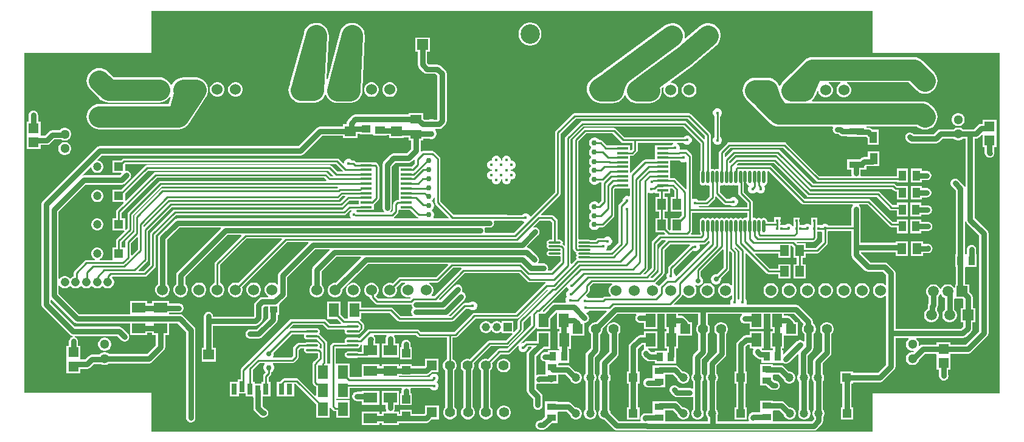
<source format=gbr>
%FSTAX23Y23*%
%MOIN*%
%SFA1B1*%

%IPPOS*%
%AMD83*
4,1,8,0.025100,0.007500,-0.025100,0.007500,-0.032600,0.000000,-0.032600,0.000000,-0.025100,-0.007500,0.025100,-0.007500,0.032600,0.000000,0.032600,0.000000,0.025100,0.007500,0.0*
1,1,0.014992,0.025100,0.000000*
1,1,0.014992,-0.025100,0.000000*
1,1,0.014992,-0.025100,0.000000*
1,1,0.014992,0.025100,0.000000*
%
%ADD14C,0.010000*%
%ADD23R,0.047244X0.047244*%
%ADD28R,0.075197X0.053937*%
%ADD54R,0.055118X0.055118*%
%ADD55C,0.055118*%
%ADD56C,0.047244*%
%ADD64C,0.045275*%
%ADD65R,0.045275X0.045275*%
%ADD69C,0.030000*%
%ADD70C,0.118110*%
%ADD71C,0.106299*%
%ADD72C,0.060000*%
%ADD73C,0.188976*%
%ADD74C,0.059055*%
%ADD75R,0.059055X0.059055*%
%ADD76C,0.047559*%
%ADD77C,0.051181*%
%ADD78R,0.051181X0.051181*%
%ADD79C,0.015748*%
%ADD80R,0.059055X0.059055*%
%ADD81C,0.029527*%
%ADD82C,0.027559*%
G04~CAMADD=83~8~0.0~0.0~651.7~149.9~75.0~0.0~15~0.0~0.0~0.0~0.0~0~0.0~0.0~0.0~0.0~0~0.0~0.0~0.0~0.0~651.7~149.9*
%ADD83D83*%
%ADD84R,0.065173X0.014992*%
%ADD85R,0.031496X0.059055*%
%ADD86R,0.051181X0.055118*%
%ADD87R,0.039370X0.037401*%
%ADD88R,0.055118X0.074803*%
%ADD89R,0.047500X0.059378*%
%ADD90O,0.066929X0.011811*%
%ADD91R,0.059055X0.055118*%
%ADD92R,0.037594X0.049689*%
%ADD93R,0.062992X0.011811*%
%ADD94R,0.045275X0.045275*%
%ADD95R,0.039626X0.055441*%
%ADD96R,0.014961X0.015748*%
%ADD97R,0.057563X0.053342*%
%ADD98R,0.053150X0.043307*%
%ADD99R,0.053937X0.075197*%
%ADD100R,0.041339X0.062992*%
%ADD101R,0.084645X0.037401*%
%ADD102O,0.017716X0.070866*%
%ADD103R,0.049689X0.037594*%
%ADD104R,0.084645X0.127952*%
%ADD105R,0.059378X0.047500*%
%ADD106R,0.049212X0.039370*%
%LNbrushed_pcb_copper_signal_bot-1*%
%LPD*%
G36*
X01976Y00938D02*
X02673D01*
Y-00929*
X01976*
Y-01137*
X-01976*
Y-00925*
X-02673*
Y00938*
X-01976*
Y0117*
X01976*
Y00938*
G37*
%LNbrushed_pcb_copper_signal_bot-2*%
%LPC*%
G36*
X00104Y01105D02*
X00092D01*
X0008Y01103*
X00068Y01098*
X00058Y01091*
X00049Y01082*
X00042Y01072*
X00037Y0106*
X00035Y01048*
Y01036*
X00037Y01024*
X00042Y01012*
X00049Y01002*
X00058Y00993*
X00068Y00986*
X0008Y00981*
X00092Y00979*
X00104*
X00116Y00981*
X00128Y00986*
X00138Y00993*
X00147Y01002*
X00154Y01012*
X00159Y01024*
X00161Y01036*
Y01048*
X00159Y0106*
X00154Y01072*
X00147Y01082*
X00138Y01091*
X00128Y01098*
X00116Y01103*
X00104Y01105*
G37*
G36*
X02202Y00915D02*
X01647D01*
X01647Y00915*
X01647Y00915*
X0164Y00915*
X01633Y00914*
X01633Y00914*
X01633*
X01627Y00912*
X0162Y0091*
X0162Y0091*
X0162Y0091*
X01614Y00907*
X01608Y00904*
X01608Y00904*
X01608Y00904*
X01603Y00899*
X01598Y00895*
X01598Y00895*
Y00895*
X01528Y00826*
X01517Y00814*
X01484Y00781*
X01475Y0077*
X01469Y00759*
X01466Y00759*
X01465Y00759*
X01464Y00759*
X01457Y00771*
X01449Y00782*
X01438Y0079*
X01426Y00797*
X01413Y00801*
X014Y00802*
X01333*
X01319Y00801*
X01306Y00797*
X01294Y0079*
X01284Y00782*
X01275Y00771*
X01269Y00759*
X01265Y00746*
X01263Y00733*
X01265Y00719*
X01269Y00706*
X01275Y00694*
X01284Y00684*
X01319Y00649*
X01364Y00604*
X01413Y00555*
X01417Y00551*
X01421Y00547*
X01422Y00547*
X01423Y00546*
X01428Y00543*
X01433Y00541*
X01434Y0054*
X01435Y0054*
X0144Y00538*
X01446Y00536*
X01447Y00536*
X01448Y00536*
X01454Y00535*
X01459Y00534*
X0146Y00534*
X01462Y00534*
X01757*
X01759Y00529*
X01759Y00529*
X01759Y00525*
X01758Y00524*
Y00524*
X01757Y0052*
X01758Y00515*
Y00515*
X01759Y00514*
X01759Y0051*
X01762Y00506*
X01762Y00506*
X01763Y00505*
X01765Y00501*
X01768Y00499*
X01769Y00499*
X0177Y00498*
X01773Y00496*
X01777Y00495*
X01778Y00495*
X01779*
X01783Y00494*
X01788*
X01793Y00489*
X01801Y00484*
X01811Y00482*
X01837*
Y00479*
X01891*
X01893Y00478*
X01942*
X01946Y00474*
X0195Y00472*
Y00434*
X02011*
Y00517*
X01978*
X01975Y00518*
X01975*
X01971Y00522*
X01963Y00527*
X01953Y00529*
X01942*
Y00534*
X02219*
X02225Y0053*
X02237Y00524*
X0225Y0052*
X02263Y00518*
X02277Y0052*
X0229Y00524*
X02302Y0053*
X02312Y00539*
X02321Y00549*
X02327Y00561*
X02331Y00574*
X02333Y00588*
X02331Y00601*
X02327Y00614*
X02321Y00626*
X02312Y00637*
X02296Y00653*
X02286Y00661*
X02274Y00668*
X02261Y00672*
X02247Y00673*
X01645*
X01643Y00678*
X01649Y00683*
X01657Y00693*
X01664Y00705*
X01665Y0071*
X01668Y00715*
X01674Y00729*
X01674Y00729*
X01679Y00729*
X01681Y0072*
X01686Y00711*
X01694Y00703*
X01703Y00698*
X01713Y00695*
X01724*
X01734Y00698*
X01743Y00703*
X0175Y00711*
X01756Y0072*
X01758Y0073*
Y00741*
X01756Y00751*
X0175Y0076*
X01743Y00767*
X01736Y00772*
X01737Y00777*
X018*
X01801Y00772*
X01794Y00767*
X01786Y0076*
X01781Y00751*
X01778Y00741*
Y0073*
X01781Y0072*
X01786Y00711*
X01794Y00703*
X01803Y00698*
X01813Y00695*
X01824*
X01834Y00698*
X01843Y00703*
X0185Y00711*
X01856Y0072*
X01858Y0073*
Y00741*
X01856Y00751*
X0185Y0076*
X01843Y00767*
X01836Y00772*
X01837Y00777*
X02173*
X02214Y00735*
X02225Y00727*
X02237Y0072*
X0225Y00716*
X02263Y00715*
X02277Y00716*
X0229Y0072*
X02302Y00727*
X02312Y00735*
X02321Y00746*
X02327Y00758*
X02331Y00771*
X02333Y00784*
X02331Y00798*
X02327Y00811*
X02321Y00823*
X02312Y00834*
X02251Y00895*
X0224Y00904*
X02228Y0091*
X02215Y00914*
X02202Y00915*
G37*
G36*
X-00875Y01103D02*
X-00881Y01103D01*
X-00887Y01103*
X-00887Y01103*
X-00888Y01103*
X-00894Y01101*
X-009Y011*
X-00901Y01099*
X-00901Y01099*
X-00907Y01097*
X-00912Y01094*
X-00913Y01094*
X-00914Y01093*
X-00918Y0109*
X-00923Y01086*
X-00924Y01086*
X-00924Y01085*
X-00928Y01081*
X-00933Y01076*
X-00933Y01075*
X-00933Y01075*
X-00937Y0107*
X-0094Y01064*
X-0094Y01064*
X-0094Y01063*
X-00942Y01057*
X-00944Y01052*
X-01012Y00795*
X-01017Y00796*
X-01005Y01031*
X-01006Y01044*
X-01009Y01057*
X-01015Y0107*
X-01023Y01081*
X-01033Y0109*
X-01044Y01097*
X-01057Y01101*
X-01071Y01103*
X-01084Y01103*
X-01097Y01099*
X-0111Y01094*
X-01121Y01086*
X-0113Y01076*
X-01137Y01064*
X-01142Y01051*
X-01142Y01046*
X-01217Y00774*
X-01218Y00765*
X-01221Y00761*
X-01224Y00748*
X-01226Y00734*
X-01224Y00721*
X-01221Y00708*
X-01214Y00696*
X-01206Y00685*
X-01195Y00677*
X-01183Y0067*
X-0117Y00666*
X-01156Y00665*
X-0109*
X-01084Y00665*
X-01079Y00666*
X-01078Y00666*
X-01076Y00666*
X-01071Y00668*
X-01066Y00669*
X-01065Y0067*
X-01063Y0067*
X-01059Y00673*
X-01054Y00675*
X-01053Y00676*
X-01051Y00677*
X-01047Y0068*
X-01043Y00683*
X-01042Y00684*
X-0104Y00685*
X-01037Y00689*
X-01034Y00693*
X-01033Y00694*
X-01032Y00696*
X-01029Y007*
X-01027Y00704*
X-01026Y00706*
X-01026Y00707*
X-01023Y00707*
X-01022Y00707*
X-0102Y00707*
X-01018Y00703*
X-01016Y00698*
X-01015Y00697*
X-01014Y00695*
X-01011Y00691*
X-01008Y00687*
X-01007Y00686*
X-01006Y00684*
X-01002Y00681*
X-00998Y00678*
X-00997Y00677*
X-00995Y00676*
X-00991Y00674*
X-00987Y00671*
X-00985Y0067*
X-00983Y00669*
X-00978Y00668*
X-00974Y00666*
X-00972Y00666*
X-0097Y00665*
X-00965Y00665*
X-00961Y00664*
X-00959Y00664*
X-00956Y00664*
X-0089*
X-00884Y00665*
X-00879Y00665*
X-00877Y00665*
X-00876Y00665*
X-00871Y00667*
X-00866Y00668*
X-00864Y00669*
X-00863Y00669*
X-00858Y00672*
X-00853Y00674*
X-00852Y00675*
X-00851Y00676*
X-00847Y00679*
X-00842Y00682*
X-00842Y00683*
X-0084Y00684*
X-00837Y00689*
X-00833Y00693*
X-00833Y00694*
X-00832Y00695*
X-00829Y007*
X-00827Y00704*
X-00826Y00706*
X-00825Y00707*
X-00824Y00712*
X-00822Y00717*
X-00822Y00719*
X-00821Y0072*
X-00821Y00725*
X-0082Y00731*
X-0082Y00735*
X-00808Y01031*
X-00808Y01037*
X-00809Y01043*
X-00809Y01044*
X-00809Y01045*
X-0081Y01051*
X-00812Y01057*
X-00812Y01057*
X-00812Y01058*
X-00815Y01064*
X-00817Y01069*
X-00818Y0107*
X-00818Y0107*
X-00822Y01075*
X-00825Y0108*
X-00826Y01081*
X-00826Y01081*
X-00831Y01085*
X-00835Y01089*
X-00836Y0109*
X-00837Y0109*
X-00842Y01093*
X-00847Y01096*
X-00848Y01097*
X-00848Y01097*
X-00854Y01099*
X-0086Y01101*
X-0086Y01101*
X-00861Y01102*
X-00867Y01102*
X-00873Y01103*
X-00874Y01103*
X-00875Y01103*
G37*
G36*
X-01511Y00778D02*
X-01521D01*
X-01532Y00776*
X-01541Y0077*
X-01548Y00763*
X-01553Y00754*
X-01556Y00744*
Y00733*
X-01553Y00723*
X-01548Y00714*
X-01541Y00706*
X-01532Y00701*
X-01521Y00698*
X-01511*
X-01501Y00701*
X-01492Y00706*
X-01484Y00714*
X-01479Y00723*
X-01476Y00733*
Y00744*
X-01479Y00754*
X-01484Y00763*
X-01492Y0077*
X-01501Y00776*
X-01511Y00778*
G37*
G36*
X-01611D02*
X-01621D01*
X-01632Y00776*
X-01641Y0077*
X-01648Y00763*
X-01653Y00754*
X-01656Y00744*
Y00733*
X-01653Y00723*
X-01648Y00714*
X-01641Y00706*
X-01632Y00701*
X-01621Y00698*
X-01611*
X-01601Y00701*
X-01592Y00706*
X-01584Y00714*
X-01579Y00723*
X-01576Y00733*
Y00744*
X-01579Y00754*
X-01584Y00763*
X-01592Y0077*
X-01601Y00776*
X-01611Y00778*
G37*
G36*
X-00665Y00777D02*
X-00676D01*
X-00686Y00774*
X-00695Y00769*
X-00703Y00761*
X-00708Y00752*
X-00711Y00742*
Y00732*
X-00708Y00721*
X-00703Y00712*
X-00695Y00705*
X-00686Y007*
X-00676Y00697*
X-00665*
X-00655Y007*
X-00646Y00705*
X-00639Y00712*
X-00633Y00721*
X-00631Y00732*
Y00742*
X-00633Y00752*
X-00639Y00761*
X-00646Y00769*
X-00655Y00774*
X-00665Y00777*
G37*
G36*
X-00765D02*
X-00776D01*
X-00786Y00774*
X-00795Y00769*
X-00803Y00761*
X-00808Y00752*
X-00811Y00742*
Y00732*
X-00808Y00721*
X-00803Y00712*
X-00795Y00705*
X-00786Y007*
X-00776Y00697*
X-00765*
X-00755Y007*
X-00746Y00705*
X-00739Y00712*
X-00733Y00721*
X-00731Y00732*
Y00742*
X-00733Y00752*
X-00739Y00761*
X-00746Y00769*
X-00755Y00774*
X-00765Y00777*
G37*
G36*
X00976Y00775D02*
X00966D01*
X00955Y00773*
X00946Y00767*
X00939Y0076*
X00934Y00751*
X00931Y00741*
Y0073*
X00934Y0072*
X00939Y00711*
X00946Y00703*
X00955Y00698*
X00966Y00695*
X00976*
X00986Y00698*
X00995Y00703*
X01003Y00711*
X01008Y0072*
X01011Y0073*
Y00741*
X01008Y00751*
X01003Y0076*
X00995Y00767*
X00986Y00773*
X00976Y00775*
G37*
G36*
X00875Y01102D02*
X00861Y011D01*
X00848Y01095*
X00837Y01089*
X00495Y00839*
X00489Y00833*
X00482Y00829*
X00438Y00797*
X00428Y00788*
X0042Y00777*
X00414Y00765*
X0041Y00752*
X0041Y00738*
X00411Y00725*
X00416Y00712*
X00423Y007*
X00426Y00697*
X00427Y00694*
X00436Y00684*
X00446Y00675*
X00458Y00669*
X00472Y00665*
X00485Y00663*
X00552*
X00556Y00664*
X0056Y00664*
X00563Y00664*
X00566Y00665*
X00569Y00666*
X00573Y00667*
X00576Y00668*
X00579Y00669*
X00582Y0067*
X00586Y00672*
X00588Y00674*
X00591Y00675*
X00594Y00677*
X00597Y0068*
X00599Y00682*
X00601Y00684*
X00604Y00687*
X00606Y00689*
X00608Y00692*
X0061Y00694*
X00612Y00698*
X00614Y00701*
X00615Y00704*
X00616Y00705*
X00618Y00706*
X0062Y00706*
X00621Y00705*
X00622Y00704*
X00622Y00702*
X00625Y00698*
X00627Y00693*
X00628Y00692*
X00629Y00691*
X00633Y00687*
X00636Y00683*
X00637Y00682*
X00638Y00681*
X00642Y00677*
X00646Y00674*
X00648Y00673*
X00649Y00672*
X00654Y0067*
X00658Y00668*
X0066Y00667*
X00661Y00667*
X00666Y00665*
X00672Y00664*
X00673Y00664*
X00675Y00663*
X0068Y00663*
X00685Y00662*
X00752*
X00766Y00664*
X00779Y00668*
X00791Y00674*
X00801Y00683*
X0081Y00693*
X00816Y00705*
X0082Y00718*
X00821Y00732*
X0082Y00745*
X00828Y00751*
X00833Y00748*
X00831Y00741*
Y0073*
X00834Y0072*
X00839Y00711*
X00846Y00703*
X00855Y00698*
X00866Y00695*
X00876*
X00886Y00698*
X00895Y00703*
X00903Y00711*
X00908Y0072*
X00911Y0073*
Y00741*
X00908Y00751*
X00903Y0076*
X00895Y00767*
X00886Y00773*
X00876Y00775*
X0087*
X00868Y0078*
X00995Y00873*
X01Y00878*
X01006Y00883*
X01119Y0098*
X01129Y0099*
X01136Y01001*
X01141Y01014*
X01144Y01027*
X01143Y01041*
X0114Y01054*
X01135Y01067*
X01127Y01078*
X01117Y01087*
X01106Y01094*
X01093Y01099*
X0108Y01102*
X01066Y01101*
X01053Y01098*
X0104Y01093*
X01029Y01085*
X0095Y01017*
X00946Y0102*
X00946Y01022*
X00947Y01035*
X00945Y01049*
X0094Y01062*
X00934Y01073*
X00924Y01084*
X00914Y01092*
X00901Y01098*
X00888Y01101*
X00875Y01102*
G37*
G36*
X-00452Y01023D02*
X-00531D01*
Y00944*
X-00517*
Y00874*
X-00515Y00864*
X-0051Y00855*
X-00486Y00832*
X-00478Y00826*
X-00468Y00824*
X-0042*
X-00409Y00814*
Y00575*
X-00411Y00572*
X-00428*
X-00432Y00574*
X-0044Y00576*
X-00447*
X-00455Y00574*
X-00458Y00572*
X-00481*
X-00487Y00578*
Y0061*
X-00567*
Y00601*
X-00859*
X-00868Y00599*
X-00877Y00594*
X-009Y0057*
X-00906Y00562*
X-00908Y00552*
Y00547*
X-00927*
Y00535*
X-01053*
X-01062Y00533*
X-01071Y00527*
X-01171Y00427*
X-0226*
X-0227Y00425*
X-02279Y00419*
X-02573Y00125*
X-02578Y00117*
X-0258Y00107*
Y-0044*
X-02578Y-0045*
X-02573Y-00458*
X-02425Y-00606*
X-02417Y-00612*
X-02407Y-00614*
X-02407Y-00619*
X-02408Y-00619*
X-02409*
X-0241Y-00619*
X-02414Y-0062*
X-02417Y-00622*
X-02418Y-00623*
X-02419Y-00623*
X-02422Y-00625*
X-02422Y-00626*
X-02425Y-00629*
X-02425Y-00629*
X-02425Y-0063*
X-02428Y-00634*
X-0243Y-00644*
Y-00667*
X-02443*
Y-00738*
Y-00743*
Y-00745*
Y-00817*
X-02366*
Y-00794*
X-02331*
X-02321Y-00792*
X-02313Y-00787*
X-02293Y-00767*
X-02254*
X-02247Y-00771*
X-02238Y-00773*
X-02229*
X-0222Y-00771*
X-02212Y-00766*
X-0221Y-00764*
X-01991*
X-01981Y-00762*
X-01973Y-00757*
X-01909Y-00693*
X-01904Y-00685*
X-01902Y-00675*
Y-00607*
X-0188*
Y-00545*
X-01833*
X-01787Y-00591*
Y-01062*
X-01786Y-01067*
Y-01067*
X-01786Y-01068*
X-01785Y-01072*
X-01783Y-01076*
X-01782Y-01076*
X-01782Y-01077*
X-01779Y-01081*
X-01776Y-01083*
X-01775Y-01083*
X-01774Y-01084*
X-01771Y-01086*
X-01767Y-01087*
X-01766Y-01087*
X-01765*
X-01761Y-01088*
X-01757Y-01087*
X-01756*
X-01756Y-01087*
X-01752Y-01086*
X-01748Y-01084*
X-01747Y-01083*
X-01747Y-01083*
X-01743Y-01081*
X-01741Y-01077*
X-0174Y-01076*
X-0174Y-01076*
X-01738Y-01072*
X-01737Y-01068*
X-01737Y-01067*
Y-01067*
X-01736Y-01062*
Y-0058*
X-01738Y-0057*
X-01743Y-00562*
X-01804Y-00501*
X-01813Y-00496*
X-01822Y-00494*
X-0188*
Y-00486*
X-01826*
X-01822Y-00485*
X-01821*
X-01821Y-00484*
X-01817Y-00484*
X-01813Y-00481*
X-01812Y-00481*
X-01812Y-0048*
X-01808Y-00478*
X-01806Y-00475*
X-01805Y-00474*
X-01805Y-00473*
X-01803Y-0047*
X-01802Y-00466*
X-01802Y-00465*
Y-00464*
X-01801Y-0046*
X-01802Y-00456*
Y-00455*
X-01802Y-00454*
X-01803Y-0045*
X-01805Y-00447*
X-01805Y-00446*
X-01806Y-00446*
X-01808Y-00442*
X-01812Y-0044*
X-01812Y-00439*
X-01813Y-00439*
X-01817Y-00437*
X-01821Y-00436*
X-01821Y-00435*
X-01822*
X-01826Y-00435*
X-0188*
Y-00421*
X-01975*
Y-00435*
X-01999*
Y-00422*
X-02094*
Y-00494*
X-02375*
X-02486Y-00383*
Y-00338*
X-02481Y-00336*
X-02479Y-00339*
X-02473Y-00345*
X-02465Y-0035*
X-02457Y-00352*
X-02448*
X-02439Y-0035*
X-02432Y-00345*
X-02426Y-0034*
X-02423Y-00339*
X-0242Y-0034*
X-02414Y-00345*
X-02406Y-0035*
X-02398Y-00352*
X-02389*
X-0238Y-0035*
X-02372Y-00345*
X-02367Y-0034*
X-02364Y-00339*
X-02361Y-0034*
X-02355Y-00345*
X-02347Y-0035*
X-02339Y-00352*
X-0233*
X-02321Y-0035*
X-02313Y-00345*
X-02308Y-0034*
X-02305Y-00339*
X-02302Y-0034*
X-02296Y-00345*
X-02288Y-0035*
X-0228Y-00352*
X-02271*
X-02262Y-0035*
X-02254Y-00345*
X-02249Y-0034*
X-02246Y-00339*
X-02243Y-0034*
X-02237Y-00345*
X-02229Y-0035*
X-0222Y-00352*
X-02212*
X-02203Y-0035*
X-02195Y-00345*
X-02189Y-00339*
X-02185Y-00331*
X-02182Y-00323*
Y-00314*
X-02185Y-00305*
X-02189Y-00298*
X-02193Y-00293*
X-02191Y-00288*
X-02014*
X-02008Y-00287*
X-02003Y-00284*
X-01958Y-00239*
X-01955Y-00234*
X-01954Y-00228*
Y-00062*
X-01842Y00049*
X-00921*
X-00915Y0005*
X-0091Y00054*
X-00886Y00077*
X-00883Y00077*
X-00882Y00075*
X-00881Y00072*
X-00888Y00066*
X-00891Y00057*
Y00047*
X-00888Y00038*
X-00885Y00036*
X-00887Y00031*
X-01835*
X-01845Y00029*
X-01853Y00023*
X-01934Y-00057*
X-0194Y-00065*
X-01942Y-00075*
Y-0033*
X-01948Y-00336*
X-01953Y-00345*
X-01956Y-00355*
Y-00366*
X-01953Y-00376*
X-01948Y-00385*
X-01941Y-00393*
X-01932Y-00398*
X-01921Y-00401*
X-01911*
X-01901Y-00398*
X-01892Y-00393*
X-01884Y-00385*
X-01879Y-00376*
X-01876Y-00366*
Y-00355*
X-01879Y-00345*
X-01884Y-00336*
X-01891Y-0033*
Y-00085*
X-01825Y-00019*
X-01598*
X-01596Y-00024*
X-01834Y-00262*
X-0184Y-0027*
X-01842Y-0028*
Y-0033*
X-01848Y-00336*
X-01853Y-00345*
X-01856Y-00355*
Y-00366*
X-01853Y-00376*
X-01848Y-00385*
X-01841Y-00393*
X-01832Y-00398*
X-01821Y-00401*
X-01811*
X-01801Y-00398*
X-01792Y-00393*
X-01784Y-00385*
X-01779Y-00376*
X-01776Y-00366*
Y-00355*
X-01779Y-00345*
X-01784Y-00336*
X-01791Y-0033*
Y-0029*
X-01559Y-00059*
X-01486*
X-01484Y-00064*
X-01627Y-00207*
X-0163Y-00212*
X-01631Y-00218*
Y-00323*
X-01632Y-00323*
X-01641Y-00329*
X-01648Y-00336*
X-01653Y-00345*
X-01656Y-00355*
Y-00366*
X-01653Y-00376*
X-01648Y-00385*
X-01641Y-00393*
X-01632Y-00398*
X-01621Y-00401*
X-01611*
X-01601Y-00398*
X-01592Y-00393*
X-01584Y-00385*
X-01579Y-00376*
X-01576Y-00366*
Y-00355*
X-01579Y-00345*
X-01584Y-00336*
X-01592Y-00329*
X-01601Y-00323*
X-01601Y-00323*
Y-00224*
X-01456Y-00079*
X-01263*
X-01261Y-00084*
X-01501Y-00323*
X-01501Y-00323*
X-01511Y-00321*
X-01521*
X-01532Y-00323*
X-01541Y-00329*
X-01548Y-00336*
X-01553Y-00345*
X-01556Y-00355*
Y-00366*
X-01553Y-00376*
X-01548Y-00385*
X-01541Y-00393*
X-01532Y-00398*
X-01521Y-00401*
X-01511*
X-01501Y-00398*
X-01492Y-00393*
X-01484Y-00385*
X-01479Y-00376*
X-01476Y-00366*
Y-00355*
X-01479Y-00345*
X-01479Y-00345*
X-01233Y-00099*
X-01118*
X-01116Y-00104*
X-01276Y-00264*
X-01282Y-00272*
X-01284Y-00282*
Y-0033*
X-01289Y-00332*
X-01292Y-00329*
X-01301Y-00323*
X-01311Y-00321*
X-01321*
X-01332Y-00323*
X-01341Y-00329*
X-01348Y-00336*
X-01353Y-00345*
X-01356Y-00355*
Y-00366*
X-01353Y-00376*
X-01348Y-00385*
X-01341Y-00393*
X-01337Y-00395*
X-01338Y-004*
X-01369*
X-01378Y-00402*
X-01387Y-00408*
X-01407Y-00428*
X-01413Y-00436*
X-01415Y-00446*
Y-00504*
X-01417Y-00507*
X-01639*
Y-00506*
X-01639Y-00502*
Y-00501*
X-0164Y-005*
X-01641Y-00496*
X-01643Y-00493*
X-01643Y-00492*
X-01644Y-00491*
X-01646Y-00488*
X-01649Y-00485*
X-0165Y-00485*
X-01651Y-00485*
X-01654Y-00482*
X-01658Y-00481*
X-01659Y-00481*
X-0166*
X-01664Y-0048*
X-01668Y-00481*
X-01669*
X-0167Y-00481*
X-01674Y-00482*
X-01677Y-00485*
X-01678Y-00485*
X-01679Y-00485*
X-01682Y-00488*
X-01684Y-00491*
X-01685Y-00492*
X-01685Y-00493*
X-01688Y-00496*
X-01688Y-005*
X-01689Y-00501*
Y-00502*
X-0169Y-00506*
Y-00679*
X-01702*
Y-00754*
X-01623*
Y-00679*
X-01639*
Y-00558*
X-01407*
X-01397Y-00556*
X-01389Y-0055*
X-01371Y-00533*
X-01366Y-00524*
X-01364Y-00515*
Y-00457*
X-01358Y-00451*
X-01336*
Y-0047*
X-01336Y-00473*
Y-00514*
X-014Y-00577*
X-01437*
X-01441Y-00578*
X-01441*
X-01442Y-00578*
X-01446Y-00579*
X-0145Y-00582*
X-0145Y-00582*
X-01451Y-00582*
X-01455Y-00585*
X-01457Y-00588*
X-01457Y-00589*
X-01458Y-0059*
X-0146Y-00593*
X-01461Y-00597*
X-01461Y-00598*
Y-00599*
X-01462Y-00603*
X-01461Y-00607*
Y-00608*
X-01461Y-00609*
X-0146Y-00613*
X-01458Y-00616*
X-01457Y-00617*
X-01457Y-00617*
X-01455Y-00621*
X-01451Y-00623*
X-0145Y-00624*
X-0145Y-00624*
X-01446Y-00626*
X-01442Y-00627*
X-01441Y-00627*
X-01441*
X-01437Y-00628*
X-0139*
X-0138Y-00626*
X-01372Y-00621*
X-01293Y-00542*
X-01287Y-00534*
X-01285Y-00524*
Y-00498*
X-01277*
Y-00441*
X-01274Y-00437*
X-0124Y-00403*
X-01235Y-00394*
X-01233Y-00385*
Y-00292*
X-01079Y-00139*
X-01002*
X-01Y-00144*
X-01089Y-00233*
X-01094Y-00241*
X-01096Y-00251*
Y-00331*
X-01103Y-00338*
X-01108Y-00347*
X-01111Y-00357*
Y-00367*
X-01108Y-00378*
X-01103Y-00387*
X-01095Y-00394*
X-01086Y-00399*
X-01076Y-00402*
X-01065*
X-01055Y-00399*
X-01046Y-00394*
X-01039Y-00387*
X-01033Y-00378*
X-01031Y-00367*
Y-00357*
X-01033Y-00347*
X-01039Y-00338*
X-01045Y-00331*
Y-00261*
X-00963Y-00179*
X-0083*
X-00828Y-00184*
X-00967Y-00322*
X-00976*
X-00986Y-00325*
X-00995Y-0033*
X-01003Y-00338*
X-01008Y-00347*
X-01011Y-00357*
Y-00367*
X-01008Y-00378*
X-01003Y-00387*
X-00995Y-00394*
X-00986Y-00399*
X-00976Y-00402*
X-00965*
X-00955Y-00399*
X-00946Y-00394*
X-00939Y-00387*
X-00933Y-00378*
X-00931Y-00367*
Y-00358*
X-00792Y-00219*
X-00353*
X-00351Y-00224*
X-00417Y-0029*
X-00614*
X-0062Y-00291*
X-00625Y-00294*
X-00655Y-00325*
X-00655Y-00325*
X-00665Y-00322*
X-00676*
X-00686Y-00325*
X-00695Y-0033*
X-00703Y-00338*
X-00708Y-00347*
X-00711Y-00357*
Y-00367*
X-00708Y-00378*
X-00703Y-00387*
X-00695Y-00394*
X-00686Y-00399*
X-00676Y-00402*
X-00665*
X-00655Y-00399*
X-00646Y-00394*
X-00639Y-00387*
X-00633Y-00378*
X-00631Y-00367*
Y-00357*
X-00633Y-00347*
X-00633Y-00347*
X-00607Y-0032*
X-00588*
X-00587Y-00325*
X-00595Y-0033*
X-00603Y-00338*
X-00608Y-00347*
X-00611Y-00357*
Y-00367*
X-00608Y-00378*
X-00603Y-00387*
X-00595Y-00394*
X-00586Y-00399*
X-00576Y-00402*
X-00565*
X-00558Y-004*
X-00556Y-00405*
X-0056Y-00409*
X-00733*
X-00746Y-00396*
X-00746Y-00394*
X-00739Y-00387*
X-00733Y-00378*
X-00731Y-00367*
Y-00357*
X-00733Y-00347*
X-00739Y-00338*
X-00746Y-0033*
X-00755Y-00325*
X-00765Y-00322*
X-00776*
X-00786Y-00325*
X-00795Y-0033*
X-00803Y-00338*
X-00808Y-00347*
X-00811Y-00357*
Y-00367*
X-00808Y-00378*
X-00803Y-00387*
X-00795Y-00394*
X-00786Y-00399*
X-0078Y-00401*
X-00779Y-00406*
X-00775Y-00411*
X-0075Y-00436*
X-00746Y-00439*
X-0074Y-0044*
X-00557*
X-00554Y-0044*
X-00552Y-00443*
X-00552Y-00445*
Y-00445*
X-00551Y-00446*
X-00551Y-0045*
X-00548Y-00453*
X-00548Y-00454*
X-00547Y-00455*
X-00545Y-00458*
X-00547Y-00463*
X-00549Y-00466*
X-00549Y-00466*
X-0055Y-00467*
X-00552Y-0047*
X-00553Y-00474*
X-00553Y-00475*
Y-00476*
X-00554Y-0048*
X-00553Y-00484*
Y-00485*
X-00553Y-00486*
X-00552Y-0049*
X-0055Y-00493*
X-00549Y-00494*
X-00549Y-00495*
X-00546Y-00498*
X-00545Y-00499*
X-00547Y-00504*
X-00612*
X-00654Y-00461*
X-00659Y-00458*
X-00665Y-00457*
X-00828*
Y-00424*
X-00902*
Y-00519*
X-00918*
X-0094Y-00498*
Y-00424*
X-01014*
Y-0052*
X-00961*
X-00938Y-00542*
X-00941Y-00547*
X-01*
X-01021Y-00526*
X-01026Y-00523*
X-01032Y-00522*
X-01208*
X-01214Y-00523*
X-01219Y-00526*
X-01484Y-00791*
X-01487Y-00796*
X-01488Y-00802*
Y-0085*
X-01505*
Y-00866*
X-01548*
Y-00945*
X-01497*
Y-00929*
X-01462*
Y-00945*
X-01419*
Y-00953*
X-01418*
Y-01009*
X-01416Y-01019*
X-01411Y-01027*
X-01385Y-01053*
X-01377Y-01058*
X-01367Y-0106*
X-01362*
X-01358Y-0106*
X-01357*
X-01356Y-01059*
X-01352Y-01058*
X-01349Y-01056*
X-01348Y-01056*
X-01347Y-01055*
X-01344Y-01053*
X-01341Y-0105*
X-01341Y-01049*
X-0134Y-01048*
X-01338Y-01045*
X-01337Y-01041*
X-01337Y-0104*
Y-01039*
X-01336Y-01035*
X-01337Y-01031*
Y-0103*
X-01337Y-01029*
X-01338Y-01025*
X-0134Y-01022*
X-01341Y-01021*
X-01341Y-0102*
X-01344Y-01017*
X-01347Y-01015*
X-01348Y-01014*
X-01349Y-01014*
X-01352Y-01011*
X-01355Y-01011*
X-01367Y-00999*
Y-00953*
X-01367*
Y-00945*
X-01324*
Y-00866*
X-01334*
Y-0084*
X-01323Y-00829*
X-0132Y-00824*
X-01319Y-00819*
Y-00812*
X-01316Y-00811*
X-01311Y-00805*
X-01307Y-00798*
X-01305Y-00791*
Y-00783*
X-01307Y-00776*
X-01311Y-00769*
X-01312Y-00767*
X-0131Y-00762*
X-01205*
X-01199Y-00761*
X-01194Y-00758*
X-01174Y-00738*
X-01171Y-00733*
X-0117Y-00727*
Y-0069*
X-01161Y-0068*
X-01142*
X-01139Y-00685*
X-0114Y-00691*
X-01139Y-00698*
X-01135Y-00703*
X-01129Y-00707*
X-01122Y-00709*
X-01072*
X-01069Y-00708*
X-01065Y-00712*
Y-0073*
X-01085Y-00751*
X-01089Y-00756*
X-01089Y-00756*
X-01091Y-00758*
X-01094Y-00763*
X-01095Y-00769*
Y-00868*
X-01094Y-00873*
X-01091Y-00878*
X-01079Y-00889*
X-01075Y-00893*
Y-00938*
X-01079Y-0094*
X-01169Y-0085*
X-01174Y-00847*
X-0118Y-00846*
X-01248*
X-01254Y-00847*
X-01259Y-0085*
X-01274Y-00865*
X-01274Y-00866*
X-01289*
Y-00945*
X-01194*
Y-00876*
X-01186*
X-01075Y-00988*
Y-01061*
X-01001*
Y-01005*
X-00996Y-01004*
X-00996Y-01004*
X-00993Y-01009*
X-00981Y-0102*
X-00976Y-01024*
X-0097Y-01025*
X-00963*
Y-01061*
X-00889*
Y-00966*
X-00963*
X-00963Y-00966*
Y-00959*
X-00963Y-00959*
X-00961*
X-00889*
Y-00899*
X-00608*
X-00605Y-00904*
X-00606Y-00908*
X-00606Y-00909*
Y-0091*
X-00607Y-00914*
Y-00927*
X-00614*
Y-00992*
X-00549*
Y-00927*
X-00556*
Y-00914*
X-00557Y-0091*
Y-00909*
X-00557Y-00908*
X-00558Y-00904*
X-00555Y-00899*
X-0045*
X-00449Y-00902*
X-00442Y-00909*
X-00433Y-00912*
X-00423*
X-00414Y-00909*
X-00407Y-00902*
X-00403Y-00893*
Y-00883*
X-00407Y-00874*
X-00411Y-00869*
X-00413Y-00866*
X-00411Y-00863*
X-00407Y-00858*
X-00403Y-00849*
Y-00839*
X-00407Y-0083*
X-00414Y-00823*
X-00423Y-0082*
X-00433*
X-00442Y-00823*
X-00449Y-0083*
X-00452Y-00839*
X-0062*
Y-0083*
X-00614*
Y-00833*
X-00549*
Y-0083*
X-0047*
X-00461Y-00828*
X-00452Y-00823*
X-00442Y-00813*
X-00403*
Y-00738*
X-00478*
Y-00777*
X-00481Y-00779*
X-00549*
Y-00767*
X-00614*
Y-00779*
X-0062*
Y-00768*
X-00715*
Y-00779*
X-00728*
Y-00768*
X-00824*
Y-00839*
X-00888*
X-00889Y-00838*
Y-00765*
X-00961*
X-00963*
X-00966Y-00762*
Y-00681*
X-00907*
X-00906Y-00682*
X-009Y-00683*
X-00849*
X-00843Y-00682*
X-00837Y-00678*
X-00833Y-00672*
X-00832Y-00665*
X-00832Y-00663*
X-00829Y-00657*
X-00828Y-00657*
X-00824Y-00661*
Y-007*
X-00826*
X-00831Y-00701*
X-00832Y-00701*
X-00841*
X-00843Y-007*
X-00849Y-00698*
X-009*
X-00906Y-007*
X-00912Y-00704*
X-00916Y-00709*
X-00917Y-00716*
X-00916Y-00723*
X-00912Y-00729*
X-00906Y-00733*
X-009Y-00734*
X-00849*
X-00843Y-00733*
X-00841Y-00732*
X-00827*
X-00821Y-0073*
X-00821Y-0073*
X-00798*
X-00796Y-0073*
X-00728*
Y-00656*
X-0075*
Y-0064*
X-0075Y-00637*
X-0075Y-00637*
Y-00636*
X-00749Y-00632*
X-0075Y-00628*
Y-00627*
X-0075Y-00626*
X-00751Y-00622*
X-00753Y-00619*
X-00753Y-00618*
X-00754Y-00617*
X-00756Y-00614*
X-00758Y-00613*
X-00756Y-00608*
X-00691*
X-00688Y-00613*
X-00688Y-00613*
X-00689Y-00614*
X-00689Y-00615*
X-00692Y-00618*
X-00692Y-00622*
X-00693Y-00623*
Y-00624*
X-00693Y-00628*
X-00693Y-00631*
Y-00656*
X-00715*
Y-0073*
X-0062*
Y-00656*
X-00642*
Y-00628*
X-00644Y-00619*
X-00647Y-00614*
X-00647Y-00614*
X-00647Y-00614*
X-00648Y-00613*
X-00645Y-00608*
X-00529*
X-00517Y-00619*
X-00512Y-00622*
X-00507Y-00623*
X-00357*
Y-00741*
X-00365Y-00745*
X-00372Y-00752*
X-00377Y-00761*
X-0038Y-0077*
Y-0078*
X-00377Y-0079*
X-00372Y-00798*
X-00367Y-00804*
Y-01005*
X-0037Y-01009*
X-00375Y-01018*
X-00378Y-01027*
Y-01037*
X-00375Y-01047*
X-0037Y-01055*
X-00363Y-01062*
X-00355Y-01067*
X-00345Y-0107*
X-00335*
X-00326Y-01067*
X-00317Y-01062*
X-0031Y-01055*
X-00305Y-01047*
X-00303Y-01037*
Y-01027*
X-00305Y-01018*
X-0031Y-01009*
X-00316Y-01003*
Y-00802*
X-00312Y-00798*
X-00307Y-0079*
X-00305Y-0078*
Y-0077*
X-00307Y-00761*
X-00312Y-00752*
X-00319Y-00745*
X-00327Y-00741*
Y-00623*
X-00312*
X-00306Y-00622*
X-00301Y-00619*
X-00201Y-00519*
X00025*
X00031Y-00518*
X00036Y-00514*
X00195Y-00355*
X00196Y-00355*
X00197Y-00361*
X00036Y-00522*
X00032Y-00527*
X00031Y-00533*
Y-00572*
X00011Y-00592*
X00007Y-0059*
Y-00532*
X-00057*
Y-00538*
X-00062Y-0054*
X-00064Y-00538*
X-00071Y-00534*
X-0008Y-00532*
X-00088*
X-00096Y-00534*
X-00104Y-00538*
X-0011Y-00544*
X-00111Y-00546*
X-00116*
X-00117Y-00544*
X-00123Y-00538*
X-0013Y-00534*
X-00139Y-00532*
X-00147*
X-00155Y-00534*
X-00163Y-00538*
X-00169Y-00544*
X-00173Y-00552*
X-00176Y-0056*
Y-00569*
X-00173Y-00577*
X-00169Y-00584*
X-00163Y-0059*
X-00155Y-00595*
X-00147Y-00597*
X-00139*
X-0013Y-00595*
X-00123Y-0059*
X-00117Y-00584*
X-00116Y-00583*
X-00111*
X-0011Y-00584*
X-00104Y-0059*
X-00096Y-00595*
X-00088Y-00597*
X-0008*
X-00071Y-00595*
X-00064Y-0059*
X-00062Y-00589*
X-00057Y-00591*
Y-00597*
X0*
X00002Y-00602*
X-00035Y-00639*
X-00123*
X-00129Y-0064*
X-00134Y-00643*
X-0023Y-0074*
X-00239Y-00738*
X-00249*
X-00258Y-0074*
X-00267Y-00745*
X-00274Y-00752*
X-00279Y-00761*
X-00281Y-0077*
Y-0078*
X-00279Y-0079*
X-00274Y-00798*
X-00267Y-00805*
Y-01004*
X-00272Y-01009*
X-00277Y-01018*
X-00279Y-01027*
Y-01037*
X-00277Y-01047*
X-00272Y-01055*
X-00265Y-01062*
X-00256Y-01067*
X-00247Y-0107*
X-00237*
X-00227Y-01067*
X-00219Y-01062*
X-00212Y-01055*
X-00207Y-01047*
X-00204Y-01037*
Y-01027*
X-00207Y-01018*
X-00212Y-01009*
X-00216Y-01004*
Y-00801*
X-00214Y-00798*
X-00209Y-0079*
X-00206Y-0078*
Y-0077*
X-00209Y-00762*
X-00117Y-00669*
X-00028*
X-00022Y-00668*
X-00017Y-00665*
X00057Y-00589*
X00061Y-00584*
X00062Y-00579*
Y-0054*
X00099Y-00503*
X00103Y-00505*
Y-00553*
X-00026Y-00683*
X-00069*
X-00074Y-00684*
X-00079Y-00688*
X-00132Y-0074*
X-0014Y-00738*
X-0015*
X-0016Y-0074*
X-00168Y-00745*
X-00175Y-00752*
X-0018Y-00761*
X-00183Y-0077*
Y-0078*
X-0018Y-0079*
X-00175Y-00798*
X-00171Y-00803*
Y-01006*
X-00173Y-01009*
X-00178Y-01018*
X-00181Y-01027*
Y-01037*
X-00178Y-01047*
X-00173Y-01055*
X-00166Y-01062*
X-00158Y-01067*
X-00148Y-0107*
X-00138*
X-00129Y-01067*
X-0012Y-01062*
X-00113Y-01055*
X-00108Y-01047*
X-00106Y-01037*
Y-01027*
X-00108Y-01018*
X-00113Y-01009*
X-0012Y-01002*
Y-00803*
X-00115Y-00798*
X-0011Y-0079*
X-00108Y-0078*
Y-0077*
X-0011Y-00762*
X-00062Y-00714*
X-0002*
X-00014Y-00712*
X-00009Y-00709*
X00033Y-00666*
X00037Y-00669*
X00036Y-00673*
Y-00683*
X00039Y-00692*
X00046Y-00699*
X00055Y-00703*
X00065*
X00074Y-00699*
X00081Y-00692*
X00085Y-00683*
Y-00675*
X00088Y-00672*
X00105*
X00107Y-00677*
X00089Y-00695*
X00083Y-00703*
X00081Y-00713*
Y-00912*
X00083Y-00922*
X00089Y-0093*
X00116Y-00957*
Y-00993*
X00117Y-00997*
Y-00998*
X00117Y-00999*
X00118Y-01003*
X0012Y-01006*
X0012Y-01007*
X00121Y-01008*
X00123Y-01011*
X00127Y-01013*
X00127Y-01014*
X00128Y-01014*
X00131Y-01017*
X00136Y-01018*
X00136Y-01018*
X00137*
X00141Y-01019*
X00145Y-01018*
X00146*
X00147Y-01018*
X00151Y-01017*
X00154Y-01014*
X00155Y-01014*
X00156Y-01013*
X00159Y-01011*
X00162Y-01008*
X00162Y-01007*
X00162Y-01006*
X00165Y-01003*
X00166Y-00999*
X00166Y-00998*
Y-00997*
X00167Y-00993*
Y-00946*
X00165Y-00936*
X00159Y-00928*
X00132Y-00901*
Y-00877*
X00137Y-00874*
X00137Y-00874*
X00141Y-00875*
X00142Y-00875*
X00143*
X00147Y-00876*
X00151Y-00875*
X00152*
X00153Y-00875*
X00153Y-00875*
X00183*
Y-00875*
X0021*
X00212Y-00876*
X00215Y-00875*
X00253*
Y-00825*
X00292*
X00317Y-00849*
X00318Y-00854*
X00322Y-00862*
X00329Y-00868*
X00336Y-00873*
X00345Y-00875*
X00354*
X00362Y-00873*
X0037Y-00868*
X00376Y-00862*
X00381Y-00854*
X00383Y-00846*
Y-00837*
X00381Y-00828*
X00376Y-00821*
X0037Y-00814*
X00362Y-0081*
X00354Y-00808*
X00347*
X0032Y-00781*
X00312Y-00776*
X00302Y-00774*
X00253*
Y-00764*
X00256Y-0076*
X00258*
X00314*
Y-0069*
X00311*
Y-00684*
X00322*
Y-00613*
X00397*
Y-00541*
X00401Y-0054*
X00402*
X00403Y-0054*
X00407Y-00539*
X0041Y-00537*
X00411Y-00536*
X00412Y-00536*
X00415Y-00533*
X00417Y-0053*
X00418Y-00529*
X00418Y-00528*
X00421Y-00525*
X00421Y-00521*
X00422Y-0052*
Y-00519*
X00423Y-00515*
X00422Y-00511*
Y-0051*
X00421Y-0051*
X00421Y-00505*
X00418Y-00502*
X00418Y-00501*
X00417Y-00501*
X00415Y-00497*
X00407Y-00489*
X00409Y-00484*
X00409*
X00418Y-0048*
X00424Y-00475*
X00516*
X00518Y-00479*
X0046Y-00538*
X00453*
X00444Y-00541*
X00435Y-00545*
X00428Y-00552*
X00423Y-00561*
X00421Y-00571*
Y-0058*
X00423Y-0059*
X00428Y-00599*
X00432Y-00602*
Y-0068*
X0041Y-00702*
X00404Y-0071*
X00403Y-0072*
Y-00819*
X00401Y-00821*
X00397Y-00828*
X00394Y-00837*
Y-00846*
X00397Y-00854*
X00401Y-00862*
X00403Y-00863*
Y-01016*
X00401Y-01017*
X00397Y-01025*
X00394Y-01034*
Y-01043*
X00397Y-01051*
X00401Y-01059*
X00407Y-01065*
X00415Y-01069*
X00424Y-01072*
X00432*
X00441Y-01069*
X00449Y-01065*
X00455Y-01059*
X00459Y-01051*
X00462Y-01043*
Y-01034*
X00459Y-01025*
X00455Y-01017*
X00454Y-01016*
Y-00863*
X00455Y-00862*
X00459Y-00854*
X00462Y-00846*
Y-00837*
X00459Y-00828*
X00455Y-00821*
X00454Y-00819*
Y-0073*
X00475Y-00709*
X00481Y-00701*
X00482Y-00691*
Y-00604*
X00488Y-00599*
X00493Y-0059*
X00496Y-0058*
Y-00574*
X00576Y-00493*
X00679*
X0068Y-00495*
X00682Y-00498*
X0068Y-00501*
X00679Y-00501*
X00679Y-00502*
X00677Y-00505*
X00676Y-0051*
X00676Y-0051*
Y-00511*
X00675Y-00515*
X00676Y-00519*
Y-0052*
X00676Y-00521*
X00677Y-00525*
X00679Y-00528*
X00679Y-00529*
X0068Y-0053*
X00682Y-00533*
X00686Y-00536*
X00686Y-00536*
X00687Y-00537*
X00691Y-00539*
X00695Y-0054*
X00695Y-0054*
X00696*
X007Y-00541*
X00723*
Y-00576*
X00797*
Y-00493*
X00835*
Y-00576*
X00847*
Y-00587*
X00835*
Y-00682*
X00848*
Y-00691*
X00845Y-00694*
X00839*
X00838*
X00782*
Y-00702*
X00762*
X00753Y-00692*
X00752Y-00691*
X00749Y-00689*
X00748Y-00688*
X00747Y-00688*
X00746Y-00687*
X00747Y-00682*
X00797*
Y-00587*
X00723*
Y-00609*
X00703*
X00693Y-00611*
X00685Y-00617*
X00646Y-00655*
X00641Y-00664*
X00639Y-00673*
Y-00808*
X00631*
Y-00875*
X00639*
Y-01005*
X00631*
Y-01072*
X00698*
Y-01005*
X0069*
Y-00875*
X00698*
Y-00808*
X0069*
Y-00684*
X00714Y-0066*
X00723*
Y-00681*
Y-00682*
X00722Y-00687*
X00721Y-00688*
X0072Y-00688*
X0072Y-00689*
X00716Y-00691*
X00714Y-00695*
X00713Y-00695*
X00713Y-00696*
X00711Y-007*
X0071Y-00704*
X00709Y-00704*
Y-00705*
X00709Y-00709*
Y-0071*
X00709Y-00714*
Y-00714*
X0071Y-00715*
X00711Y-00719*
X00713Y-00723*
X00713Y-00723*
X00713Y-00723*
X00716Y-00728*
X00734Y-00745*
X00742Y-00751*
X00752Y-00753*
X00782*
Y-00764*
X00838*
X00843*
X00844*
X009*
Y-00694*
X00899*
Y-00682*
X00909*
Y-00617*
X00911Y-00613*
X00986*
Y-00538*
X0097*
X0097Y-00536*
X00964Y-00528*
X00947Y-0051*
X00939Y-00505*
X00929Y-00503*
X00909*
Y-00493*
X01021*
Y-00548*
X01017Y-00552*
X01012Y-00561*
X01009Y-00571*
Y-0058*
X01012Y-0059*
X01017Y-00599*
X01021Y-00603*
Y-00689*
X00997Y-00713*
X00992Y-00721*
X0099Y-00731*
Y-00821*
X00986Y-00828*
X00984Y-00837*
Y-00846*
X00986Y-00854*
X0099Y-00862*
X00992Y-00863*
Y-00901*
X00988Y-00903*
X00987Y-00903*
X00987Y-00903*
X00986Y-00903*
X00982Y-009*
X00978Y-009*
X00978Y-00899*
X00977*
X00973Y-00898*
X00915*
X00907Y-0089*
X00903Y-00888*
X00903Y-00887*
X00902Y-00887*
X00898Y-00885*
X00894Y-00884*
X00894Y-00884*
X00893*
X00889Y-00883*
X00885Y-00884*
X00884*
X00883Y-00884*
X00879Y-00885*
X00875Y-00887*
X00875Y-00887*
X00874Y-00888*
X00871Y-0089*
X00868Y-00894*
X00868Y-00894*
X00867Y-00895*
X00865Y-00898*
X00864Y-00902*
X00864Y-00903*
Y-00904*
X00863Y-00908*
X00864Y-00912*
Y-00913*
X00864Y-00914*
X00865Y-00918*
X00867Y-00921*
X00868Y-00922*
X00868Y-00923*
X00871Y-00926*
X00886Y-00942*
X00895Y-00948*
X00904Y-00949*
X00973*
X00977Y-00949*
X00978*
X00978Y-00948*
X00982Y-00948*
X00986Y-00945*
X00987Y-00945*
X00987Y-00945*
X00988Y-00945*
X00992Y-00947*
Y-01016*
X0099Y-01017*
X00986Y-01025*
X00984Y-01034*
Y-01043*
X00986Y-01051*
X0099Y-01059*
X00997Y-01065*
X01004Y-01069*
X01013Y-01072*
X01022*
X0103Y-01069*
X01038Y-01065*
X01044Y-01059*
X01049Y-01051*
X01051Y-01043*
Y-01034*
X01049Y-01025*
X01044Y-01017*
X01043Y-01016*
Y-00863*
X01044Y-00862*
X01049Y-00854*
X01051Y-00846*
Y-00837*
X01049Y-00828*
X01044Y-00821*
X01041Y-00817*
Y-00742*
X01065Y-00718*
X0107Y-00709*
X01072Y-007*
Y-00603*
X01077Y-00599*
X01082Y-0059*
X01084Y-0058*
Y-00571*
X01082Y-00561*
X01077Y-00552*
X01072Y-00548*
Y-00493*
X0126*
X01261Y-00496*
X01261Y-00498*
X0126Y-00499*
X01257Y-00501*
X01255Y-00505*
X01254Y-00505*
X01254Y-00506*
X01252Y-00509*
X01251Y-00513*
X0125Y-00514*
Y-00515*
X0125Y-00519*
X0125Y-00523*
Y-00524*
X01251Y-00525*
X01252Y-00529*
X01254Y-00532*
X01254Y-00533*
X01255Y-00534*
X01257Y-00537*
X0126Y-0054*
X01261Y-0054*
X01262Y-0054*
X01265Y-00543*
X01269Y-00544*
X0127Y-00544*
X01271*
X01275Y-00545*
X01304*
Y-00576*
X01378*
Y-00493*
X01416*
Y-00576*
X01428*
Y-00587*
X01416*
Y-00682*
X01428*
X01429Y-00687*
X01426Y-0069*
X01424*
X01422*
X01394*
X01391Y-0069*
X0137*
X01368Y-00687*
X01371Y-00682*
X01378*
Y-00587*
X01304*
Y-00609*
X01282*
X01272Y-00611*
X01264Y-00617*
X01235Y-00645*
X0123Y-00653*
X01228Y-00663*
Y-00808*
X0122*
Y-00875*
X01228*
Y-01005*
X0122*
Y-01072*
X01287*
Y-01005*
X01279*
Y-00875*
X01287*
Y-00808*
X01279*
Y-00673*
X01292Y-0066*
X01304*
Y-00682*
X0132*
X01321Y-00683*
X01322Y-00684*
X01323Y-00687*
X01321Y-0069*
X0132Y-00694*
X0132Y-00694*
Y-00695*
X01319Y-00699*
Y-00703*
X01321Y-00712*
X01327Y-00721*
X0134Y-00733*
X01348Y-00739*
X01358Y-00741*
X01366*
Y-0076*
X01422*
X01427*
X01429*
X01485*
X01486Y-00761*
X01486Y-00761*
X01489Y-00763*
X0149Y-00763*
X01494Y-00764*
X01495Y-00764*
X01495*
X015Y-00765*
X01504Y-00764*
X01504*
X01505Y-00764*
X01509Y-00763*
X01513Y-00761*
X01513Y-00761*
X01514Y-0076*
X01518Y-00758*
X01565Y-0071*
X0157Y-00712*
Y-00822*
X01567Y-00828*
X01564Y-00837*
Y-00846*
X01567Y-00854*
X01571Y-00862*
X01574Y-00865*
Y-01018*
X0157Y-01025*
X01568Y-01034*
Y-01043*
X0157Y-01051*
X01574Y-01059*
X01581Y-01065*
X01588Y-01069*
X01597Y-01072*
X01606*
X01614Y-01069*
X01622Y-01065*
X01628Y-01059*
X01633Y-01051*
X01635Y-01043*
Y-01034*
X01633Y-01025*
X01628Y-01017*
X01625Y-01014*
Y-00862*
X01629Y-00854*
X01632Y-00846*
Y-00837*
X01629Y-00828*
X01625Y-00821*
X01621Y-00817*
Y-0072*
X01645Y-00696*
X01651Y-00687*
X01653Y-00678*
Y-00603*
X01658Y-00599*
X01662Y-0059*
X01665Y-0058*
Y-00571*
X01662Y-00561*
X01658Y-00552*
X01651Y-00545*
X01648Y-00544*
Y-00534*
X01646Y-00524*
X01641Y-00516*
X01617Y-00492*
X01617*
X01605Y-0048*
X01575Y-0045*
X01567Y-00444*
X01557Y-00442*
X01288*
X01285Y-00437*
X01287Y-00433*
Y-00423*
X01283Y-00414*
X01278Y-00409*
Y-0016*
X01282Y-00158*
X01394Y-0027*
X01399Y-00273*
X01405Y-00275*
X0146*
Y-00299*
X01527*
Y-0022*
X0146*
Y-00244*
X01411*
X01332Y-00165*
X01334Y-0016*
X0146*
Y-00185*
X01527*
Y-00118*
X01533*
X01543Y-00127*
Y-00185*
X01561*
Y-0022*
X01543*
Y-00299*
X0161*
Y-0022*
X01592*
Y-00185*
X0161*
Y-0016*
X01673*
X01679Y-00159*
X01684Y-00156*
X01727Y-00113*
X0173Y-00108*
X01731Y-00102*
Y-00043*
X01736Y-00038*
X0186*
Y-00128*
Y-00169*
X01862Y-00179*
X01867Y-00187*
X01934Y-00254*
X01943Y-00259*
X01952Y-00261*
X02032*
X02051Y-0028*
Y-00333*
X02046Y-00335*
X02043Y-00332*
X02034Y-00326*
X02024Y-00324*
X02013*
X02003Y-00326*
X01994Y-00332*
X01986Y-00339*
X01981Y-00348*
X01978Y-00358*
Y-00369*
X01981Y-00379*
X01986Y-00388*
X01994Y-00396*
X02003Y-00401*
X02013Y-00404*
X02024*
X02034Y-00401*
X02043Y-00396*
X02046Y-00393*
X02051Y-00395*
Y-00599*
Y-0077*
X02005Y-00816*
X01868*
Y-00808*
X01801*
Y-00875*
X0181*
Y-01005*
X01804*
Y-01072*
X01871*
Y-01005*
X01861*
Y-00875*
X01868*
Y-00867*
X02016*
X02026Y-00865*
X02034Y-00859*
X02094Y-00799*
X021Y-00791*
X02102Y-00781*
Y-00624*
X02173*
X02174Y-00629*
X02173Y-0063*
X02166Y-00637*
X02161Y-00645*
X02159Y-00654*
Y-00664*
X02161Y-00673*
X02166Y-00681*
X02173Y-00687*
X02181Y-00692*
X0219Y-00695*
X02199*
X02201Y-00694*
X02203Y-00699*
X022Y-00702*
X02199Y-00702*
X0219*
X02181Y-00705*
X02173Y-00709*
X02166Y-00716*
X02161Y-00724*
X02159Y-00733*
Y-00742*
X02161Y-00751*
X02166Y-0076*
X02173Y-00766*
X02181Y-00771*
X0219Y-00773*
X02199*
X02208Y-00771*
X02216Y-00766*
X02223Y-0076*
X02228Y-00751*
X0223Y-00744*
X02263Y-00711*
X02323*
X02327Y-00715*
Y-00726*
Y-00727*
Y-00799*
X0234*
Y-00831*
X02342Y-00841*
X02348Y-00849*
X02349Y-0085*
X02352Y-00853*
X02353Y-00853*
X02354Y-00853*
X02357Y-00856*
X02361Y-00857*
X02362Y-00857*
X02363*
X02367Y-00858*
X02371Y-00857*
X02372*
X02373Y-00857*
X02377Y-00856*
X0238Y-00853*
X02381Y-00853*
X02382Y-00853*
X02385Y-0085*
X02387Y-00847*
X02388Y-00846*
X02388Y-00845*
X0239Y-00842*
X02391Y-00838*
X02392Y-00837*
Y-00836*
X02392Y-00832*
X02392Y-00828*
Y-00827*
X02391Y-00827*
X02391Y-00826*
Y-00799*
X02404*
Y-00727*
Y-00722*
Y-00721*
Y-00711*
X02498*
X02508Y-00709*
X02516Y-00704*
X02604Y-00616*
X0261Y-00608*
X02612Y-00598*
Y-00051*
X0261Y-00041*
X02604Y-00033*
X02537Y00034*
Y00152*
Y00468*
X02542*
X02551Y0047*
X0256Y00476*
X02573Y00489*
X02578Y00488*
Y00423*
X02591*
Y00391*
X02593Y00381*
X02599Y00373*
X026Y00372*
X02603Y00369*
X02604Y00369*
X02605Y00368*
X02608Y00366*
X02612Y00365*
X02613Y00365*
X02614*
X02618Y00364*
X02622Y00365*
X02623*
X02624Y00365*
X02628Y00366*
X02631Y00368*
X02632Y00369*
X02632Y00369*
X02636Y00372*
X02638Y00375*
X02639Y00376*
X02639Y00376*
X02641Y0038*
X02642Y00384*
X02643Y00385*
Y00386*
X02643Y0039*
X02643Y00394*
Y00395*
X02642Y00395*
X02642Y00396*
Y00423*
X02655*
Y00496*
Y005*
Y00501*
Y00573*
X02578*
Y0055*
X02572*
X02563Y00548*
X02554Y00543*
X02531Y00519*
X02471*
X02468Y00522*
X0246Y00527*
X02451Y0053*
X02441*
X02432Y00527*
X02424Y00522*
X02421Y00519*
X02348*
X02339Y00518*
X0233Y00512*
X02311Y00493*
X02201*
X02199Y00495*
X02195Y00497*
X02195Y00498*
X02194Y00498*
X0219Y005*
X02186Y00501*
X02186Y00502*
X02185*
X02181Y00502*
X02177Y00502*
X02176*
X02175Y00501*
X02171Y005*
X02167Y00498*
X02167Y00498*
X02166Y00497*
X02163Y00495*
X0216Y00491*
X0216Y00491*
X02159Y0049*
X02157Y00487*
X02156Y00483*
X02156Y00482*
Y00481*
X02155Y00477*
X02156Y00473*
Y00472*
X02156Y00471*
X02157Y00467*
X02159Y00464*
X0216Y00463*
X0216Y00462*
X02163Y00459*
X02172Y00449*
X0218Y00444*
X0219Y00442*
X02322*
X02332Y00444*
X0234Y00449*
X02359Y00468*
X02421*
X02424Y00465*
X02432Y00461*
X02441Y00458*
X02451*
X0246Y00461*
X02468Y00465*
X02471Y00468*
X02486*
Y00205*
X02481Y00205*
X02481Y00205*
X02475Y00213*
X02447Y00242*
X02443Y00244*
X02443Y00245*
X02442Y00245*
X02438Y00247*
X02434Y00248*
X02434Y00249*
X02433*
X02429Y00249*
X02425Y00249*
X02424*
X02423Y00248*
X02419Y00247*
X02415Y00245*
X02415Y00245*
X02414Y00244*
X02411Y00242*
X02408Y00239*
X02408Y00238*
X02407Y00237*
X02405Y00234*
X02404Y0023*
X02404Y00229*
Y00228*
X02403Y00224*
X02404Y0022*
Y00219*
X02404Y00218*
X02405Y00214*
X02407Y00211*
X02408Y0021*
X02408Y00209*
X02411Y00206*
X02432Y00185*
Y-00165*
X02428*
Y-00235*
X02432*
Y-0033*
X02428*
Y-00348*
X02423Y-00349*
X0242Y-00345*
X02413Y-00338*
X02404Y-00332*
X02394Y-0033*
X02383*
X02373Y-00332*
X02364Y-00338*
X02357Y-00345*
X02352Y-00354*
X0235Y-00354*
X02347*
X02346Y-00354*
X02341Y-00345*
X02334Y-00338*
X02325Y-00332*
X02315Y-0033*
X02304*
X02294Y-00332*
X02285Y-00338*
X02278Y-00345*
X02273Y-00354*
X0227Y-00364*
Y-00374*
X02273Y-00384*
X02278Y-00394*
X02284Y-004*
Y-00434*
X0228Y-0044*
X02278Y-0045*
Y-00465*
X02274Y-00468*
X02267Y-00475*
X02261Y-00484*
X02259Y-00494*
Y-00504*
X02261Y-00514*
X02267Y-00523*
X02274Y-00531*
X02283Y-00536*
X02293Y-00539*
X02303*
X02313Y-00536*
X02322Y-00531*
X0233Y-00523*
X02335Y-00514*
X02338Y-00504*
Y-00494*
X02335Y-00484*
X0233Y-00475*
X02329Y-00474*
Y-00459*
X02333Y-00454*
X02335Y-00444*
Y-004*
X02341Y-00394*
X02346Y-00385*
X02347Y-00384*
X0235*
X02352Y-00385*
X02357Y-00394*
X02364Y-00401*
X02373Y-00406*
Y-00469*
X02367Y-00475*
X02361Y-00484*
X02359Y-00494*
Y-00504*
X02361Y-00514*
X02367Y-00523*
X02374Y-00531*
X02383Y-00536*
X02393Y-00539*
X02403*
X02413Y-00536*
X02422Y-00531*
X0243Y-00523*
X02435Y-00514*
X02438Y-00504*
Y-00494*
X02435Y-00484*
X0243Y-00475*
X02424Y-00469*
Y-00411*
X02428Y-00409*
X02471*
X02474Y-00412*
Y-0046*
X02459*
Y-00539*
X02473*
Y-00561*
X0246Y-00574*
X02102*
Y-00269*
X021Y-0026*
X02094Y-00251*
X02061Y-00218*
X02053Y-00212*
X02043Y-0021*
X01963*
X01912Y-00159*
X01913Y-00154*
X02104*
Y-00174*
X02171*
Y-00094*
X02104*
Y-00103*
X01911*
Y-00017*
Y00082*
X0191Y00086*
Y00087*
X0191Y00088*
X01909Y00092*
X01907Y00095*
X01906Y00096*
X01906Y00097*
X01903Y001*
X01903Y00106*
X01903Y00107*
X01947*
X02068Y-00013*
X02073Y-00016*
X02079Y-00017*
X02109*
Y-00051*
X02169*
Y00024*
X02109*
Y00012*
X02085*
X01964Y00133*
X01959Y00137*
X01953Y00138*
X01604*
X01424Y00318*
X01419Y00322*
X01413Y00323*
X01234*
X01234Y00324*
X01232Y00328*
X01239Y00335*
X01435*
X01616Y00153*
X01621Y0015*
X01627Y00149*
X01998*
X02068Y00079*
X02073Y00076*
X02079Y00075*
X02109*
Y00041*
X02169*
Y00117*
X02109*
Y00105*
X02085*
X02015Y00175*
X0201Y00178*
X02005Y00179*
X01633*
X01452Y00361*
X01447Y00364*
X01441Y00365*
X01233*
X01227Y00364*
X01222Y00361*
X01195Y00334*
X0119Y00335*
Y00346*
X01222Y00378*
X01451*
X01632Y00196*
X01637Y00193*
X01643Y00192*
X02083*
X02091Y00184*
X02096Y00181*
X02102Y00179*
X02111*
Y00134*
X02171*
Y0021*
X02128*
X02126Y0021*
X02108*
X021Y00218*
X02095Y00221*
X02089Y00222*
X0165*
X01468Y00404*
X01463Y00407*
X01457Y00408*
X01216*
X0121Y00407*
X01205Y00404*
X01169Y00368*
X01165Y0037*
Y00386*
X01196Y00417*
X01486*
X01667Y00237*
X01672Y00233*
X01678Y00232*
X02111*
Y00229*
X02171*
Y00304*
X02111*
Y00263*
X01912*
X01909Y00268*
X0191Y00272*
X0191Y00273*
Y00274*
X01911Y00278*
Y00298*
X01942*
Y00317*
X01976*
X01979Y00317*
X02013*
Y004*
X01951*
Y00368*
X01929*
X01919Y00366*
X01911Y0036*
X01906Y00355*
X01893*
X01891Y00355*
X01837*
Y00298*
X0186*
Y00278*
X01861Y00274*
Y00273*
X01861Y00272*
X01862Y00268*
X01859Y00263*
X01684*
X01503Y00443*
X01498Y00447*
X01493Y00448*
X01189*
X01184Y00447*
X01179Y00443*
X01138Y00403*
X01135Y00398*
X01134Y00392*
Y00304*
X01129Y00301*
X01124Y00302*
X01116Y00301*
X01111Y00297*
X01105Y00301*
X01098Y00302*
X01093Y00301*
X01088Y00304*
Y0049*
X01087Y00496*
X01083Y00501*
X00981Y00603*
X00976Y00606*
X0097Y00607*
X00342*
X00336Y00606*
X00331Y00603*
X00241Y00512*
X00237Y00507*
X00236Y00501*
Y00176*
X00103Y00043*
X00097Y00044*
X00095Y00049*
X00088Y00056*
X00079Y0006*
X00069*
X0006Y00056*
X00055Y0005*
X-00025*
X-00028Y00051*
X-0032*
X-00393Y00123*
Y00357*
X-00394Y00363*
X-00397Y00368*
X-00426Y00396*
X-00431Y00399*
X-00437Y00401*
X-00488*
X-00494Y00399*
X-00497Y00397*
X-00501Y00399*
X-00502Y004*
X-00502Y00401*
Y00459*
X-00487*
Y0047*
X-00458*
X-00455Y00468*
X-00447Y00466*
X-0044*
X-00432Y00468*
X-00425Y00472*
X-0042Y00477*
X-00416Y00484*
X-00414Y00492*
Y00499*
X-00416Y00507*
X-0042Y00514*
X-00422Y00516*
X-0042Y00521*
X-00401*
X-00391Y00523*
X-00383Y00529*
X-00365Y00546*
X-0036Y00555*
X-00358Y00564*
Y00824*
X-0036Y00834*
X-00365Y00842*
X-00391Y00868*
X-00399Y00873*
X-00409Y00875*
X-00457*
X-00466Y00884*
Y00944*
X-00452*
Y01023*
G37*
G36*
X02451Y00608D02*
X02441D01*
X02432Y00606*
X02424Y00601*
X02417Y00595*
X02413Y00586*
X0241Y00577*
Y00568*
X02413Y00559*
X02417Y00551*
X02424Y00544*
X02432Y0054*
X02441Y00537*
X02451*
X0246Y0054*
X02468Y00544*
X02474Y00551*
X02479Y00559*
X02481Y00568*
Y00577*
X02479Y00586*
X02474Y00595*
X02468Y00601*
X0246Y00606*
X02451Y00608*
G37*
G36*
X-02263Y00855D02*
X-02277Y00854D01*
X-0229Y0085*
X-02302Y00844*
X-02312Y00835*
X-02321Y00825*
X-02327Y00813*
X-02331Y008*
X-02333Y00786*
X-02331Y00773*
X-02327Y0076*
X-02321Y00748*
X-02312Y00737*
X-02264Y00689*
X-02253Y0068*
X-02241Y00674*
X-02241Y00674*
X-02238Y00672*
X-02225Y00668*
X-02211Y00666*
X-01935*
X-01921Y00668*
X-01908Y00672*
X-01896Y00678*
X-01886Y00687*
X-01877Y00697*
X-01877Y00698*
X-01872Y00696*
X-01883Y00659*
X-02263*
X-02277Y00657*
X-0229Y00653*
X-02302Y00647*
X-02312Y00638*
X-02321Y00628*
X-02327Y00616*
X-02331Y00603*
X-02333Y00589*
X-02331Y00576*
X-02327Y00563*
X-02321Y00551*
X-02312Y0054*
X-02302Y00532*
X-0229Y00525*
X-02277Y00521*
X-02263Y0052*
X-01831*
X-0183Y0052*
X-0183Y0052*
X-01826Y0052*
X-01823Y0052*
X-0182Y00521*
X-01817Y00521*
X-01817Y00521*
X-01816Y00521*
X-01813Y00522*
X-01809Y00523*
X-01807Y00524*
X-01804Y00525*
X-01804Y00525*
X-01803Y00525*
X-018Y00527*
X-01797Y00529*
X-01794Y0053*
X-01792Y00532*
X-01792Y00532*
X-01791Y00532*
X-01789Y00534*
X-01786Y00536*
X-01784Y00538*
X-01781Y0054*
X-01781Y0054*
X-01781Y00541*
X-01779Y00543*
X-01776Y00546*
X-01775Y00548*
X-01773Y00551*
X-01773Y00551*
X-01772Y00551*
X-017Y00661*
X-01677Y00697*
X-01674Y00703*
X-01671Y00708*
X-01671Y00709*
X-01671Y00709*
X-01669Y00715*
X-01667Y00721*
X-01667Y00722*
X-01667Y00722*
X-01666Y00728*
X-01666Y00735*
X-01666Y00735*
X-01666Y00736*
X-01666Y00742*
X-01667Y00748*
X-01667Y00749*
X-01667Y00749*
X-01669Y00755*
X-01671Y00761*
X-01671Y00762*
X-01671Y00762*
X-01674Y00768*
X-01677Y00773*
X-01677Y00774*
X-01678Y00774*
X-01682Y00779*
X-01686Y00784*
X-01686Y00784*
X-01686Y00784*
X-01691Y00789*
X-01696Y00793*
X-01697Y00793*
X-01697Y00793*
X-01703Y00796*
X-01708Y00799*
X-01709Y00799*
X-01709Y00799*
X-01715Y00801*
X-01721Y00803*
X-01722Y00803*
X-01722Y00803*
X-01728Y00804*
X-01735Y00804*
X-01802*
X-01815Y00803*
X-01828Y00799*
X-0184Y00793*
X-01851Y00784*
X-0186Y00773*
X-01866Y00762*
X-01869Y00762*
X-01871Y00762*
X-01877Y00774*
X-01886Y00785*
X-01896Y00793*
X-01908Y008*
X-01921Y00804*
X-01935Y00805*
X-02184*
X-02214Y00835*
X-02225Y00844*
X-02237Y0085*
X-0225Y00854*
X-02263Y00855*
G37*
G36*
X-02624Y00623D02*
X-02628Y00622D01*
X-02629*
X-0263Y00622*
X-02634Y00621*
X-02638Y00619*
X-02638Y00618*
X-02639Y00618*
X-02642Y00616*
X-02645Y00612*
X-02645Y00612*
X-02646Y00611*
X-02648Y00607*
X-02649Y00603*
X-02649Y00602*
Y00602*
X-0265Y00598*
X-02649Y00594*
Y00593*
X-02649Y00592*
X-02649Y00591*
Y00561*
X-02662*
Y0049*
Y00485*
Y00483*
Y00411*
X-02584*
Y00434*
X-02549*
X-0254Y00436*
X-02531Y00442*
X-02509Y00464*
X-02472*
X-02466Y0046*
X-02457Y00458*
X-02448*
X-02439Y0046*
X-02431Y00465*
X-02424Y00471*
X-02419Y00479*
X-02417Y00489*
Y00498*
X-02419Y00507*
X-02424Y00515*
X-02431Y00522*
X-02439Y00526*
X-02448Y00529*
X-02457*
X-02466Y00526*
X-02474Y00522*
X-02481Y00515*
X-02481Y00515*
X-0252*
X-0253Y00513*
X-02538Y00507*
X-0256Y00485*
X-02581*
X-02584Y00488*
Y0049*
Y00561*
X-02598*
Y00596*
X-026Y00606*
X-02605Y00614*
X-02606Y00616*
X-0261Y00618*
X-0261Y00618*
X-02611Y00619*
X-02615Y00621*
X-02619Y00622*
X-02619Y00622*
X-0262*
X-02624Y00623*
G37*
G36*
X01131Y00634D02*
X01121D01*
X01112Y00631*
X01105Y00624*
X01101Y00615*
Y00605*
X01105Y00596*
X0111Y0059*
Y0048*
X01105Y00474*
X01101Y00465*
Y00455*
X01105Y00446*
X01112Y00439*
X01121Y00435*
X0113*
X01139Y00439*
X01146Y00446*
X0115Y00455*
Y00465*
X01146Y00474*
X01141Y0048*
Y0059*
X01147Y00596*
X0115Y00605*
Y00615*
X01147Y00624*
X0114Y00631*
X01131Y00634*
G37*
G36*
X-02448Y0045D02*
X-02457D01*
X-02466Y00448*
X-02474Y00443*
X-02481Y00436*
X-02486Y00428*
X-02488Y00419*
Y0041*
X-02486Y00401*
X-02481Y00393*
X-02474Y00386*
X-02466Y00381*
X-02457Y00379*
X-02448*
X-02439Y00381*
X-02431Y00386*
X-02424Y00393*
X-02419Y00401*
X-02417Y0041*
Y00419*
X-02419Y00428*
X-02424Y00436*
X-02431Y00443*
X-02439Y00448*
X-02448Y0045*
G37*
G36*
X-00026Y00375D02*
X-00036D01*
X-00044Y00371*
X-00051Y00365*
X-00055Y00356*
Y00348*
X-00062*
Y00356*
X-00066Y00365*
X-00073Y00371*
X-00081Y00375*
X-00091*
X-00099Y00371*
X-00106Y00365*
X-0011Y00356*
Y00348*
X-00118*
X-00127Y00344*
X-00134Y00337*
X-00137Y00329*
Y00319*
X-00134Y00311*
X-00127Y00304*
X-00118Y003*
X-0011*
Y00292*
X-00118*
X-00127Y00289*
X-00134Y00282*
X-00137Y00273*
Y00264*
X-00134Y00255*
X-00127Y00249*
X-00118Y00245*
X-0011*
Y00237*
X-00106Y00228*
X-00099Y00221*
X-00091Y00218*
X-00081*
X-00073Y00221*
X-00066Y00228*
X-00062Y00237*
Y00245*
X-00055*
Y00237*
X-00051Y00228*
X-00044Y00221*
X-00036Y00218*
X-00026*
X-00018Y00221*
X-00011Y00228*
X-00007Y00237*
Y00245*
X0*
X00009Y00249*
X00016Y00255*
X00019Y00264*
Y00273*
X00016Y00282*
X00009Y00289*
X0Y00292*
X-00007*
Y003*
X0*
X00009Y00304*
X00016Y00311*
X00019Y00319*
Y00329*
X00016Y00337*
X00009Y00344*
X0Y00348*
X-00007*
Y00356*
X-00011Y00365*
X-00018Y00371*
X-00026Y00375*
G37*
G36*
X02246Y00304D02*
X02186D01*
Y00229*
X02246*
Y00241*
X02273*
X02277Y00242*
X02278*
X02279Y00242*
X02283Y00243*
X02286Y00245*
X02287Y00246*
X02288Y00246*
X02291Y00248*
X02293Y00252*
X02294Y00252*
X02294Y00253*
X02297Y00257*
X02297Y00261*
X02298Y00262*
Y00262*
X02299Y00266*
X02298Y0027*
Y00271*
X02297Y00272*
X02297Y00276*
X02294Y0028*
X02294Y0028*
X02293Y00281*
X02291Y00284*
X02288Y00287*
X02287Y00287*
X02286Y00288*
X02283Y0029*
X02279Y00291*
X02278Y00291*
X02277*
X02273Y00292*
X02246*
Y00304*
G37*
G36*
Y0021D02*
X02186D01*
Y00134*
X02246*
Y00146*
X02273*
X02277Y00147*
X02278*
X02279Y00148*
X02283Y00148*
X02286Y00151*
X02287Y00151*
X02288Y00152*
X02291Y00154*
X02293Y00157*
X02294Y00158*
X02294Y00159*
X02297Y00162*
X02297Y00166*
X02298Y00167*
Y00168*
X02299Y00172*
X02298Y00176*
Y00177*
X02297Y00178*
X02297Y00182*
X02294Y00185*
X02294Y00186*
X02293Y00187*
X02291Y0019*
X02288Y00192*
X02287Y00193*
X02286Y00193*
X02283Y00195*
X02279Y00196*
X02278Y00197*
X02277*
X02273Y00197*
X02246*
Y0021*
G37*
G36*
X02244Y00117D02*
X02184D01*
Y00041*
X02244*
Y00052*
X02277*
X02281Y00053*
X02282*
X02283Y00053*
X02287Y00054*
X0229Y00056*
X02291Y00057*
X02292Y00057*
X02295Y00059*
X02297Y00063*
X02298Y00063*
X02298Y00064*
X02301Y00068*
X02301Y00072*
X02302Y00073*
Y00073*
X02302Y00077*
X02302Y00082*
Y00082*
X02301Y00083*
X02301Y00087*
X02298Y00091*
X02298Y00091*
X02297Y00092*
X02295Y00095*
X02292Y00098*
X02291Y00098*
X0229Y00099*
X02287Y00101*
X02283Y00102*
X02282Y00102*
X02281*
X02277Y00103*
X02244*
Y00117*
G37*
G36*
Y00024D02*
X02184D01*
Y-00051*
X02244*
Y-00038*
X02279*
X02283Y-00037*
X02284*
X02285Y-00036*
X02289Y-00036*
X02292Y-00033*
X02293Y-00033*
X02294Y-00032*
X02297Y-0003*
X02299Y-00027*
X023Y-00026*
X023Y-00025*
X02302Y-00022*
X02303Y-00018*
X02304Y-00017*
Y-00016*
X02304Y-00012*
X02304Y-00008*
Y-00007*
X02303Y-00006*
X02302Y-00002*
X023Y0*
X023Y00001*
X02299Y00001*
X02297Y00005*
X02294Y00007*
X02293Y00008*
X02292Y00008*
X02289Y0001*
X02285Y00011*
X02284Y00012*
X02283*
X02279Y00012*
X02244*
Y00024*
G37*
G36*
X02254Y-00094D02*
X02186D01*
Y-00174*
X02254*
Y-00159*
X02278*
X02288Y-00158*
X02296Y-00152*
X02297Y-00151*
X02299Y-00148*
X023Y-00147*
X023Y-00147*
X02303Y-00143*
X02303Y-00139*
X02304Y-00138*
Y-00137*
X02305Y-00133*
X02304Y-00129*
Y-00128*
X02303Y-00128*
X02303Y-00124*
X023Y-0012*
X023Y-00119*
X02299Y-00119*
X02297Y-00115*
X02294Y-00113*
X02293Y-00112*
X02292Y-00112*
X02289Y-0011*
X02285Y-00109*
X02284Y-00109*
X02283*
X02279Y-00108*
X02276Y-00108*
X02254*
Y-00094*
G37*
G36*
X-01411Y-00321D02*
X-01421D01*
X-01432Y-00323*
X-01441Y-00329*
X-01448Y-00336*
X-01453Y-00345*
X-01456Y-00355*
Y-00366*
X-01453Y-00376*
X-01448Y-00385*
X-01441Y-00393*
X-01432Y-00398*
X-01421Y-00401*
X-01411*
X-01401Y-00398*
X-01392Y-00393*
X-01384Y-00385*
X-01379Y-00376*
X-01376Y-00366*
Y-00355*
X-01379Y-00345*
X-01384Y-00336*
X-01392Y-00329*
X-01401Y-00323*
X-01411Y-00321*
G37*
G36*
X-01711D02*
X-01721D01*
X-01732Y-00323*
X-01741Y-00329*
X-01748Y-00336*
X-01753Y-00345*
X-01756Y-00355*
Y-00366*
X-01753Y-00376*
X-01748Y-00385*
X-01741Y-00393*
X-01732Y-00398*
X-01721Y-00401*
X-01711*
X-01701Y-00398*
X-01692Y-00393*
X-01684Y-00385*
X-01679Y-00376*
X-01676Y-00366*
Y-00355*
X-01679Y-00345*
X-01684Y-00336*
X-01692Y-00329*
X-01701Y-00323*
X-01711Y-00321*
G37*
G36*
X-00865Y-00322D02*
X-00876D01*
X-00886Y-00325*
X-00895Y-0033*
X-00903Y-00338*
X-00908Y-00347*
X-00911Y-00357*
Y-00367*
X-00908Y-00378*
X-00903Y-00387*
X-00895Y-00394*
X-00886Y-00399*
X-00876Y-00402*
X-00865*
X-00855Y-00399*
X-00846Y-00394*
X-00839Y-00387*
X-00833Y-00378*
X-00831Y-00367*
Y-00357*
X-00833Y-00347*
X-00839Y-00338*
X-00846Y-0033*
X-00855Y-00325*
X-00865Y-00322*
G37*
G36*
X01924Y-00324D02*
X01913D01*
X01903Y-00326*
X01894Y-00332*
X01886Y-00339*
X01881Y-00348*
X01878Y-00358*
Y-00369*
X01881Y-00379*
X01886Y-00388*
X01894Y-00396*
X01903Y-00401*
X01913Y-00404*
X01924*
X01934Y-00401*
X01943Y-00396*
X0195Y-00388*
X01956Y-00379*
X01958Y-00369*
Y-00358*
X01956Y-00348*
X0195Y-00339*
X01943Y-00332*
X01934Y-00326*
X01924Y-00324*
G37*
G36*
X01824D02*
X01813D01*
X01803Y-00326*
X01794Y-00332*
X01786Y-00339*
X01781Y-00348*
X01778Y-00358*
Y-00369*
X01781Y-00379*
X01786Y-00388*
X01794Y-00396*
X01803Y-00401*
X01813Y-00404*
X01824*
X01834Y-00401*
X01843Y-00396*
X0185Y-00388*
X01856Y-00379*
X01858Y-00369*
Y-00358*
X01856Y-00348*
X0185Y-00339*
X01843Y-00332*
X01834Y-00326*
X01824Y-00324*
G37*
G36*
X01724D02*
X01713D01*
X01703Y-00326*
X01694Y-00332*
X01686Y-00339*
X01681Y-00348*
X01678Y-00358*
Y-00369*
X01681Y-00379*
X01686Y-00388*
X01694Y-00396*
X01703Y-00401*
X01713Y-00404*
X01724*
X01734Y-00401*
X01743Y-00396*
X0175Y-00388*
X01756Y-00379*
X01758Y-00369*
Y-00358*
X01756Y-00348*
X0175Y-00339*
X01743Y-00332*
X01734Y-00326*
X01724Y-00324*
G37*
G36*
X01624D02*
X01613D01*
X01603Y-00326*
X01594Y-00332*
X01586Y-00339*
X01581Y-00348*
X01578Y-00358*
Y-00369*
X01581Y-00379*
X01586Y-00388*
X01594Y-00396*
X01603Y-00401*
X01613Y-00404*
X01624*
X01634Y-00401*
X01643Y-00396*
X0165Y-00388*
X01656Y-00379*
X01658Y-00369*
Y-00358*
X01656Y-00348*
X0165Y-00339*
X01643Y-00332*
X01634Y-00326*
X01624Y-00324*
G37*
G36*
X01524D02*
X01513D01*
X01503Y-00326*
X01494Y-00332*
X01486Y-00339*
X01481Y-00348*
X01478Y-00358*
Y-00369*
X01481Y-00379*
X01486Y-00388*
X01494Y-00396*
X01503Y-00401*
X01513Y-00404*
X01524*
X01534Y-00401*
X01543Y-00396*
X0155Y-00388*
X01556Y-00379*
X01558Y-00369*
Y-00358*
X01556Y-00348*
X0155Y-00339*
X01543Y-00332*
X01534Y-00326*
X01524Y-00324*
G37*
G36*
X01424D02*
X01413D01*
X01403Y-00326*
X01394Y-00332*
X01386Y-00339*
X01381Y-00348*
X01378Y-00358*
Y-00369*
X01381Y-00379*
X01386Y-00388*
X01394Y-00396*
X01403Y-00401*
X01413Y-00404*
X01424*
X01434Y-00401*
X01443Y-00396*
X0145Y-00388*
X01456Y-00379*
X01458Y-00369*
Y-00358*
X01456Y-00348*
X0145Y-00339*
X01443Y-00332*
X01434Y-00326*
X01424Y-00324*
G37*
G36*
X-00581Y-00634D02*
X-00585Y-00635D01*
X-00586*
X-00587Y-00635*
X-00591Y-00636*
X-00595Y-00638*
X-00595Y-00638*
X-00596Y-00639*
X-00599Y-00641*
X-00602Y-00645*
X-00602Y-00645*
X-00603Y-00646*
X-00605Y-0065*
X-00606Y-00654*
X-00606Y-00654*
Y-00655*
X-00607Y-00659*
Y-00675*
X-00614*
Y-0074*
X-00549*
Y-00675*
X-00556*
Y-00659*
X-00557Y-00655*
Y-00654*
X-00557Y-00654*
X-00558Y-0065*
X-0056Y-00646*
X-0056Y-00645*
X-00561Y-00645*
X-00563Y-00641*
X-00567Y-00639*
X-00567Y-00638*
X-00568Y-00638*
X-00572Y-00636*
X-00576Y-00635*
X-00576Y-00635*
X-00577*
X-00581Y-00634*
G37*
G36*
X-00042Y-00738D02*
X-00052D01*
X-00061Y-0074*
X-0007Y-00745*
X-00077Y-00752*
X-00082Y-00761*
X-00085Y-0077*
Y-0078*
X-00082Y-0079*
X-00077Y-00798*
X-0007Y-00805*
X-00061Y-0081*
X-00052Y-00813*
X-00042*
X-00032Y-0081*
X-00024Y-00805*
X-00017Y-00798*
X-00012Y-0079*
X-00009Y-0078*
Y-0077*
X-00012Y-00761*
X-00017Y-00752*
X-00024Y-00745*
X-00032Y-0074*
X-00042Y-00738*
G37*
G36*
X0143Y-00767D02*
X0136D01*
Y-00823*
Y-00828*
Y-0083*
Y-00886*
X01394*
X0141Y-00902*
X01418Y-00908*
X01428Y-00909*
X01442*
X01446Y-00909*
X01447*
X01448Y-00908*
X01452Y-00908*
X01456Y-00905*
X01456Y-00905*
X01457Y-00904*
X0146Y-00902*
X01463Y-00899*
X01463Y-00898*
X01464Y-00897*
X01466Y-00894*
X01467Y-0089*
X01467Y-00889*
Y-00888*
X01468Y-00884*
X01467Y-0088*
Y-00879*
X01467Y-00878*
X01466Y-00874*
X01464Y-00871*
X01463Y-0087*
X01463Y-00869*
X0146Y-00866*
X01457Y-00864*
X01456Y-00863*
X01456Y-00863*
X01452Y-0086*
X01448Y-0086*
X01447Y-00859*
X01446*
X01442Y-00858*
X01438*
X0143Y-0085*
Y-0083*
Y-00828*
X01433Y-00825*
X01462*
X01487Y-00849*
X01488Y-00854*
X01492Y-00862*
X01499Y-00868*
X01506Y-00873*
X01515Y-00875*
X01524*
X01532Y-00873*
X0154Y-00868*
X01546Y-00862*
X01551Y-00854*
X01553Y-00846*
Y-00837*
X01551Y-00828*
X01546Y-00821*
X0154Y-00814*
X01532Y-0081*
X01524Y-00808*
X01517*
X0149Y-00781*
X01482Y-00776*
X01472Y-00774*
X0143*
Y-00767*
G37*
G36*
X00892Y-00774D02*
X00811D01*
X00801Y-00776*
X008Y-00776*
X0077*
Y-00832*
Y-00837*
Y-00839*
Y-00844*
X00745*
X00741Y-00845*
X0074*
X00739Y-00845*
X00735Y-00846*
X00732Y-00849*
X00731Y-00849*
X0073Y-00849*
X00727Y-00852*
X00727Y-00852*
X00725Y-00855*
X00724Y-00856*
X00724Y-00857*
X00721Y-0086*
X00721Y-00864*
X0072Y-00865*
Y-00866*
X00719Y-0087*
X0072Y-00874*
Y-00875*
X00721Y-00875*
X00721Y-0088*
X00724Y-00883*
X00724Y-00884*
X00725Y-00884*
X00727Y-00888*
X0073Y-0089*
X00731Y-00891*
X00732Y-00891*
X00735Y-00893*
X00739Y-00894*
X0074Y-00894*
X00741*
X00745Y-00895*
X00745Y-00895*
X00805*
X00808Y-00895*
X0084*
Y-00839*
Y-00834*
Y-00832*
Y-00825*
X00881*
X00906Y-00849*
X00907Y-00854*
X00912Y-00862*
X00918Y-00868*
X00926Y-00873*
X00934Y-00875*
X00943*
X00951Y-00873*
X00959Y-00868*
X00965Y-00862*
X0097Y-00854*
X00972Y-00846*
Y-00837*
X0097Y-00828*
X00965Y-00821*
X00959Y-00814*
X00951Y-0081*
X00943Y-00808*
X00936*
X0091Y-00781*
X00901Y-00776*
X00892Y-00774*
G37*
G36*
X-00728Y-00916D02*
X-00824D01*
Y-00919*
X-00851*
X-00855Y-0092*
X-00856*
X-00857Y-0092*
X-00861Y-00921*
X-00864Y-00923*
X-00865Y-00923*
X-00865Y-00924*
X-00869Y-00926*
X-00871Y-0093*
X-00872Y-0093*
X-00872Y-00931*
X-00874Y-00935*
X-00875Y-00939*
X-00876Y-00939*
Y-0094*
X-00876Y-00944*
X-00876Y-00948*
Y-00949*
X-00875Y-0095*
X-00874Y-00954*
X-00872Y-00958*
X-00872Y-00958*
X-00871Y-00959*
X-00869Y-00962*
X-00865Y-00965*
X-00865Y-00965*
X-00864Y-00966*
X-00861Y-00968*
X-00857Y-00969*
X-00856Y-00969*
X-00855*
X-00851Y-0097*
X-00824*
Y-0099*
X-00728*
Y-00916*
G37*
G36*
X-0062D02*
X-00715D01*
Y-0099*
X-00693*
Y-01009*
X-00693Y-01013*
Y-01014*
X-00692Y-01015*
X-00692Y-01019*
X-00689Y-01022*
X-00689Y-01023*
X-00689Y-01025*
X-00691Y-01028*
X-00715*
Y-0104*
X-00728*
Y-01028*
X-00824*
Y-01102*
X-00728*
Y-01091*
X-00715*
Y-01102*
X-0062*
Y-01091*
X-00472*
X-00462Y-01089*
X-00454Y-01083*
X-0044Y-0107*
X-00401*
Y-00994*
X-00476*
Y-01034*
X-00482Y-0104*
X-00549*
Y-01019*
X-00614*
Y-0104*
X-0062*
Y-01028*
X-00645*
X-00647Y-01025*
X-00647Y-01023*
X-00647Y-01022*
X-00644Y-01019*
X-00644Y-01015*
X-00643Y-01014*
Y-01013*
X-00643Y-01009*
Y-0099*
X-0062*
Y-00916*
G37*
G36*
X-0004Y-00994D02*
X-0005D01*
X-00059Y-00997*
X-00068Y-01002*
X-00075Y-01009*
X-0008Y-01018*
X-00083Y-01027*
Y-01037*
X-0008Y-01047*
X-00075Y-01055*
X-00068Y-01062*
X-00059Y-01067*
X-0005Y-0107*
X-0004*
X-0003Y-01067*
X-00022Y-01062*
X-00015Y-01055*
X-0001Y-01047*
X-00007Y-01037*
Y-01027*
X-0001Y-01018*
X-00015Y-01009*
X-00022Y-01002*
X-0003Y-00997*
X-0004Y-00994*
G37*
G36*
X01731Y-00538D02*
X01721D01*
X01711Y-00541*
X01703Y-00545*
X01696Y-00552*
X01691Y-00561*
X01688Y-00571*
Y-0058*
X01691Y-0059*
X01696Y-00599*
X017Y-00603*
Y-00695*
X01659Y-00736*
X01653Y-00745*
X01651Y-00754*
Y-00819*
X0165Y-00821*
X01645Y-00828*
X01643Y-00837*
Y-00846*
X01645Y-00854*
X0165Y-00862*
X01653Y-00865*
Y-01018*
X01649Y-01025*
X01646Y-01034*
Y-01043*
X01649Y-01051*
X01653Y-01059*
X01655Y-01061*
Y-01068*
X01642Y-01081*
X0143*
Y-0103*
Y-01025*
X01434Y-01021*
X01465*
X0149Y-01046*
X01491Y-01051*
X01496Y-01059*
X01502Y-01065*
X0151Y-01069*
X01518Y-01072*
X01527*
X01535Y-01069*
X01543Y-01065*
X01549Y-01059*
X01554Y-01051*
X01556Y-01043*
Y-01034*
X01554Y-01025*
X01549Y-01017*
X01543Y-01011*
X01535Y-01007*
X01527Y-01005*
X0152*
X01494Y-00978*
X01485Y-00972*
X01476Y-0097*
X0143*
Y-00967*
X0136*
Y-01023*
Y-01028*
X01356Y-01032*
X01323*
X01313Y-01033*
X01305Y-01039*
X01301Y-01043*
X01299Y-01046*
X01299Y-01047*
X01298Y-01047*
X01296Y-01051*
X01295Y-01055*
X01295Y-01056*
Y-01057*
X01294Y-01061*
X01295Y-01065*
Y-01066*
X01295Y-01066*
X01296Y-0107*
X01298Y-01074*
X01299Y-01075*
X01299Y-01075*
X013Y-01076*
X01297Y-01081*
X01125*
Y-01056*
X01127Y-01051*
X0113Y-01043*
Y-01034*
X01127Y-01025*
X01123Y-01017*
X01121Y-01016*
Y-00863*
X01123Y-00862*
X01127Y-00854*
X0113Y-00846*
Y-00837*
X01127Y-00828*
X01123Y-00821*
X01121Y-00819*
Y-00776*
X01166Y-00731*
X01172Y-00723*
X01174Y-00713*
Y-006*
X01175Y-00599*
X0118Y-0059*
X01183Y-0058*
Y-00571*
X0118Y-00561*
X01175Y-00552*
X01168Y-00545*
X0116Y-00541*
X0115Y-00538*
X0114*
X01131Y-00541*
X01122Y-00545*
X01115Y-00552*
X0111Y-00561*
X01108Y-00571*
Y-0058*
X0111Y-0059*
X01115Y-00599*
X01122Y-00606*
X01123Y-00606*
Y-00703*
X01078Y-00747*
X01072Y-00756*
X0107Y-00765*
Y-00819*
X01069Y-00821*
X01065Y-00828*
X01062Y-00837*
Y-00846*
X01065Y-00854*
X01069Y-00862*
X0107Y-00863*
Y-01016*
X01069Y-01017*
X01065Y-01025*
X01062Y-01034*
Y-01043*
X01065Y-01051*
X01069Y-01059*
X01074Y-01063*
Y-01081*
X0084*
Y-01035*
Y-0103*
Y-01029*
Y-01021*
X00881*
X00906Y-01046*
X00907Y-01051*
X00912Y-01059*
X00918Y-01065*
X00926Y-01069*
X00934Y-01072*
X00943*
X00951Y-01069*
X00959Y-01065*
X00965Y-01059*
X0097Y-01051*
X00972Y-01043*
Y-01034*
X0097Y-01025*
X00965Y-01017*
X00959Y-01011*
X00951Y-01007*
X00943Y-01005*
X00936*
X0091Y-00978*
X00901Y-00972*
X00892Y-0097*
X00811*
X00801Y-00972*
X008Y-00973*
X0077*
Y-01029*
Y-01034*
X00766Y-01037*
X00731*
X00721Y-01039*
X00713Y-01045*
X00711Y-01047*
X00708Y-0105*
X00708Y-01051*
X00707Y-01052*
X00705Y-01055*
X00704Y-01059*
X00704Y-0106*
Y-01061*
X00703Y-01065*
X00704Y-01069*
Y-0107*
X00704Y-01071*
X00705Y-01075*
X00702Y-0108*
X00584*
X0054Y-01036*
Y-01034*
X00538Y-01025*
X00534Y-01017*
X00532Y-01016*
Y-00863*
X00534Y-00862*
X00538Y-00854*
X0054Y-00846*
Y-00837*
X00538Y-00828*
X00534Y-00821*
X00532Y-00819*
Y-00772*
X00577Y-00727*
X00582Y-00719*
X00584Y-00709*
Y-00601*
X00587Y-00599*
X00592Y-0059*
X00594Y-0058*
Y-00571*
X00592Y-00561*
X00587Y-00552*
X0058Y-00545*
X00571Y-00541*
X00562Y-00538*
X00552*
X00542Y-00541*
X00534Y-00545*
X00527Y-00552*
X00522Y-00561*
X00519Y-00571*
Y-0058*
X00522Y-0059*
X00527Y-00599*
X00533Y-00605*
Y-00699*
X00489Y-00743*
X00483Y-00752*
X00481Y-00762*
Y-00819*
X0048Y-00821*
X00475Y-00828*
X00473Y-00837*
Y-00846*
X00475Y-00854*
X0048Y-00862*
X00481Y-00863*
Y-01016*
X0048Y-01017*
X00475Y-01025*
X00473Y-01034*
Y-01043*
X00475Y-01051*
X0048Y-01059*
X00486Y-01065*
X00494Y-01069*
X00502Y-01072*
X00504*
X00556Y-01123*
X00564Y-01129*
X00574Y-01131*
X00731*
X00739Y-01132*
X01652*
X01662Y-0113*
X0167Y-01125*
X01699Y-01096*
X01704Y-01088*
X01706Y-01078*
Y-0106*
X01707Y-01059*
X01711Y-01051*
X01714Y-01043*
Y-01034*
X01711Y-01025*
X01707Y-01017*
X01704Y-01014*
Y-00862*
X01708Y-00854*
X0171Y-00846*
Y-00837*
X01708Y-00828*
X01704Y-00821*
X01702Y-00819*
Y-00765*
X01744Y-00723*
X01749Y-00715*
X01751Y-00705*
Y-00603*
X01756Y-00599*
X01761Y-0059*
X01763Y-0058*
Y-00571*
X01761Y-00561*
X01756Y-00552*
X01749Y-00545*
X0174Y-00541*
X01731Y-00538*
G37*
G36*
X00251Y-00973D02*
X00181D01*
Y-01029*
Y-01034*
Y-01035*
Y-01056*
X00161Y-01076*
X00153*
X00149Y-01077*
X00148*
X00147Y-01077*
X00143Y-01078*
X0014Y-0108*
X00139Y-0108*
X00138Y-01081*
X00135Y-01083*
X00133Y-01087*
X00132Y-01087*
X00132Y-01088*
X00129Y-01092*
X00128Y-01096*
X00128Y-01096*
Y-01097*
X00127Y-01101*
X00128Y-01105*
Y-01106*
X00128Y-01107*
X00129Y-01111*
X00132Y-01114*
X00132Y-01115*
X00133Y-01116*
X00135Y-01119*
X00138Y-01122*
X00139Y-01122*
X0014Y-01123*
X00143Y-01125*
X00147Y-01126*
X00148Y-01126*
X00149*
X00153Y-01127*
X00171*
X00181Y-01125*
X00189Y-01119*
X00217Y-01092*
X00251*
Y-01035*
Y-0103*
X00255Y-01027*
X00298*
X00317Y-01046*
X00318Y-01051*
X00322Y-01059*
X00329Y-01065*
X00336Y-01069*
X00345Y-01072*
X00354*
X00362Y-01069*
X0037Y-01065*
X00376Y-01059*
X00381Y-01051*
X00383Y-01043*
Y-01034*
X00381Y-01025*
X00376Y-01017*
X0037Y-01011*
X00362Y-01007*
X00354Y-01005*
X00347*
X00326Y-00984*
X00318Y-00978*
X00308Y-00976*
X00251*
Y-00973*
G37*
%LNbrushed_pcb_copper_signal_bot-3*%
%LPD*%
G36*
X-00833Y00492D02*
X-00764D01*
X-00761Y00488*
Y00484*
X-00688*
Y00487*
X-00673*
Y00472*
X-00594*
Y00476*
X-00567*
Y00459*
X-00553*
Y00412*
X-00577Y00387*
X-00649*
X-00659Y00385*
X-00667Y0038*
X-00703Y00344*
X-00708Y00336*
X-0071Y00326*
Y0009*
X-00709Y00086*
Y00085*
X-00709Y00084*
X-00708Y0008*
X-00706Y00077*
X-00705Y00076*
X-00705Y00075*
X-00703Y00072*
X-00702Y00066*
X-00703Y00065*
X-00845*
X-00846Y00066*
X-00853Y00073*
X-00853Y00073*
X-00852Y00078*
X-00841*
Y00077*
X-00758*
Y00107*
X-00755Y00109*
X-00733Y00131*
X-00729Y00136*
X-00728Y00142*
Y00314*
X-00729Y0032*
X-00733Y00325*
X-00742Y00334*
X-00747Y00337*
X-00752Y00339*
X-00758*
Y00339*
X-00841*
Y00339*
X-00855*
X-00861Y00344*
X-00866Y00347*
X-00872Y00348*
X-00878*
X-00883Y00354*
X-00892Y00358*
X-00902*
X-00911Y00354*
X-00918Y00347*
X-00922Y00338*
Y00335*
X-00926Y00333*
X-00948Y00355*
X-00953Y00358*
X-00959Y00359*
X-02126*
X-02132Y00358*
X-02137Y00355*
X-02144Y00348*
X-0219*
Y00281*
X-02143*
X-02141Y00276*
X-0215Y00267*
X-02348*
X-02353Y00266*
X-02355Y0027*
X-02312Y00313*
X-02308Y00311*
Y0031*
X-02305Y00301*
X-02301Y00294*
X-02295Y00288*
X-02287Y00283*
X-02279Y00281*
X-0227*
X-02261Y00283*
X-02253Y00288*
X-02247Y00294*
X-02243Y00301*
X-0224Y0031*
Y00319*
X-02243Y00327*
X-02247Y00335*
X-02253Y00341*
X-02261Y00346*
X-0227Y00348*
X-02271*
X-02273Y00353*
X-0225Y00376*
X-01161*
X-01151Y00378*
X-01143Y00383*
X-01042Y00484*
X-00927*
Y00472*
X-00848*
Y00496*
X-00833*
Y00492*
G37*
G36*
X01057Y00484D02*
Y00466D01*
X01053Y00464*
X00956Y00561*
X00951Y00564*
X00945Y00566*
X00386*
X0038Y00564*
X00375Y00561*
X00295Y00482*
X00292Y00477*
X00291Y00471*
Y-00116*
X00286Y-00118*
X00279Y-00111*
X00276Y-00109*
X00276Y-00108*
X00278Y-00102*
X00276Y-00096*
X00273Y-0009*
X00268Y-00087*
X00261Y-00086*
X00249*
Y00016*
X00248Y00022*
X00245Y00027*
X00226Y00046*
X00221Y00049*
X00215Y0005*
X0016*
X00158Y00055*
X00262Y00159*
X00266Y00164*
X00267Y0017*
Y00495*
X00348Y00577*
X00964*
X01057Y00484*
G37*
G36*
X01032Y00442D02*
Y00294D01*
X01029Y0029*
X01028Y00283*
Y0023*
X01029Y00223*
X01033Y00216*
X0104Y00212*
X01047Y00211*
X01054Y00212*
X0106Y00216*
X01065Y00212*
X01073Y00211*
X01078Y00212*
X01083Y00209*
Y00152*
X01061Y0013*
X01022*
X01017Y00135*
X01008Y00139*
X00998*
X00992Y00137*
X00987Y0014*
Y00372*
X00986Y00378*
X00983Y00383*
X00962Y00404*
X00957Y00407*
X00951Y00409*
X00923*
X00919Y00413*
Y00423*
X00915Y00432*
X00908Y00439*
X00904Y0044*
X00905Y00445*
X00941*
X00946Y0044*
X00955Y00436*
X00965*
X00974Y0044*
X00981Y00447*
X00985Y00456*
Y00466*
X00981Y00475*
X00974Y00482*
X00965Y00485*
X00955*
X00946Y00482*
X00941Y00476*
X00831*
X00831*
X00616*
X00568Y00523*
X00563Y00526*
X00558Y00528*
X004*
X00394Y00526*
X00389Y00523*
X00338Y00472*
X00335Y00467*
X00334Y00461*
Y-00093*
X00334Y-00094*
Y-00134*
X00335Y-0014*
X00338Y-00145*
X00344Y-00151*
X00349Y-00154*
X00353Y-00155*
X00351Y-00161*
X00353Y-00167*
X00355Y-00171*
X00353Y-00174*
X00351Y-00181*
X00353Y-00187*
X00354Y-0019*
X00354Y-00192*
X00349Y-00195*
X00326Y-00218*
X00321Y-00216*
Y00465*
X00392Y00535*
X00938*
X01032Y00442*
G37*
G36*
X00598Y0045D02*
X00603Y00446D01*
X00609Y00445*
X00658*
Y00412*
X00652Y00406*
X00647*
Y00432*
X00564*
Y00431*
X00521*
X00496Y00456*
X00491Y0046*
X00485Y00461*
X00477*
X00475Y00464*
X0047Y00469*
X00463Y00473*
X00455Y00475*
X00448*
X0044Y00473*
X00433Y00469*
X00428Y00464*
X00424Y00457*
X00422Y00449*
Y00442*
X00424Y00434*
X00428Y00427*
X00432Y00423*
X00433Y0042*
X00432Y00417*
X00428Y00412*
X00424Y00406*
X00422Y00398*
Y0039*
X00424Y00383*
X00428Y00376*
X00432Y00372*
X00433Y00369*
X00432Y00366*
X00428Y00361*
X00424Y00355*
X00422Y00347*
Y00339*
X00424Y00332*
X00428Y00325*
X00433Y0032*
X00428Y00314*
X00424Y00307*
X00422Y003*
Y00292*
X00424Y00285*
X00428Y00278*
X00432Y00274*
X00433Y0027*
X00432Y00267*
X00428Y00263*
X00424Y00256*
X00422Y00249*
Y00241*
X00424Y00233*
X00428Y00227*
X00433Y00221*
X0044Y00217*
X00448Y00215*
X00455*
X00463Y00217*
X0047Y00221*
X00475Y00227*
X00477Y00229*
X00488*
X00491Y00226*
Y00128*
X00476Y00113*
X00475Y00113*
X0047Y00119*
X00463Y00123*
X00455Y00125*
X00448*
X0044Y00123*
X00433Y00119*
X00428Y00113*
X00424Y00107*
X00422Y00099*
Y00091*
X00424Y00084*
X00428Y00077*
X00432Y00073*
X00433Y0007*
X00432Y00066*
X00428Y00062*
X00424Y00055*
X00422Y00048*
Y0004*
X00424Y00033*
X00428Y00026*
X00433Y0002*
X00428Y00015*
X00424Y00008*
X00422Y00001*
Y-00006*
X00424Y-00014*
X00428Y-0002*
X00433Y-00026*
X0044Y-0003*
X00448Y-00032*
X00455*
X00463Y-0003*
X0047Y-00026*
X00475Y-0002*
X00477Y-00018*
X00496*
X00502Y-00016*
X00507Y-00013*
X00557Y00036*
X0056Y00041*
X00561Y00047*
Y00191*
X00564Y00195*
X00646*
Y00155*
X00641Y00152*
X00635Y00154*
X00625*
X00616Y0015*
X00609Y00143*
X00606Y00134*
Y00126*
X00587Y00108*
X00584Y00103*
X00583Y00097*
Y-00103*
X0054Y-00146*
X00517*
X00515Y-00141*
X0052Y-00136*
X00524Y-00126*
Y-00119*
X00528*
X00537Y-00115*
X00544Y-00108*
X00548Y-00099*
Y-00089*
X00544Y-0008*
X00537Y-00073*
X00528Y-00069*
X00518*
X00509Y-00073*
X00506Y-00077*
X00473*
X00467Y-00078*
X00462Y-00081*
X00456Y-00087*
X00427*
X00423Y-00086*
X00368*
X00364Y-00083*
Y00455*
X00406Y00497*
X00551*
X00598Y0045*
G37*
G36*
X-00928Y00292D02*
X-0093Y00287D01*
X-00957*
X-00989Y00319*
X-00994Y00322*
X-01Y00324*
X-02002*
X-02008Y00322*
X-02013Y00319*
X-02144Y00188*
X-0219*
Y00121*
X-02131*
X-02129Y00116*
X-02167Y00078*
X-0217Y00073*
X-02171Y00067*
Y00031*
X-0219*
Y-00036*
X-02127*
X-02125Y-00041*
X-02167Y-00082*
X-0217Y-00087*
X-02171Y-00093*
Y-00128*
X-0219*
Y-00196*
X-02194Y-00198*
X-02259*
X-0226Y-00195*
X-0226Y-00193*
X-02253Y-00189*
X-02247Y-00183*
X-02243Y-00175*
X-0224Y-00166*
Y-00157*
X-02243Y-00149*
X-02247Y-00141*
X-02253Y-00135*
X-02261Y-00131*
X-0227Y-00128*
X-02279*
X-02287Y-00131*
X-02295Y-00135*
X-02301Y-00141*
X-02305Y-00149*
X-02308Y-00157*
Y-00166*
X-02305Y-00175*
X-02301Y-00183*
X-02295Y-00189*
X-02288Y-00193*
X-02288Y-00195*
X-02289Y-00198*
X-02333*
X-02339Y-00199*
X-02344Y-00202*
X-02399Y-00257*
X-02402Y-00262*
X-02404Y-00268*
Y-00286*
X-02406Y-00287*
X-02414Y-00291*
X-0242Y-00297*
X-02423Y-00297*
X-02426Y-00297*
X-02432Y-00291*
X-02439Y-00287*
X-02448Y-00285*
X-02457*
X-02465Y-00287*
X-02473Y-00291*
X-02479Y-00298*
X-02481Y-003*
X-02486Y-00299*
Y00068*
X-02338Y00216*
X-0214*
X-0213Y00218*
X-02122Y00223*
X-02096Y00249*
X-02093Y00253*
X-02093Y00253*
X-02092Y00254*
X-0209Y00257*
X-02089Y00262*
X-02089Y00262*
Y00263*
X-02088Y00267*
X-02089Y00271*
Y00272*
X-02089Y00273*
X-0209Y00277*
X-02092Y0028*
X-02093Y00281*
X-02093Y00282*
X-02096Y00285*
X-02099Y00288*
X-021Y00288*
X-021Y00288*
X-02104Y00291*
X-02108Y00292*
X-02109Y00292*
X-0211*
X-02114Y00293*
X-02117Y00292*
X-02119Y00292*
X-02122Y00295*
Y00326*
X-0212Y00329*
X-00965*
X-00928Y00292*
G37*
G36*
X00831Y00445D02*
X00883D01*
X00884Y0044*
X0088Y00439*
X00874Y00432*
X00826*
X00825Y00432*
X00784*
Y004*
Y00355*
X00731*
X00726Y00353*
X00721Y0035*
X00651Y00281*
X00647Y00283*
Y00323*
Y00349*
Y00375*
X00658*
X00664Y00376*
X00669Y0038*
X00684Y00395*
X00688Y004*
X00689Y00406*
Y00445*
X00831*
G37*
G36*
X-00979Y00266D02*
X-00981Y00262D01*
X-00995*
X-01014Y00281*
X-01019Y00284*
X-01025Y00286*
X-01953*
X-01959Y00284*
X-01964Y00281*
X-02118Y00127*
X-02122Y00129*
Y00167*
X-01996Y00293*
X-01006*
X-00979Y00266*
G37*
G36*
X01219Y00212D02*
X01226Y00211D01*
X01233Y00212*
X01235Y00213*
X0124Y00211*
Y00169*
X01241Y00163*
X01245Y00158*
X01288Y00115*
Y00092*
X01027*
X01024Y00097*
X01025Y00099*
X01067*
X01073Y001*
X01078Y00104*
X01109Y00135*
X01112Y0014*
X01113Y00145*
Y00149*
X01118Y00151*
X01158Y00111*
X01163Y00107*
X01169Y00106*
X0119*
X01193Y00107*
X01194*
X01199Y00102*
X01208Y00098*
X01218*
X01227Y00102*
X01234Y00109*
X01238Y00118*
Y00128*
X01234Y00137*
X01227Y00144*
X01218Y00147*
X01208*
X01199Y00144*
X01193Y00138*
X0119*
X01187Y00137*
X01175*
X01139Y00173*
Y00209*
X01144Y00212*
X01149Y00211*
X01157Y00212*
X01162Y00216*
X01168Y00212*
X01175Y00211*
X01182Y00212*
X01188Y00216*
X01193Y00212*
X012Y00211*
X01208Y00212*
X01213Y00216*
X01219Y00212*
G37*
G36*
X00896Y0035D02*
X00902Y00348D01*
X00919*
X00924Y00343*
X00934Y00339*
X00943*
X00952Y00342*
X00957Y0034*
Y00193*
X00952Y00191*
X00896Y00248*
X00891Y00251*
X00885Y00252*
X00867*
Y00298*
Y00323*
Y0035*
X00896*
X00896Y0035*
G37*
G36*
X01587Y00112D02*
X01592Y00108D01*
X01598Y00107*
X01867*
X01868Y00106*
X01867Y001*
X01865Y00097*
X01864Y00096*
X01864Y00095*
X01862Y00092*
X01861Y00088*
X01861Y00087*
Y00086*
X0186Y00082*
Y-00008*
X01736*
X0173Y-00002*
X01721Y00001*
X01711*
X01702Y-00002*
X017Y-00004*
X01697Y-00006*
X01672*
Y0*
X01674*
Y00036*
X0164*
Y0*
X0164Y-00004*
X01637Y-00006*
X01635Y-00005*
X01632Y-00002*
X01623Y00001*
X01613*
X01604Y-00002*
X01602Y-00003*
X01599Y-00006*
X01575*
Y0*
X01577*
Y00036*
X01542*
Y0*
X01544*
Y-00006*
X01542*
Y-0001*
X01537Y-00011*
X01536Y-00009*
X01529Y-00002*
X0152Y00001*
X0151*
X01501Y-00002*
X01498Y-00005*
X01494Y-00006*
X01469*
Y00001*
X01472*
Y00037*
X01437*
Y00012*
X01399*
Y00015*
X01397Y00023*
X01393Y00029*
X01387Y00033*
X0138Y00035*
X01372Y00033*
X01367Y0003*
X01361Y00033*
X01354Y00035*
X01347Y00033*
X01341Y0003*
X01336Y00033*
X01328Y00035*
X01323Y00034*
X01318Y00037*
Y00121*
X01317Y00127*
X01314Y00132*
X01271Y00175*
Y0023*
X01271Y0023*
Y00283*
X0127Y00287*
X01274Y00292*
X01281*
X01284Y00287*
X01284Y00283*
Y0023*
X01285Y00223*
X01289Y00216*
X01295Y00212*
X01297Y00212*
X01298Y00207*
X01297Y00206*
X01294Y00197*
Y00188*
X01297Y00178*
X01304Y00171*
X01313Y00168*
X01323*
X01332Y00171*
X01337Y00176*
X01341Y00178*
X01344Y00176*
X01349Y00171*
X01358Y00168*
X01368*
X01377Y00171*
X01384Y00178*
X01387Y00188*
Y00197*
X01384Y00206*
X01384Y00206*
X01385Y00212*
X01387Y00212*
X01393Y00216*
X01397Y00223*
X01399Y0023*
Y00283*
X01398Y00287*
X01402Y00292*
X01407*
X01587Y00112*
G37*
G36*
X00784Y00172D02*
Y0017D01*
X00805*
Y00149*
X00787*
Y0007*
X00805*
Y00033*
X00787*
Y-00046*
X00832*
X00839Y-00052*
X00837Y-00057*
X00812*
X00806Y-00058*
X00801Y-00061*
X00769Y-00093*
X00766Y-00098*
X00765Y-00104*
Y-00242*
X00731Y-00275*
X00722*
X0072Y-00271*
X0074Y-00251*
X00743Y-00246*
X00744Y-0024*
Y0017*
X00749Y00172*
X00749Y00171*
X00758Y00168*
X00768*
X00777Y00171*
X00779Y00174*
X00784Y00172*
G37*
G36*
X-00533Y00353D02*
Y00331D01*
X-00549Y00314*
X-00578*
X-0058Y00314*
X-00621*
Y00282*
Y00256*
Y00231*
Y00205*
Y00179*
Y00133*
X-00628*
X-00633Y00132*
X-00638Y00129*
X-00649Y00118*
X-00652Y00113*
X-00653Y00107*
Y00075*
X-00662Y00066*
X-00667Y00066*
X-00667Y00072*
X-00664Y00075*
X-00664Y00076*
X-00663Y00077*
X-00661Y0008*
X-0066Y00084*
X-0066Y00085*
Y00086*
X-00659Y0009*
Y00316*
X-00639Y00336*
X-00566*
X-00557Y00338*
X-00548Y00344*
X-00538Y00355*
X-00533Y00353*
G37*
G36*
X01288Y00037D02*
X01283Y00034D01*
X01277Y00035*
X0127Y00033*
X01264Y0003*
X01259Y00033*
X01252Y00035*
X01244Y00033*
X01239Y0003*
X01233Y00033*
X01226Y00035*
X01219Y00033*
X01213Y0003*
X01208Y00033*
X012Y00035*
X01193Y00033*
X01188Y0003*
X01182Y00033*
X01175Y00035*
X01168Y00033*
X01162Y0003*
X01157Y00033*
X01149Y00035*
X01142Y00033*
X01137Y0003*
X01131Y00033*
X01124Y00035*
X01116Y00033*
X01111Y0003*
X01105Y00033*
X01098Y00035*
X01091Y00033*
X01085Y0003*
X0108Y00033*
X01073Y00035*
X01065Y00033*
X0106Y0003*
X01054Y00033*
X01047Y00035*
X0104Y00033*
X01033Y00029*
X01029Y00023*
X01028Y00015*
Y-00037*
X01029Y-00044*
X01032Y-00048*
Y-00056*
X01031Y-00057*
X00982*
X0098Y-00052*
X00983Y-0005*
X00986Y-00045*
X00987Y-00039*
Y00062*
X01288*
Y00037*
G37*
G36*
X-00423Y00145D02*
Y00117D01*
X-00422Y00111*
X-00419Y00106*
X-00348Y00036*
X-0035Y00031*
X-00429*
X-00432Y00036*
X-0043Y00039*
X-00428Y00047*
Y00055*
X-0043Y00062*
X-00434Y00069*
X-00438Y00073*
X-00439Y00076*
X-00438Y00079*
X-00434Y00084*
X-0043Y0009*
X-00428Y00098*
Y00106*
X-0043Y00113*
X-00434Y0012*
X-00438Y00124*
X-00439Y00127*
X-00438Y00131*
X-00434Y00135*
X-0043Y00142*
X-00428Y00146*
X-00423Y00145*
G37*
G36*
X-00522Y0004D02*
X-00517Y00037D01*
X-00514Y00036*
X-00514Y00031*
X-00647*
X-00647Y00032*
X-00646Y00039*
X-00646Y00039*
X-00627Y00058*
X-00624Y00063*
X-00623Y00068*
Y00073*
X-00621Y00077*
X-00559*
X-00522Y0004*
G37*
G36*
X-00915Y00149D02*
X-00943Y00122D01*
X-01872*
X-01877Y00121*
X-01882Y00118*
X-02017Y-00016*
X-02022Y-00014*
Y-00006*
X-01883Y00132*
X-00958*
X-00952Y00133*
X-00947Y00136*
X-00929Y00154*
X-00918*
X-00915Y00149*
G37*
G36*
X-01017Y00241D02*
X-01019Y00236D01*
X-01928*
X-01934Y00235*
X-01938Y00232*
X-02104Y00066*
X-02107Y00061*
X-02108Y00056*
Y-00024*
X-02117Y-00033*
X-02122Y-00031*
Y00031*
X-02141*
Y00061*
X-01947Y00255*
X-01031*
X-01017Y00241*
G37*
G36*
X00888Y00184D02*
Y00149D01*
X00869*
Y0007*
X00931*
Y00049*
X00915Y00033*
X00869*
Y-00033*
X00864Y-00034*
X00854Y-00024*
Y00033*
X00836*
Y0007*
X00854*
Y00149*
X00836*
Y0017*
X00867*
Y00196*
X00876*
X00888Y00184*
G37*
G36*
X-00027Y0002D02*
X00055D01*
X0006Y00014*
X00065Y00012*
X00066Y00006*
X0001Y-00048*
X-00148*
X-00151Y-00043*
X-0015Y-00039*
X-0015Y-00039*
Y-00038*
X-00149Y-00034*
X-0015Y-0003*
Y-00029*
X-0015Y-00028*
X-00151Y-00024*
X-00151Y-00024*
X-00148Y-00019*
X-00124*
X-0012Y-00018*
X-00119*
X-00118Y-00018*
X-00114Y-00017*
X-00111Y-00015*
X-0011Y-00015*
X-00109Y-00014*
X-00106Y-00012*
X-00103Y-00008*
X-00103Y-00008*
X-00102Y-00007*
X-001Y-00004*
X-00099Y0*
X-00099Y0*
Y00001*
X-00098Y00005*
X-00099Y00009*
Y0001*
X-00099Y00011*
X-001Y00015*
X-001Y00015*
X-00098Y0002*
X-0003*
X-00027Y0002*
G37*
G36*
X-00954Y00201D02*
X-00954Y00201D01*
X-00959Y00196*
X-01916*
X-01922Y00195*
X-01927Y00192*
X-02068Y00051*
X-02071Y00046*
X-02072Y0004*
Y-00045*
X-02116Y-00088*
X-02119Y-00093*
X-0212Y-00099*
Y-00124*
X-02122Y-00128*
X-02141*
Y-00099*
X-02082Y-00041*
X-02079Y-00036*
X-02078Y-0003*
Y00049*
X-01921Y00206*
X-00956*
X-00954Y00201*
G37*
G36*
X01701Y-00044D02*
Y-00096D01*
X01666Y-0013*
X0161*
Y-00105*
X01564*
X01561Y-00102*
X01563Y-00097*
X01649*
X01655Y-00096*
X0166Y-00093*
X01668Y-00085*
X01671Y-0008*
X01672Y-00074*
Y-00042*
X01697*
X01701Y-00044*
G37*
G36*
X01083Y-00094D02*
Y-00103D01*
X009Y-00286*
X00895Y-00284*
Y-0028*
X00891Y-00271*
X00885Y-00265*
Y-00248*
X00989Y-00145*
X00989Y-00146*
X00999Y-00149*
X01008*
X01017Y-00146*
X01024Y-00139*
X01028Y-0013*
Y-0012*
X01026Y-00115*
X0103Y-0011*
X01054*
X01059Y-00109*
X01064Y-00106*
X01078Y-00092*
X01083Y-00094*
G37*
G36*
X-02052Y-00074D02*
Y-00138D01*
X-02085Y-00171*
X-0209Y-00169*
Y-00105*
X-02057Y-00073*
X-02052Y-00074*
G37*
G36*
X02488Y00013D02*
X02493Y00005D01*
X02561Y-00061*
Y-00587*
X02488Y-0066*
X02404*
Y-00649*
X02327*
Y-0066*
X02252*
X02243Y-00662*
X02234Y-00668*
X02234Y-00668*
X0223Y-00665*
X0223Y-00664*
Y-00654*
X02228Y-00645*
X02223Y-00637*
X02216Y-0063*
X02215Y-00629*
X02216Y-00624*
X02471*
X02481Y-00623*
X02489Y-00617*
X02516Y-0059*
X02522Y-00581*
X02524Y-00572*
Y-00539*
X02538*
Y-0046*
X02525*
Y-00402*
X02523Y-00392*
X02518Y-00384*
X02507Y-00373*
Y-0033*
X02483*
Y-00239*
X02486Y-00235*
X0249*
X02491*
X02547*
Y-00165*
X02544*
Y-00138*
X02543Y-00134*
Y-00133*
X02543Y-00132*
X02542Y-00128*
X0254Y-00125*
X02539Y-00124*
X02539Y-00124*
X02536Y-0012*
X02533Y-00118*
X02532Y-00117*
X02531Y-00117*
X02528Y-00115*
X02524Y-00114*
X02523Y-00114*
X02522*
X02518Y-00113*
X02514Y-00114*
X02513*
X02513Y-00114*
X02509Y-00115*
X02505Y-00117*
X02504Y-00117*
X02504Y-00118*
X025Y-0012*
X02498Y-00124*
X02497Y-00124*
X02497Y-00125*
X02495Y-00128*
X02494Y-00132*
X02494Y-00133*
Y-00134*
X02493Y-00138*
Y-00162*
X0249Y-00164*
X02485Y-00164*
X02483Y-00161*
Y00013*
X02488Y00014*
X02488Y00013*
G37*
G36*
X00218Y0001D02*
Y-00086D01*
X00206*
X002Y-00087*
X00195Y-0009*
X00191Y-00096*
X0019Y-00102*
X00191Y-00108*
X00194Y-00112*
X00191Y-00115*
X0019Y-00122*
X00191Y-00128*
X00195Y-00133*
X002Y-00137*
X00206Y-00138*
X00257*
X00261Y-00143*
X00261Y-00144*
X00261Y-00145*
X00206*
X002Y-00146*
X00195Y-00149*
X00191Y-00155*
X0019Y-00161*
X00191Y-00167*
X00195Y-00172*
X002Y-00176*
X00206Y-00177*
X00261*
X00265Y-0018*
Y-00205*
X00214Y-00256*
X00199*
X00196Y-00251*
X00197Y-00247*
X00197Y-00246*
Y-00245*
X00198Y-00241*
X00197Y-00237*
Y-00236*
X00197Y-00235*
X00196Y-00231*
X00194Y-00228*
X00194Y-00227*
X00193Y-00226*
X00191Y-00223*
X00187Y-00221*
X00187Y-0022*
X00186Y-0022*
X00182Y-00217*
X00178Y-00216*
X00178Y-00216*
X00177*
X00173Y-00215*
X00145*
X00143Y-0021*
X00143Y-0021*
X00143Y-00209*
X00144Y-00209*
X00146Y-00205*
X00147Y-00201*
X00147Y-002*
Y-00199*
X00148Y-00195*
X00147Y-00191*
Y-0019*
X00147Y-0019*
X00146Y-00186*
X00144Y-00182*
X00143Y-00181*
X00143Y-00181*
X00141Y-00177*
X00099Y-00136*
X00091Y-0013*
X00083Y-00129*
X00081Y-00123*
X00144Y-00061*
X00146Y-00057*
X00146Y-00057*
X00147Y-00056*
X00149Y-00053*
X0015Y-00049*
X0015Y-00048*
Y-00047*
X00151Y-00043*
X0015Y-00039*
Y-00038*
X0015Y-00037*
X00149Y-00033*
X00147Y-0003*
X00146Y-00029*
X00146Y-00028*
X00144Y-00025*
X0014Y-00022*
X00139Y-00022*
X00139Y-00022*
X00135Y-00019*
X00131Y-00018*
X0013Y-00018*
X0013*
X00125Y-00017*
X00121Y-00018*
X00121*
X0012Y-00018*
X00119Y-00019*
X00116Y-00014*
X00151Y0002*
X00209*
X00218Y0001*
G37*
G36*
X-00841Y00108D02*
X-00892D01*
X-00898Y00107*
X-00903Y00104*
X-00927Y0008*
X-01848*
X-01854Y00079*
X-01859Y00075*
X-0198Y-00045*
X-01983Y-0005*
X-01984Y-00056*
Y-00222*
X-02021Y-00258*
X-02046*
X-02047Y-00253*
X-02Y-00206*
X-01997Y-00201*
X-01996Y-00195*
Y-00038*
X-01865Y00091*
X-00937*
X-00931Y00093*
X-00926Y00096*
X-00893Y00129*
X-00841*
Y00108*
G37*
G36*
X00842Y-00092D02*
X00809Y-00125D01*
X00806Y-0013*
X00804Y-00136*
Y-00261*
X0077Y-00295*
X00761*
X00759Y-00291*
X00791Y-00259*
X00794Y-00254*
X00795Y-00248*
Y-0011*
X00818Y-00087*
X0084*
X00842Y-00092*
G37*
G36*
X0116Y-00141D02*
Y-00239D01*
X01123Y-00276*
X01121Y-00275*
X01114*
X01107Y-00277*
X01101Y-00281*
X01096Y-00286*
X01092Y-00292*
X0109Y-00299*
Y-00306*
X01092Y-00313*
X01096Y-0032*
X01101Y-00325*
X01107Y-00328*
X01114Y-0033*
X01121*
X01128Y-00328*
X01135Y-00325*
X0114Y-0032*
X01143Y-00313*
X01145Y-00306*
Y-00299*
X01145Y-00297*
X01186Y-00256*
X01189Y-00251*
X0119Y-00245*
Y-00151*
X01195Y-00149*
X01205Y-00159*
Y-00334*
X012Y-00336*
X01195Y-00332*
X01186Y-00326*
X01176Y-00324*
X01166*
X01155Y-00326*
X01146Y-00332*
X01139Y-00339*
X01134Y-00348*
X01131Y-00358*
Y-00369*
X01134Y-00379*
X01139Y-00388*
X01146Y-00396*
X01155Y-00401*
X01166Y-00404*
X01176*
X01186Y-00401*
X01195Y-00396*
X012Y-00391*
X01205Y-00393*
Y-00409*
X01199Y-00414*
X01195Y-00423*
Y-00433*
X01197Y-00437*
X01194Y-00442*
X00888*
X00886Y-00438*
X0093Y-00394*
X00933Y-00389*
X00933Y-00388*
X00938Y-00388*
X00939Y-00388*
X00946Y-00396*
X00955Y-00401*
X00966Y-00404*
X00976*
X00986Y-00401*
X00995Y-00396*
X01003Y-00388*
X01008Y-00379*
X01011Y-00369*
Y-00358*
X01008Y-00348*
X01003Y-00339*
X01002Y-00338*
X01005Y-00334*
X01009Y-00336*
X01016Y-00338*
X01023*
X0103Y-00336*
X01036Y-00333*
X01041Y-00327*
X01045Y-00321*
X01047Y-00314*
Y-00307*
X01045Y-003*
X01041Y-00294*
X01036Y-00288*
X01034Y-00288*
Y-00259*
X01155Y-00139*
X0116Y-00141*
G37*
G36*
X00975Y-00115D02*
X00859Y-00231D01*
X00856Y-00236*
X00855Y-00242*
Y-00265*
X00849Y-00271*
X00846Y-0028*
Y-00289*
X00848Y-00295*
X00847Y-003*
X00842Y-00303*
X0081Y-00335*
X00808Y-00338*
X00806Y-00338*
X00802Y-00338*
X00795Y-00332*
X00787Y-00327*
X00787Y-00323*
X00787Y-00321*
X00787Y-00321*
X00831Y-00278*
X00834Y-00273*
X00835Y-00267*
Y-00142*
X00867Y-0011*
X00973*
X00975Y-00115*
G37*
G36*
X-00278Y-0024D02*
X-00277Y-00244D01*
X-00428Y-00395*
X-0044*
X-00442Y-0039*
X-00439Y-00387*
X-00433Y-00378*
X-00431Y-00367*
Y-00357*
X-00433Y-00347*
X-00439Y-00338*
X-00446Y-0033*
X-00454Y-00325*
X-00453Y-0032*
X-00411*
X-00405Y-00319*
X-004Y-00316*
X-00323Y-00239*
X-00279*
X-00278Y-0024*
G37*
G36*
X00548Y-00331D02*
X00546Y-00332D01*
X00539Y-00339*
X00534Y-00348*
X00531Y-00358*
Y-00369*
X00534Y-00379*
X00539Y-00388*
X00543Y-00392*
X00541Y-00397*
X00509*
X00504Y-00398*
X00499Y-00402*
X00495Y-00405*
X00421*
X00415Y-004*
X00407Y-00396*
X00405Y-00391*
X0042Y-00376*
X00423Y-00371*
X00425Y-00365*
Y-00345*
X00444Y-00326*
X00546*
X00548Y-00331*
G37*
G36*
X01247Y-00151D02*
Y-00409D01*
X01244Y-00411*
X01241Y-00414*
X01238Y-00411*
X01235Y-00409*
Y-00153*
X01234Y-00147*
X01231Y-00142*
X01219Y-00131*
X01219Y-0013*
X01225Y-00129*
X01247Y-00151*
G37*
G36*
X00084Y-00314D02*
X00089Y-00318D01*
X00095Y-00319*
X00182*
X00184Y-00324*
X0018Y-00326*
X00018Y-00488*
X-00207*
X-00213Y-00489*
X-00218Y-00493*
X-00318Y-00593*
X-005*
X-00512Y-00582*
X-00516Y-00578*
X-00522Y-00577*
X-00782*
X-00788Y-00578*
X-00793Y-00582*
X-00836Y-00624*
X-00841*
X-00843Y-00623*
X-00849Y-00622*
X-009*
X-00906Y-00623*
X-00912Y-00627*
X-00916Y-00633*
X-00917Y-0064*
X-00916Y-00646*
X-00917Y-00647*
X-00918Y-00651*
X-00976*
X-00982Y-00652*
X-00987Y-00655*
X-00993Y-00661*
X-00996Y-00666*
X-00997Y-00672*
Y-00762*
X-01001Y-00765*
X-0101*
X-01011Y-00765*
X-01014Y-0076*
X-01014Y-00759*
Y-0065*
X-01015Y-00644*
X-01019Y-00639*
X-01054Y-00604*
X-01059Y-00601*
X-01059Y-006*
X-01055Y-00595*
X-01054Y-00588*
X-01055Y-00581*
X-01059Y-00576*
X-01065Y-00572*
X-01072Y-0057*
X-01122*
X-01129Y-00572*
X-01131Y-00573*
X-01213*
X-01216Y-00574*
X-01218Y-00569*
X-01202Y-00552*
X-01038*
X-01017Y-00574*
X-01012Y-00577*
X-01006Y-00578*
X-00919*
X-00916Y-00583*
X-00917Y-00588*
X-00916Y-00595*
X-00912Y-00601*
X-00906Y-00605*
X-009Y-00606*
X-00849*
X-00843Y-00605*
X-00838Y-00602*
X-00836Y-00601*
X-00831Y-00598*
X-00816Y-00583*
X-00813Y-00578*
X-00812Y-00572*
Y-00553*
X-00813Y-00548*
X-00816Y-00543*
X-00834Y-00525*
X-00833Y-00521*
X-00832Y-0052*
X-00828*
Y-00487*
X-00672*
X-00629Y-0053*
X-00624Y-00533*
X-00618Y-00534*
X-0033*
X-00324Y-00533*
X-00319Y-0053*
X-00253Y-00464*
X-00236*
X-0023Y-00469*
X-00221Y-00473*
X-00211*
X-00202Y-00469*
X-00195Y-00462*
X-00191Y-00453*
Y-00443*
X-00195Y-00434*
X-00202Y-00427*
X-00211Y-00424*
X-00221*
X-0023Y-00427*
X-00236Y-00433*
X-00259*
X-00265Y-00434*
X-0027Y-00438*
X-00337Y-00504*
X-00344*
X-00346Y-00499*
X-00345Y-00498*
X-00261Y-00415*
X-00259Y-00411*
X-00258Y-00411*
X-00258Y-0041*
X-00256Y-00407*
X-00255Y-00403*
X-00255Y-00402*
Y-00401*
X-00254Y-00397*
X-00255Y-00393*
Y-00392*
X-00255Y-00391*
X-00256Y-00387*
X-00258Y-00384*
X-00258Y-00383*
X-00259Y-00382*
X-00261Y-00379*
X-00265Y-00377*
X-00265Y-00376*
X-00266Y-00376*
X-0027Y-00373*
X-00273Y-00373*
X-00273Y-00373*
X-00274Y-0037*
X-00275Y-00369*
X-00275Y-00367*
X-00275Y-00367*
X-00275Y-00367*
X-00274Y-00363*
X-00273Y-00362*
Y-00361*
X-00273Y-00357*
X-00273Y-00353*
Y-00352*
X-00274Y-00351*
X-00275Y-00347*
X-00277Y-00344*
X-00277Y-00343*
X-00278Y-00342*
X-0028Y-00339*
X-00283Y-00337*
X-00284Y-00336*
X-00285Y-00336*
X-00288Y-00333*
X-00292Y-00333*
X-00293Y-00332*
X-00294*
X-00298Y-00331*
X-00302Y-00332*
X-00303*
X-00304Y-00333*
X-00308Y-00333*
X-00311Y-00336*
X-00312Y-00336*
X-00313Y-00337*
X-00316Y-00339*
X-00392Y-00415*
X-00398*
X-004Y-0041*
X-00259Y-00269*
X00039*
X00084Y-00314*
G37*
G36*
X00303Y-00347D02*
X00305Y-00352D01*
X0031Y-00357*
X00309Y-00363*
X00308Y-00363*
X00301Y-0037*
X00297Y-00379*
Y-00389*
X00301Y-00398*
X00301Y-00399*
X00297Y-00403*
X00294Y-00412*
Y-00421*
X00295Y-00426*
X00292Y-00431*
X00233*
X00224Y-00433*
X00215Y-00438*
X00174Y-0048*
X00171Y-00479*
X0017Y-00474*
X00297Y-00346*
X00303Y-00347*
G37*
G36*
X00247Y-00486D02*
Y-00576D01*
X00258*
Y-00588*
X00248*
Y-00684*
X00256*
X00258Y-00689*
X00256Y-0069*
X00252*
X00251*
X00195*
Y-00702*
X0018*
X00176Y-00703*
X00176*
X00175Y-00703*
X00171Y-00704*
X00167Y-00706*
X00166Y-00706*
X00166Y-00707*
X00162Y-00709*
X0016Y-00713*
X00159Y-00713*
X00159Y-00714*
X00157Y-00717*
X00156Y-00722*
X00156Y-00722*
Y-00723*
X00155Y-00727*
X00156Y-00731*
Y-00732*
X00156Y-00733*
X00157Y-00737*
X00159Y-0074*
X00159Y-00741*
X0016Y-00742*
X00162Y-00745*
X00166Y-00748*
X00166Y-00748*
X00167Y-00749*
X00171Y-00751*
X00175Y-00752*
X00176Y-00752*
X00176*
X0018Y-00753*
X00183Y-00756*
Y-00812*
Y-00814*
Y-00817*
Y-00824*
X00148*
X00138Y-00826*
X00137Y-00827*
X00132Y-00825*
Y-00724*
X00172Y-00684*
X0021*
Y-00588*
X00136*
Y-00642*
X00081*
X00075Y-00643*
X0007Y-00646*
X00063Y-00653*
X00055*
X00051Y-00655*
X00049Y-00651*
X00129Y-0057*
X0013Y-00569*
X00135Y-00571*
Y-00576*
X00209*
Y-00517*
X00242Y-00484*
X00247Y-00486*
G37*
G36*
X01569Y-00516D02*
X01581Y-00528D01*
X01597Y-00544*
Y-00553*
X01592Y-00561*
X0159Y-00571*
Y-0058*
X01592Y-0059*
X01597Y-00599*
X01602Y-00603*
Y-00642*
X01597Y-00644*
X01596Y-00643*
X01593Y-00641*
X01592Y-0064*
X01591Y-0064*
X01588Y-00637*
X01584Y-00637*
X01583Y-00636*
X01582*
X01578Y-00635*
X01574Y-00636*
X01573*
X01573Y-00637*
X01568Y-00637*
X01565Y-0064*
X01564Y-0064*
X01564Y-00641*
X0156Y-00643*
X0156Y-00643*
X01489Y-00714*
X01485Y-00712*
Y-0069*
X0148*
Y-00682*
X0149*
Y-00618*
X01491Y-00613*
X01567*
Y-00538*
X01551*
X01551Y-00536*
X01545Y-00528*
X01528Y-0051*
X01519Y-00505*
X01509Y-00503*
X0149*
Y-00493*
X01546*
X01569Y-00516*
G37*
G36*
X-02403Y-00537D02*
X-02395Y-00543D01*
X-02385Y-00545*
X-02094*
Y-00608*
X-01999*
Y-00596*
X-01975*
Y-00607*
X-01953*
Y-00664*
X-02002Y-00713*
X-02208*
X-02212Y-00709*
X-0222Y-00705*
X-02229Y-00702*
X-02238*
X-02247Y-00705*
X-02256Y-00709*
X-02262Y-00716*
X-02262Y-00716*
X-02304*
X-02314Y-00718*
X-02322Y-00724*
X-02341Y-00743*
X-02362*
X-02366Y-0074*
Y-00738*
Y-00667*
X-02379*
Y-00646*
X-02379Y-00643*
X-02379Y-00639*
Y-00639*
X-0238Y-00638*
X-0238Y-00634*
X-02383Y-0063*
X-02383Y-00629*
X-02384Y-00629*
X-02386Y-00625*
X-02389Y-00623*
X-0239Y-00623*
X-02391Y-00622*
X-02394Y-0062*
X-02398Y-00619*
X-02399Y-00619*
X-02399Y-00619*
X-02395Y-00614*
X-02165*
X-02142Y-00637*
X-02138Y-00639*
X-02138Y-0064*
X-02137Y-0064*
X-02133Y-00642*
X-02129Y-00643*
X-02128Y-00644*
X-02128*
X-02124Y-00644*
X-02119Y-00644*
X-02119*
X-02118Y-00643*
X-02114Y-00642*
X-0211Y-0064*
X-0211Y-0064*
X-02109Y-00639*
X-02105Y-00637*
X-02103Y-00633*
X-02103Y-00633*
X-02102Y-00632*
X-021Y-00629*
X-02099Y-00625*
X-02099Y-00624*
Y-00623*
X-02098Y-00619*
X-02099Y-00615*
Y-00614*
X-02099Y-00613*
X-021Y-00609*
X-02102Y-00606*
X-02103Y-00605*
X-02103Y-00604*
X-02105Y-00601*
X-02136Y-0057*
X-02144Y-00565*
X-02154Y-00563*
X-02396*
X-02529Y-0043*
Y-00418*
X-02525Y-00416*
X-02403Y-00537*
G37*
G36*
X-01139Y-00609D02*
X-0114Y-00614D01*
X-01139Y-00621*
X-01135Y-00627*
X-01129Y-0063*
X-01122Y-00632*
X-01072*
X-0107Y-00631*
X-01045Y-00657*
Y-00679*
X-01047Y-0068*
X-0105Y-00681*
X-01054Y-00678*
X-01056Y-00673*
X-01055Y-00672*
X-01054Y-00665*
X-01055Y-00658*
X-01059Y-00652*
X-01065Y-00649*
X-01072Y-00647*
X-01122*
X-01129Y-00649*
X-01131Y-0065*
X-01167*
X-01173Y-00651*
X-01178Y-00654*
X-01196Y-00672*
X-01199Y-00677*
X-012Y-00683*
Y-00721*
X-01211Y-00732*
X-01309*
X-01311Y-00727*
X-01308Y-00721*
X-01306Y-00714*
Y-00707*
X-01307Y-00704*
X-01207Y-00604*
X-01142*
X-01139Y-00609*
G37*
G36*
X-01356Y-00767D02*
X-01358Y-00769D01*
X-01362Y-00776*
X-01364Y-00783*
Y-00791*
X-01362Y-00798*
X-01358Y-00805*
X-01352Y-00811*
X-01353Y-00816*
X-0136Y-00823*
X-01364Y-00828*
X-01365Y-00834*
Y-00866*
X-01375*
Y-00874*
X-0141*
Y-00866*
X-0142*
Y-00799*
X-01383Y-00762*
X-01358*
X-01356Y-00767*
G37*
%LNbrushed_pcb_copper_signal_bot-4*%
%LPC*%
G36*
X-0227Y00188D02*
X-02279D01*
X-02287Y00186*
X-02295Y00181*
X-02301Y00175*
X-02305Y00168*
X-02308Y00159*
Y0015*
X-02305Y00142*
X-02301Y00134*
X-02295Y00128*
X-02287Y00123*
X-02279Y00121*
X-0227*
X-02261Y00123*
X-02253Y00128*
X-02247Y00134*
X-02243Y00142*
X-0224Y0015*
Y00159*
X-02243Y00168*
X-02247Y00175*
X-02253Y00181*
X-02261Y00186*
X-0227Y00188*
G37*
G36*
Y00031D02*
X-02279D01*
X-02287Y00028*
X-02295Y00024*
X-02301Y00018*
X-02305Y0001*
X-02308Y00001*
Y-00006*
X-02305Y-00015*
X-02301Y-00023*
X-02295Y-00029*
X-02287Y-00033*
X-02279Y-00036*
X-0227*
X-02261Y-00033*
X-02253Y-00029*
X-02247Y-00023*
X-02243Y-00015*
X-0224Y-00006*
Y00001*
X-02243Y0001*
X-02247Y00018*
X-02253Y00024*
X-02261Y00028*
X-0227Y00031*
G37*
G36*
X01076Y-00324D02*
X01066D01*
X01055Y-00326*
X01046Y-00332*
X01039Y-00339*
X01034Y-00348*
X01031Y-00358*
Y-00369*
X01034Y-00379*
X01039Y-00388*
X01046Y-00396*
X01055Y-00401*
X01066Y-00404*
X01076*
X01086Y-00401*
X01095Y-00396*
X01103Y-00388*
X01108Y-00379*
X01111Y-00369*
Y-00358*
X01108Y-00348*
X01103Y-00339*
X01095Y-00332*
X01086Y-00326*
X01076Y-00324*
G37*
G36*
X-02229Y-00623D02*
X-02238D01*
X-02247Y-00626*
X-02256Y-0063*
X-02262Y-00637*
X-02267Y-00645*
X-02269Y-00654*
Y-00664*
X-02267Y-00673*
X-02262Y-00681*
X-02256Y-00687*
X-02247Y-00692*
X-02238Y-00695*
X-02229*
X-0222Y-00692*
X-02212Y-00687*
X-02205Y-00681*
X-02201Y-00673*
X-02198Y-00664*
Y-00654*
X-02201Y-00645*
X-02205Y-00637*
X-02212Y-0063*
X-0222Y-00626*
X-02229Y-00623*
G37*
%LNbrushed_pcb_copper_signal_bot-5*%
%LPD*%
G54D14*
X00236Y-00357D02*
X00368Y-00226D01*
X00046Y-00533D02*
X00223Y-00357D01*
X00025Y-00503D02*
X00191Y-00337D01*
X00228D02*
X00359Y-00206D01*
X00191Y-00337D02*
X00228D01*
X00223Y-00357D02*
X00236D01*
X00231Y-00304D02*
X00306Y-00228D01*
Y00471*
X00359Y-00206D02*
X00594D01*
X00368Y-00226D02*
X00627D01*
X00095Y-00304D02*
X00231D01*
X01047Y00257D02*
Y00448D01*
X00386Y0055D02*
X00945D01*
X01047Y00448*
X0097Y00592D02*
X01073Y0049D01*
X00342Y00592D02*
X0097D01*
X01073Y00257D02*
Y0049D01*
X00306Y00471D02*
X00386Y0055D01*
X00251Y00501D02*
X00342Y00592D01*
X00349Y-00094D02*
Y00461D01*
X004Y00512*
X00558*
X00349Y-00094D02*
X00349Y-00094D01*
X00349Y-00134D02*
Y-00094D01*
Y-00134D02*
X00355Y-0014D01*
X00375*
X00251Y0017D02*
Y00501D01*
X01228Y00301D02*
X01234Y00308D01*
X01413D02*
X01598Y00123D01*
X01234Y00308D02*
X01413D01*
X01149Y00392D02*
X01189Y00433D01*
X01493*
X01678Y00248*
X012Y00318D02*
X01233Y0035D01*
X01441D02*
X01627Y00164D01*
X01233Y0035D02*
X01441D01*
X01216Y00393D02*
X01457D01*
X01175Y00257D02*
Y00352D01*
X01216Y00393*
X01457D02*
X01643Y00207D01*
X01149Y00257D02*
Y00392D01*
X012Y00257D02*
Y00318D01*
X01678Y00248D02*
X02126D01*
X02141Y00262*
Y00266*
X01643Y00207D02*
X02089D01*
X02102Y00195*
X01627Y00164D02*
X02005D01*
X02079Y0009*
X01598Y00123D02*
X01953D01*
X02079Y-00002*
X00532Y-00459D02*
X00554Y-00437D01*
X00865*
X00919Y-00384*
X0082Y-00267D02*
Y-00136D01*
X00776Y-00311D02*
X0082Y-00267D01*
X00437Y-00311D02*
X00776D01*
X0087Y-00242D02*
X00988Y-00125D01*
X0087Y-00285D02*
Y-00242D01*
X00988Y-00125D02*
X01003D01*
X01054Y-00095D02*
X01074Y-00074D01*
X00861Y-00095D02*
X01054D01*
X0082Y-00136D02*
X00861Y-00095D01*
X0078Y-00104D02*
X00812Y-00072D01*
X0082Y-00012D02*
X00859Y-00051D01*
X0096*
X01037Y-00072D02*
X01047Y-00062D01*
X0096Y-00051D02*
X00972Y-00039D01*
X01047Y-00062D02*
Y-0001D01*
X00812Y-00072D02*
X01037D01*
X0078Y-00248D02*
Y-00104D01*
X00738Y-00291D02*
X0078Y-00248D01*
X00701Y-00209D02*
Y00237D01*
X00393Y-00271D02*
X00699D01*
X00663Y-00247D02*
X00701Y-00209D01*
X00699Y-00271D02*
X00729Y-0024D01*
X00375Y-00247D02*
X00663D01*
X00146Y-00476D02*
X00375Y-00247D01*
X00415Y-00291D02*
X00738D01*
X00322Y-00384D02*
X00415Y-00291D01*
X00326Y-00338D02*
X00393Y-00271D01*
X00681Y-00172D02*
Y00245D01*
X00627Y-00226D02*
X00681Y-00172D01*
X00661Y-00139D02*
Y00269D01*
X00594Y-00206D02*
X00661Y-00139D01*
X-00123Y-00654D02*
X-00028D01*
X-00244Y-00775D02*
X-00123Y-00654D01*
X-00069Y-00698D02*
X-0002D01*
X-00145Y-00775D02*
X-00069Y-00698D01*
X00046Y-00579D02*
Y-00533D01*
X00137Y-00476D02*
X00146D01*
X00119Y-00494D02*
X00137Y-00476D01*
X00119Y-00559D02*
Y-00494D01*
X-0002Y-00698D02*
X00119Y-00559D01*
X0028Y-00211D02*
Y-00133D01*
X0022Y-00271D02*
X0028Y-00211D01*
X0009Y-00271D02*
X0022D01*
X00045Y-00254D02*
X00095Y-00304D01*
X-00266Y-00254D02*
X00045D01*
X-00422Y-0041D02*
X-00266Y-00254D01*
X-00329Y-00224D02*
X00043D01*
X-00671Y-00362D02*
X-00614Y-00305D01*
X-00411D02*
X-00329Y-00224D01*
X-00614Y-00305D02*
X-00411D01*
X-01239Y-00084D02*
X00025D01*
X-01516Y-00361D02*
X-01239Y-00084D01*
X-00826Y00194D02*
X-00801D01*
X-00943Y0019D02*
X-00831D01*
X-00952Y00181D02*
X-00943Y0019D01*
X-01916Y00181D02*
X-00952D01*
X-00801Y00194D02*
X-008Y00195D01*
X-02156Y00314D02*
X-02126Y00344D01*
X-00831Y0019D02*
X-00826Y00194D01*
X-02156Y00067D02*
X-01953Y0027D01*
X-02156Y00155D02*
X-02002Y00308D01*
X-01953Y0027D02*
X-01025D01*
X-01001Y00247*
X-02057Y0004D02*
X-01916Y00181D01*
X-01Y00308D02*
X-00964Y00272D01*
X-01928Y00221D02*
X-008D01*
X-02002Y00308D02*
X-01D01*
X-00959Y00344D02*
X-00913Y00298D01*
X-02093Y00056D02*
X-01928Y00221D01*
X-02126Y00344D02*
X-00959D01*
X-00958Y00147D02*
X-00935Y0017D01*
X-01872Y00107D02*
X-00937D01*
X-02011Y-00032D02*
X-01872Y00107D01*
X-00937D02*
X-009Y00143D01*
X-00921Y00064D02*
X-00892Y00093D01*
X-02037Y0D02*
X-01889Y00147D01*
X-01848Y00064D02*
X-00921D01*
X-01889Y00147D02*
X-00958D01*
X-01969Y-00056D02*
X-01848Y00064D01*
X-02057Y-00051D02*
Y0004D01*
X-01001Y00247D02*
X-008D01*
X-00964Y00272D02*
X-008D01*
X-00913Y00298D02*
X-008D01*
X-02105Y-00099D02*
X-02057Y-00051D01*
X-02105Y-00184D02*
Y-00099D01*
X-02134Y-00213D02*
X-02105Y-00184D01*
X-02093Y-0003D02*
Y00056D01*
X-02156Y-00093D02*
X-02093Y-0003D01*
X-02156Y-00162D02*
Y-00093D01*
X-02238Y-00253D02*
X-02069D01*
X-02011Y-00195D02*
Y-00032D01*
X-02069Y-00253D02*
X-02011Y-00195D01*
X-02156Y-00002D02*
Y00067D01*
X-00935Y0017D02*
X-008D01*
X-009Y00144D02*
X-008D01*
X-009Y00143D02*
Y00144D01*
X-00892Y00093D02*
X-008D01*
X-02014Y-00273D02*
X-01969Y-00228D01*
Y-00056*
X-02202Y-00273D02*
X-02014D01*
X-02037Y-00144D02*
Y0D01*
X00918Y00393D02*
X00951D01*
X00913Y00388D02*
X00918Y00393D01*
X00893Y00417D02*
X00894Y00418D01*
X00825Y0039D02*
X00878D01*
X0088Y00388D02*
X00913D01*
X00826Y00417D02*
X00893D01*
X00825Y00416D02*
X00826Y00417D01*
X00878Y0039D02*
X0088Y00388D01*
X00951Y00393D02*
X00972Y00372D01*
X01074Y-00074D02*
Y-00061D01*
X00972Y00077D02*
Y00372D01*
X00901Y00365D02*
X00902Y00364D01*
X00938*
X-00897Y00333D02*
X-00872D01*
X00081Y-00657D02*
X00152D01*
X0006Y-00678D02*
X00081Y-00657D01*
X00609Y00461D02*
X00674D01*
X00558Y00512D02*
X00609Y00461D01*
X00598Y-0011D02*
Y00097D01*
X0063Y00129*
X00404Y-00459D02*
X00532D01*
X-01167Y-00665D02*
X-01097D01*
X-01205Y-00747D02*
X-01185Y-00727D01*
Y-00683D02*
X-01167Y-00665D01*
X-01185Y-00727D02*
Y-00683D01*
X-0139Y-00747D02*
X-01205D01*
X00547Y-00161D02*
X00598Y-0011D01*
X00555Y-00181D02*
X00631Y-00105D01*
Y00083*
X00496Y-00002D02*
X00546Y00047D01*
X00486Y00044D02*
X00526Y00084D01*
Y00211*
X00546Y00047D02*
Y00199D01*
X00145Y00035D02*
X00215D01*
X00234Y-00102D02*
Y00016D01*
X00215Y00035D02*
X00234Y00016D01*
X00025Y-00084D02*
X00145Y00035D01*
X-0135Y-00906D02*
Y-00834D01*
X-01473Y-00888D02*
Y-00802D01*
X-01263Y-00906D02*
Y-00876D01*
X-01436Y-00897D02*
Y-00793D01*
X-0139Y-00747*
X-01038Y-01014D02*
Y-01003D01*
X-0118Y-00861D02*
X-01038Y-01003D01*
X-01248Y-00861D02*
X-0118D01*
X-01263Y-00876D02*
X-01248Y-00861D01*
X-01006Y-00563D02*
X-00874D01*
X-01032Y-00537D02*
X-01006Y-00563D01*
X-01208Y-00537D02*
X-01032D01*
X-01473Y-00802D02*
X-01208Y-00537D01*
X-01334Y-00819D02*
Y-00787D01*
X-0135Y-00834D02*
X-01334Y-00819D01*
X01362Y00194D02*
X01363Y00192D01*
X01354Y00211D02*
X01362Y00203D01*
X01354Y00211D02*
Y00244D01*
X01362Y00194D02*
Y00203D01*
X00825Y00237D02*
X00885D01*
X00773D02*
X00825D01*
X00885D02*
X00947Y00175D01*
X00903Y0D02*
X00947Y00042D01*
Y00175*
X00903Y-00006D02*
Y0D01*
X00422Y-00161D02*
X00547D01*
X01328Y00204D02*
Y00257D01*
X01318Y00194D02*
X01328Y00204D01*
X01318Y00192D02*
Y00194D01*
X00903Y0011D02*
Y0019D01*
X00825Y00211D02*
X00882D01*
X00825Y0021D02*
X00825Y00211D01*
X00882D02*
X00903Y0019D01*
X00789Y00204D02*
X00795Y0021D01*
X00825*
X00789Y00204D02*
X00789D01*
X00778Y00194D02*
X00789Y00204D01*
X00764Y00194D02*
X00778D01*
X00763Y00192D02*
X00764Y00194D01*
X00422Y-00181D02*
X00555D01*
X0168Y-00024D02*
X01715D01*
X0119Y00122D02*
X0119Y00122D01*
X01213D02*
X01213Y00123D01*
X0119Y00122D02*
X01213D01*
X01169Y00122D02*
X0119D01*
X01124Y00167D02*
X01169Y00122D01*
X01124Y00167D02*
Y00257D01*
X00509Y-00413D02*
X0079D01*
X00893Y-00314D02*
X01098Y-0011D01*
X00729Y-0024D02*
Y00237D01*
X00852Y-00314D02*
X00893D01*
X0082Y-00346D02*
X00852Y-00314D01*
X0082Y-00382D02*
Y-00346D01*
X0079Y-00413D02*
X0082Y-00382D01*
X00501Y-00421D02*
X00509Y-00413D01*
X00401Y-00421D02*
X00501D01*
X01879Y-00023D02*
X01885Y-00017D01*
X01716Y-00023D02*
X01879D01*
X02079Y-00002D02*
X02128D01*
X02139Y-00013*
X01576Y-00145D02*
Y-00139D01*
X01323Y-00103D02*
X0154D01*
X01303Y-00082D02*
X01323Y-00103D01*
X0154D02*
X01576Y-00139D01*
X01303Y-00082D02*
Y-0001D01*
X01576Y-00145D02*
X01673D01*
X01716Y-00102*
Y-00023*
X01576Y-00259D02*
Y-00145D01*
X01405Y-00259D02*
X01494D01*
X01252Y-00106D02*
X01405Y-00259D01*
X01277Y-00096D02*
Y-0001D01*
X01326Y-00145D02*
X01494D01*
X01277Y-00096D02*
X01326Y-00145D01*
X00972Y-00039D02*
Y00077D01*
X01303Y-0001D02*
Y00121D01*
X00972Y00077D02*
X01298D01*
X01003Y00115D02*
X01067D01*
X01098Y00145*
X01073Y-0001D02*
X01074Y-00012D01*
Y-0006D02*
Y-00012D01*
Y-0006D02*
X01074Y-00061D01*
X01098Y-0011D02*
Y-0001D01*
Y00145D02*
Y00257D01*
X01256Y00169D02*
Y00271D01*
Y00169D02*
X01303Y00121D01*
X00826Y00365D02*
X00901D01*
X0082Y-00012D02*
Y-00006D01*
X00674Y00406D02*
Y00461D01*
X00658Y0039D02*
X00674Y00406D01*
X00451Y00446D02*
X00485D01*
X00674Y00461D02*
X00831D01*
X0096*
X01125Y0046D02*
X01126Y0046D01*
Y0061*
X01126Y0061*
X00605Y0039D02*
X00658D01*
X00318Y-00417D02*
X00358D01*
X00409Y-00339D02*
X00437Y-00311D01*
X00358Y-00417D02*
X00409Y-00365D01*
Y-00339*
X01019Y-00311D02*
Y-00253D01*
X01149Y-00123D02*
Y-00046D01*
X01019Y-00253D02*
X01149Y-00123D01*
X012Y-00134D02*
X0122Y-00153D01*
Y-00428D02*
Y-00153D01*
X01262Y-00428D02*
Y-00145D01*
X01226Y-00109D02*
X01262Y-00145D01*
X00017Y-00064D02*
X00251Y0017D01*
X-00327Y00035D02*
X-00028D01*
X-00027Y00035*
X00072*
X00072Y00035*
X00074*
X-00408Y00117D02*
X-00327Y00035D01*
X00473Y-00092D02*
X00519D01*
X00395Y-00122D02*
X00499D01*
X00522Y-00094D02*
X00523D01*
X00519Y-00092D02*
X00522Y-00094D01*
X00499Y-00122D02*
X005Y-00122D01*
X00463Y-00102D02*
X00473Y-00092D01*
X00407Y-00102D02*
X00463D01*
X00451Y00044D02*
X00486D01*
X00451Y-00002D02*
X00496D01*
X00755Y00262D02*
X00825D01*
X00729Y00237D02*
X00755Y00262D01*
X0075Y00314D02*
X00825D01*
X00731Y00339D02*
X00825D01*
X00681Y00245D02*
X0075Y00314D01*
X00661Y00269D02*
X00731Y00339D01*
X00752Y00288D02*
X00825D01*
X00701Y00237D02*
X00752Y00288D01*
X00395Y-00122D02*
X00395Y-00122D01*
X012Y-00134D02*
Y-0001D01*
X01118Y-00303D02*
X01175Y-00245D01*
Y-0001*
X00919Y-00384D02*
Y-00325D01*
X01124Y-0012*
Y-0001*
X00269Y-00122D02*
X0028Y-00133D01*
X00234Y-00122D02*
X00269D01*
X00234Y-00122D02*
X00234Y-00122D01*
X00043Y-00224D02*
X0009Y-00271D01*
X-00511Y00051D02*
X-00457D01*
X-00554Y00093D02*
X-00511Y00051D01*
X-00579Y0017D02*
X-00479D01*
X-00462Y00153D02*
X-00457D01*
X-01462Y-00064D02*
X00017D01*
X-00479Y0017D02*
X-00462Y00153D01*
X-01616Y-00218D02*
X-01462Y-00064D01*
X-00861Y0005D02*
X-00657D01*
X-00487Y00104D02*
X-00459D01*
X-00457Y00102*
X-00657Y0005D02*
X-00638Y00068D01*
X-00312Y-00608D02*
X-00207Y-00503D01*
X00025*
X-00342Y-00608D02*
X-00312D01*
X-00342Y-00608D02*
X-00342Y-00608D01*
X-00342Y-00775D02*
Y-00608D01*
X-00522Y-00592D02*
X-00507Y-00608D01*
X-00782Y-00592D02*
X-00522D01*
X-00507Y-00608D02*
X-00342D01*
X-00829Y-0064D02*
X-00782Y-00592D01*
X-00874Y-0064D02*
X-00829D01*
X-00028Y-00654D02*
X00046Y-00579D01*
X-00259Y-00448D02*
X-00216D01*
X-00865Y-00472D02*
X-00865Y-00472D01*
X-00865Y-00472D02*
X-00665D01*
X-0033Y-00519D02*
X-00259Y-00448D01*
X-00665Y-00472D02*
X-00618Y-00519D01*
X-0033*
X00526Y00365D02*
X00605D01*
X00536Y00339D02*
X00605D01*
X00532Y00343D02*
X00536Y00339D01*
X00451Y00343D02*
X00532D01*
X00496Y00394D02*
X00526Y00365D01*
X-02333Y-00213D02*
X-02134D01*
X-02388Y-00314D02*
Y-00268D01*
X-02333Y-00213*
X-02393Y-00318D02*
X-02388Y-00314D01*
X-00925Y-00535D02*
X-00846D01*
X-00977Y-00483D02*
X-00925Y-00535D01*
X-00977Y-00483D02*
Y-00472D01*
X-00846Y-00535D02*
X-00827Y-00553D01*
Y-00572D02*
Y-00553D01*
X-00842Y-00587D02*
X-00827Y-00572D01*
X-00857Y-00587D02*
X-00842D01*
X-00765Y-004D02*
Y-00368D01*
X-0074Y-00425D02*
X-00554D01*
X-00771Y-00362D02*
X-00765Y-00368D01*
Y-004D02*
X-0074Y-00425D01*
X-00904Y-00845D02*
X-00903D01*
X-00926Y-00823D02*
Y-00813D01*
X-00437Y-00854D02*
X-00428Y-00844D01*
X-00894Y-00854D02*
X-00437D01*
X-00926Y-00823D02*
X-00904Y-00845D01*
X-00903D02*
X-00894Y-00854D01*
X-01075Y-00764D02*
Y-00762D01*
X-01047Y-0092D02*
Y-00892D01*
X-01069Y-00879D02*
X-0106D01*
X-0108Y-00868D02*
Y-00769D01*
X-01075Y-00762D02*
X-01049Y-00736D01*
X-0108Y-00769D02*
X-01075Y-00764D01*
X-0106Y-00879D02*
X-01047Y-00892D01*
X-0108Y-00868D02*
X-01069Y-00879D01*
X-00799Y0012D02*
X-00766D01*
X-00744Y00142*
X-008Y00119D02*
X-00799Y0012D01*
X-00752Y00323D02*
X-00744Y00314D01*
Y00142D02*
Y00314D01*
X-008Y00323D02*
X-00752D01*
X02102Y00195D02*
X02126D01*
X02141Y0018*
Y00172D02*
Y0018D01*
X02079Y0009D02*
X02128D01*
X02139Y00079*
X01228Y00258D02*
Y00301D01*
X01226Y00257D02*
X01228Y00258D01*
X-00539Y-0041D02*
X-00422D01*
X-00554Y-00425D02*
X-00539Y-0041D01*
X00526Y00211D02*
X00552Y00237D01*
X00506Y00226D02*
X00542Y00262D01*
X00506Y00121D02*
Y00226D01*
X0048Y00095D02*
X00506Y00121D01*
X00495Y00245D02*
X00538Y00288D01*
X00452Y00245D02*
X00495D01*
X00451Y00095D02*
X0048D01*
X00451Y00245D02*
X00452Y00245D01*
X00538Y00288D02*
X00605D01*
X00542Y00262D02*
X00605D01*
X00552Y00237D02*
X00605D01*
X00546Y00199D02*
X00558Y00211D01*
X00605*
X00451Y00296D02*
X00487D01*
X-02126Y-00233D02*
X-02037Y-00144D01*
X-00628Y00118D02*
X-00593D01*
X-00638Y00068D02*
Y00107D01*
X-00628Y00118*
X-01333Y-00711D02*
Y-00709D01*
X-01213Y-00588*
X-02334Y-00318D02*
X-0233Y-00314D01*
X-02275Y-00318D02*
X-02271Y-00314D01*
X-00904Y-00884D02*
X-00433D01*
X-00429Y-00888*
X-00926Y-00911D02*
Y-00906D01*
X-00904Y-00884*
X-00429Y-00888D02*
X-00428D01*
X0082Y0011D02*
Y00185D01*
Y-00006D02*
Y0011D01*
Y00185D02*
X00821Y00186D01*
X00825*
X-00982Y-00998D02*
X-0097Y-0101D01*
X-00982Y-00998D02*
Y-00672D01*
X-00976Y-00666*
X-00827Y-00716D02*
X-00826Y-00715D01*
X-00798D02*
X-00776Y-00693D01*
X-00826Y-00715D02*
X-00798D01*
X-00874Y-00716D02*
X-00827D01*
X-01616Y-00361D02*
Y-00218D01*
X-01213Y-00588D02*
X-01097D01*
X-00408Y00117D02*
Y00357D01*
X00825Y00365D02*
X00826Y00365D01*
X-02215Y-00285D02*
X-02202Y-00273D01*
X-02216Y-00318D02*
X-02215Y-00317D01*
Y-00285*
X-02271Y-00314D02*
Y-00287D01*
X-02238Y-00253*
X-0233Y-00265D02*
X-02297Y-00233D01*
X-0233Y-00314D02*
Y-00265D01*
X01715Y-00024D02*
X01716Y-00023D01*
X01679Y-00024D02*
X0168Y-00024D01*
X01616Y-00024D02*
X01618Y-00023D01*
X01581Y-00024D02*
X01616D01*
X01477Y-00024D02*
X01515D01*
X01515Y-00023*
X01476Y-00024D02*
X01477Y-00024D01*
X01657Y-00024D02*
Y00018D01*
Y-00074D02*
Y-00024D01*
X01649Y-00082D02*
X01657Y-00074D01*
X01547Y-00062D02*
X01559Y-0005D01*
X01354Y-00056D02*
Y-0001D01*
X0136Y-00062D02*
X01547D01*
X01354Y-00056D02*
X0136Y-00062D01*
X01346Y-00082D02*
X01649D01*
X01328Y-00065D02*
Y-0001D01*
Y-00065D02*
X01346Y-00082D01*
X01559Y-00024D02*
Y00018D01*
Y-0005D02*
Y-00024D01*
X01454Y-00002D02*
Y00019D01*
Y-00024D02*
Y-00002D01*
X0138Y-00006D02*
X01383Y-00002D01*
X0138Y-0001D02*
Y-00006D01*
X01383Y-00002D02*
X01454D01*
X01252Y-00106D02*
Y-0001D01*
X01226Y-00109D02*
Y-0001D01*
X-00517Y00356D02*
X-00488Y00385D01*
X-00437*
X-00517Y00324D02*
Y00356D01*
X-00437Y00385D02*
X-00408Y00357D01*
X-00579Y00298D02*
X-00578Y00299D01*
X-00543D02*
X-00517Y00324D01*
X-00578Y00299D02*
X-00543D01*
X-00539Y00273D02*
X-00462Y0035D01*
X-00457*
X-01097Y-00691D02*
X-01096Y-00692D01*
X-01097Y-00614D02*
X-01096Y-00615D01*
Y-00692D02*
X-0106D01*
X-01049Y-00703*
Y-00736D02*
Y-00703D01*
X-01047Y-0092D02*
X-01038Y-00911D01*
X-01038Y-00822D02*
Y-00767D01*
X-01029Y-00759D02*
Y-0065D01*
X-01038Y-00767D02*
X-01029Y-00759D01*
X-0097Y-0101D02*
X-0093D01*
X-00926Y-01014*
X-01096Y-00615D02*
X-01065D01*
X-01029Y-0065*
X-00976Y-00666D02*
X-00875D01*
X-00874Y-00665*
X-00872Y00333D02*
X-00862Y00323D01*
X-008*
X-02297Y-00233D02*
X-02126D01*
X00505Y00314D02*
X00605D01*
X00451Y00394D02*
X00496D01*
X00487Y00296D02*
X00505Y00314D01*
X00485Y00446D02*
X00514Y00416D01*
X00605*
X-00579Y00272D02*
X-00578Y00273D01*
X-00539*
X-00459Y00297D02*
X-00457Y00299D01*
X-00487Y00297D02*
X-00459D01*
X-00537Y00247D02*
X-00487Y00297D01*
X-00579Y00247D02*
X-00537D01*
X-00489Y00248D02*
X-00457D01*
X-00515Y00221D02*
X-00489Y00248D01*
X-00579Y00221D02*
X-00515D01*
X-00579Y00195D02*
X-00467D01*
X-00462Y002*
X-00457*
X-00579Y00144D02*
X-00527D01*
X-00487Y00104*
X-00579Y00093D02*
X-00554D01*
G54D23*
X00664Y-01038D03*
X01253Y-00841D03*
X00664D03*
X01253Y-01038D03*
X01837D03*
X01834Y-00841D03*
X-02156Y00314D03*
Y00155D03*
Y-00002D03*
Y-00162D03*
G54D28*
X-00667Y-00953D03*
Y-01065D03*
X-00776Y-00953D03*
Y-01065D03*
X-00667Y-00693D03*
Y-00805D03*
X-00776Y-00693D03*
Y-00805D03*
X-01927Y-0057D03*
Y-00458D03*
X-02047Y-00571D03*
Y-00459D03*
G54D54*
X-00441Y-00775D03*
X00948Y-00576D03*
X-00439Y-01032D03*
X0036Y-00576D03*
X01529D03*
G54D55*
X-00342Y-00775D03*
X-00244D03*
X-00145D03*
X-00047D03*
X0005D03*
X01047Y-00576D03*
X01145D03*
X01244D03*
X-0034Y-01032D03*
X-00242D03*
X-00143D03*
X-00045D03*
X00052D03*
X00655Y-00576D03*
X00557D03*
X00458D03*
X01824D03*
X01726D03*
X01627D03*
G54D56*
X00349Y-01038D03*
X00428D03*
X00507D03*
X00585D03*
X-02274Y-00162D03*
Y00155D03*
Y00314D03*
Y-00002D03*
X-02215Y00314D03*
Y00155D03*
Y-00002D03*
Y-00162D03*
X00938Y-00841D03*
X01017D03*
X01096D03*
X01175D03*
X00585D03*
X00507D03*
X00428D03*
X00349D03*
X01175Y-01038D03*
X01096D03*
X01017D03*
X00938D03*
X01759D03*
X0168D03*
X01601D03*
X01523D03*
X01755Y-00841D03*
X01677D03*
X01598D03*
X01519D03*
G54D64*
X-00202Y-00564D03*
X-00143D03*
X-00084D03*
G54D65*
X-00025Y-00564D03*
G54D69*
X01885Y00278D02*
Y00323D01*
X00458Y-00576D02*
X00566Y-00468D01*
X01557*
X00457Y-00577D02*
X00458Y-00576D01*
X-02555Y-0044D02*
X-02407Y-00588D01*
X-02385Y-00519D02*
X-01822D01*
X-02511Y-00393D02*
X-02385Y-00519D01*
X-02154Y-00588D02*
X-02124Y-00619D01*
X-02407Y-00588D02*
X-02154D01*
X-00971Y-00362D02*
X-00802Y-00194D01*
X00056*
X-0109Y-00114D02*
X00055D01*
X-01258Y-00385D02*
Y-00282D01*
X-0109Y-00114*
X-0157Y-00034D02*
X-00174D01*
X-01816Y-0028D02*
X-0157Y-00034D01*
X-01816Y-00361D02*
Y-0028D01*
X02181Y00477D02*
X0219Y00467D01*
X02322*
X01798Y0052D02*
X01811Y00507D01*
X01783Y0052D02*
X01798D01*
X01885Y00323D02*
X01889Y00326D01*
X01889*
X-00381Y-0044D02*
X-00298Y-00357D01*
X-00527Y-0044D02*
X-00381D01*
X-00363Y-0048D02*
X-00279Y-00397D01*
X-00528Y-0048D02*
X-00363D01*
X-00851Y-00944D02*
X-00791D01*
X-00789Y-00946*
X-01761Y-01062D02*
Y-0058D01*
X-01822Y-00519D02*
X-01761Y-0058D01*
X-01161Y00401D02*
X-01053Y00509D01*
X-0226Y00401D02*
X-01161D01*
X-02555Y00107D02*
X-0226Y00401D01*
X-01646Y-00532D02*
X-01407D01*
X-01389Y-00515*
X-01311Y-00524D02*
Y-00473D01*
X-01393Y-01009D02*
Y-00914D01*
X-01311Y-00473D02*
X-01307Y-00469D01*
X-01306*
X-01393Y-01009D02*
X-01367Y-01035D01*
X-01362*
X-0139Y-00603D02*
X-01311Y-00524D01*
X-01437Y-00603D02*
X-0139D01*
X-01664Y-00715D02*
Y-00506D01*
X02511Y00152D02*
Y00491D01*
Y00023D02*
X02586Y-00051D01*
X02511Y00023D02*
Y00152D01*
X-00492Y00874D02*
X-00468Y0085D01*
X-00492Y00874D02*
Y00984D01*
X-00468Y0085D02*
X-00409D01*
X-00521Y00576D02*
X-00492Y00547D01*
X-00527Y00576D02*
X-00521D01*
X-00492Y00547D02*
X-00443D01*
X-00383Y00564D02*
Y00824D01*
X-00401Y00547D02*
X-00383Y00564D01*
X-00443Y00547D02*
X-00401D01*
X00208Y-01065D02*
X00214D01*
X00153Y-01101D02*
X00171D01*
X00208Y-01065*
X01557Y-00468D02*
X01587Y-00498D01*
X01623Y-00571D02*
X01627Y-00576D01*
X01623Y-00571D02*
Y-00534D01*
X01587Y-00498D02*
X01599Y-0051D01*
X01623Y-00534*
X01047Y-00576D02*
Y-00471D01*
X01627Y-00678D02*
Y-00576D01*
X01596Y-00839D02*
Y-00709D01*
Y-00839D02*
X01598Y-00841D01*
X01596Y-00709D02*
X01627Y-00678D01*
X016Y-01036D02*
Y-00843D01*
Y-01036D02*
X01601Y-01038D01*
X01598Y-00841D02*
X016Y-00843D01*
X01047Y-007D02*
Y-00576D01*
X01015Y-00839D02*
Y-00731D01*
X01047Y-007*
X01017Y-00841D02*
D01*
Y-01038D02*
Y-00841D01*
X01015Y-00839D02*
X01017Y-00841D01*
X00457Y-00691D02*
Y-00577D01*
X00428Y-0072D02*
X00457Y-00691D01*
X00428Y-00841D02*
Y-0072D01*
Y-01038D02*
Y-00841D01*
X01726Y-00705D02*
Y-00576D01*
X01677Y-00754D02*
X01726Y-00705D01*
X01145Y-00576D02*
X01148Y-00578D01*
Y-00713D02*
Y-00578D01*
X01096Y-00765D02*
X01148Y-00713D01*
X01096Y-00841D02*
Y-00765D01*
X01677Y-00841D02*
X01678Y-00843D01*
X01677Y-00841D02*
Y-00754D01*
X01678Y-01036D02*
Y-00843D01*
X0168Y-01038D02*
X01681Y-01039D01*
Y-01078D02*
Y-01039D01*
X01678Y-01036D02*
X0168Y-01038D01*
X01652Y-01107D02*
X01681Y-01078D01*
X01096Y-00841D02*
D01*
Y-01038D02*
Y-00841D01*
X01099Y-01098D02*
X01108Y-01107D01*
X01652*
X01096Y-01038D02*
X01099Y-01041D01*
Y-01098D02*
Y-01041D01*
X00559Y-00709D02*
Y-00578D01*
X00507Y-00762D02*
X00559Y-00709D01*
X00737Y-01105D02*
X00739Y-01107D01*
X01108*
X00507Y-01038D02*
X00574Y-01105D01*
X00737*
X00557Y-00576D02*
X00559Y-00578D01*
X00507Y-00841D02*
Y-00762D01*
Y-01038D02*
Y-00841D01*
X02586Y-00598D02*
Y-00051D01*
X02429Y00224D02*
X02457Y00195D01*
Y-002D02*
Y00195D01*
X02076Y-00599D02*
Y-00269D01*
Y-00781D02*
Y-00599D01*
X02016Y-00841D02*
X02076Y-00781D01*
X01834Y-00841D02*
X02016D01*
X02518Y-002D02*
Y-00138D01*
X01885Y-00128D02*
Y-00017D01*
Y-00169D02*
Y-00128D01*
X02132*
X02137Y-00134*
X02278D02*
X02279Y-00133D01*
X0222Y-00134D02*
X02278D01*
X02457Y-002D02*
X02457Y-002D01*
X02457Y-00359D02*
Y-002D01*
Y-00359D02*
X02467Y-00369D01*
X02457Y-00359D02*
X025Y-00402D01*
X02398Y-00499D02*
Y-00363D01*
X02076Y-00599D02*
X02471D01*
X02498Y-00572*
Y-00499*
X01885Y-00017D02*
Y00082D01*
Y-00169D02*
X01952Y-00236D01*
X02043*
X02076Y-00269*
X01889Y00326D02*
X01893Y0033D01*
X015Y-0074D02*
X01578Y-00661D01*
Y-00661*
X01345Y-00703D02*
Y-00699D01*
Y-00703D02*
X01358Y-00715D01*
X01391*
X01428Y-00884D02*
X01442D01*
X01403Y-0086D02*
X01428Y-00884D01*
X02322Y00467D02*
X02348Y00494D01*
X02515*
X02542*
X02511Y00491D02*
X02515Y00494D01*
X02572Y00525D02*
X02605D01*
X02617Y00536*
X02542Y00494D02*
X02572Y00525D01*
X02366Y-00686D02*
X02498D01*
X02252D02*
X02366D01*
X02498D02*
X02586Y-00598D01*
X01395Y-00725D02*
Y-00719D01*
X01391Y-00715D02*
X01395Y-00719D01*
X01253Y-00841D02*
Y-00663D01*
X01282Y-00635D02*
X01341D01*
X01253Y-00663D02*
X01282Y-00635D01*
X-00667Y-00693D02*
Y-00628D01*
X-00668Y-00628D02*
X-00667Y-00628D01*
X-00581Y-00708D02*
Y-00659D01*
X01332Y-00519D02*
X01341Y-00528D01*
X01275Y-00519D02*
X01332D01*
X00889Y-00908D02*
X00904Y-00924D01*
X00973*
X00805Y-0087D02*
X00811Y-00864D01*
X00745Y-0087D02*
X00805D01*
X00745Y-0087D02*
X00745Y-0087D01*
X00752Y-00727D02*
X00807D01*
X00734Y-0071D02*
Y-00709D01*
Y-0071D02*
X00752Y-00727D01*
X00664Y-00841D02*
Y-00673D01*
X00703Y-00635D02*
X0076D01*
X00664Y-00673D02*
X00703Y-00635D01*
X00808Y-00729D02*
X0081D01*
X00807Y-00727D02*
X00808Y-00729D01*
X00233Y-00456D02*
X00338D01*
X00397Y-00515*
X00172Y-00518D02*
X00233Y-00456D01*
X00748Y-00515D02*
X0076Y-00527D01*
Y-00528D02*
Y-00527D01*
X007Y-00515D02*
X00748D01*
X00172Y-00528D02*
Y-00518D01*
X-00409Y0085D02*
X-00383Y00824D01*
X-00158Y00005D02*
X-00158Y00005D01*
X-00124*
X-01835Y00005D02*
X-00158D01*
X00055Y-00114D02*
X00125Y-00043D01*
X-01916Y-00075D02*
X-01835Y00005D01*
X00081Y-00154D02*
X00123Y-00195D01*
X00056Y-00194D02*
X00103Y-00241D01*
X-01071Y-00251D02*
X-00973Y-00154D01*
X00081*
X-00341Y-01031D02*
Y-00776D01*
Y-01031D02*
X-0034Y-01032D01*
X-00244Y-00775D02*
X-00242Y-00777D01*
Y-01032D02*
Y-00777D01*
X-00145Y-0103D02*
Y-00775D01*
Y-0103D02*
X-00143Y-01032D01*
X00147Y-00851D02*
X00148Y-00849D01*
X00212*
X00212Y-0085*
X00141Y-00993D02*
Y-00946D01*
X00107Y-00912D02*
X00141Y-00946D01*
X00107Y-00713D02*
X00173Y-00647D01*
Y-00636*
X00107Y-00912D02*
Y-00713D01*
X-00581Y-0096D02*
Y-00914D01*
X00103Y-00241D02*
X00173D01*
X-02348Y00241D02*
X-0214D01*
X-02511Y00078D02*
X-02348Y00241D01*
X-02511Y-00393D02*
Y00078D01*
X-0214Y00241D02*
X-02114Y00267D01*
X-02555Y-0044D02*
Y00107D01*
X-02234Y-00738D02*
X-02233Y-00739D01*
X-02304Y-00742D02*
X-02238D01*
X-02393Y-00769D02*
X-02331D01*
X-02238Y-00742D02*
X-02234Y-00738D01*
X-02331Y-00769D02*
X-02304Y-00742D01*
X-02404Y-0078D02*
X-02393Y-00769D01*
X-02233Y-00739D02*
X-01991D01*
X-01927Y-00675*
X-01299Y-00426D02*
X-01258Y-00385D01*
X-01369Y-00426D02*
X-01299D01*
X-01389Y-00446D02*
X-01369Y-00426D01*
X-01389Y-00515D02*
Y-00446D01*
X-00566Y00362D02*
X-00527Y00401D01*
Y00493*
X-00649Y00362D02*
X-00566D01*
X-00685Y00326D02*
X-00649Y00362D01*
X01811Y00507D02*
X01889D01*
X01964Y00492D02*
X01975D01*
X01893Y00504D02*
X01953D01*
X01981Y00476D02*
Y00487D01*
X01975Y00492D02*
X01981Y00487D01*
X01953Y00504D02*
X01964Y00492D01*
X01889Y00507D02*
X01893Y00504D01*
Y0033D02*
X01917D01*
X01929Y00342*
X01976*
X01982Y00348*
Y00359*
X0132Y-01061D02*
X01323Y-01057D01*
X01395*
X-0047Y-00805D02*
X-00441Y-00775D01*
X-00581Y-00805D02*
X-0047D01*
X-01053Y00509D02*
X-0089D01*
X-02404Y-00644D02*
X-02404Y-00643D01*
X-00685Y0009D02*
Y00326D01*
X00308Y-01002D02*
X00345Y-01038D01*
X00216Y-01002D02*
X00308D01*
X00345Y-01038D02*
X00349D01*
X00664D02*
Y-00841D01*
X-02045Y-0046D02*
X-01826D01*
X-02047Y-00459D02*
X-02045Y-0046D01*
X-01928Y-0057D02*
X-01927Y-0057D01*
X-02046Y-0057D02*
X-01928D01*
X-02047Y-00571D02*
X-02046Y-0057D01*
X-01927Y-00675D02*
Y-0057D01*
X-00883Y00521D02*
X-00799D01*
X-00859Y00576D02*
X-00527D01*
X-00882Y00552D02*
X-00859Y00576D01*
X-00882Y00522D02*
Y00552D01*
X-00776Y-00633D02*
X-00774Y-00632D01*
X-00776Y-00693D02*
Y-00633D01*
X-01071Y-00362D02*
Y-00251D01*
X-00581Y-01065D02*
X-00472D01*
X00731Y-01063D02*
X00805D01*
X00729Y-01065D02*
X00731Y-01063D01*
X-00668Y-01009D02*
Y-00953D01*
X-00472Y-01065D02*
X-00439Y-01032D01*
X-00668Y-01065D02*
X-00581D01*
X-00774D02*
X-00668D01*
X-00667Y-00805D02*
X-00581D01*
X-00776D02*
X-00667D01*
X02216Y00266D02*
X02273D01*
X02222Y-00012D02*
X02279D01*
X0222Y00077D02*
X02277D01*
X02216Y00172D02*
X02273D01*
X0231Y-00444D02*
Y-00369D01*
X02304Y-00494D02*
Y-0045D01*
X02298Y-00499D02*
X02304Y-00494D01*
Y-0045D02*
X0231Y-00444D01*
X022Y-00738D02*
X02252Y-00686D01*
X02195Y-00738D02*
X022D01*
X025Y-00498D02*
Y-00402D01*
X02498Y-00499D02*
X025Y-00498D01*
X02617Y00391D02*
Y00459D01*
X-01916Y-00361D02*
Y-00075D01*
X-00527Y00493D02*
X-00525Y00496D01*
X-00443*
X-00633Y00509D02*
X-00625Y00501D01*
X-00636Y00512D02*
X-00633Y00509D01*
X-00625Y00501D02*
X-00535D01*
X-00527Y00493*
X-00721Y00512D02*
X-00636D01*
X-00724Y00515D02*
X-00721Y00512D01*
X-0252Y00489D02*
X-02456D01*
X-02611Y0046D02*
X-02549D01*
X-02456Y00489D02*
X-02452Y00493D01*
X-02549Y0046D02*
X-0252Y00489D01*
X-02623Y00448D02*
X-02611Y0046D01*
X-02404Y-00703D02*
Y-00644D01*
X-02623Y00528D02*
Y00596D01*
X-02624Y00598D02*
X-02623Y00596D01*
X01253Y-01038D02*
Y-00841D01*
X01834D02*
X01836Y-00843D01*
Y-01036D02*
Y-00843D01*
Y-01036D02*
X01837Y-01038D01*
X02617Y00391D02*
X02618Y0039D01*
X02366Y-00831D02*
X02367Y-00832D01*
X02366Y-00831D02*
Y-00762D01*
X0018Y-00727D02*
X00222D01*
X00224Y-00725*
X00285Y-00724D02*
Y-00636D01*
X00874Y-00724D02*
Y-00636D01*
X01455Y-00724D02*
Y-00636D01*
Y-00724D02*
X01456Y-00725D01*
X01453Y-00635D02*
X01455Y-00636D01*
X00345Y-00841D02*
X00349D01*
X00222Y-00799D02*
X00302D01*
X00345Y-00841*
X00934Y-01038D02*
X00938D01*
X00811Y-00996D02*
X00892D01*
X00934Y-01038*
Y-00841D02*
X00938D01*
X00811Y-00799D02*
X00892D01*
X00934Y-00841*
X01515D02*
X01519D01*
X01392Y-00799D02*
X01472D01*
X01515Y-00841*
X01476Y-00996D02*
X01518Y-01038D01*
X01395Y-00996D02*
X01476D01*
X01518Y-01038D02*
X01523D01*
X00872Y-00635D02*
Y-00528D01*
X00946Y-00574D02*
X00948Y-00576D01*
X00929Y-00528D02*
X00946Y-00546D01*
X00872Y-00528D02*
X00929D01*
X00946Y-00574D02*
Y-00546D01*
X01453Y-00635D02*
Y-00528D01*
X01527Y-00574D02*
X01529Y-00576D01*
X01509Y-00528D02*
X01527Y-00546D01*
X01453Y-00528D02*
X01509D01*
X01527Y-00574D02*
Y-00546D01*
X00358Y-00574D02*
Y-00546D01*
X00284Y-00528D02*
X0034D01*
X00358Y-00546*
Y-00574D02*
X0036Y-00576D01*
X00284Y-00635D02*
Y-00528D01*
X02389Y-00369D02*
X02389Y-00368D01*
G54D70*
X01409Y00698D02*
D01*
X01412Y00689*
X01415Y00681*
X01419Y00673*
X01423Y00665*
X01424Y00664*
X00592Y0082D02*
D01*
X00587Y00814*
X00581Y00807*
X00576Y00799*
X00572Y00792*
X00568Y00783*
X00564Y00775*
X00562Y00767*
X01413Y00653D02*
X01462Y00604D01*
X014Y0073D02*
X01409Y00698D01*
X01368Y00698D02*
X01413Y00653D01*
X02247Y00604D02*
X02263Y00588D01*
X01424Y00664D02*
X01462Y00604D01*
X01333Y00733D02*
X014D01*
X01462Y00604D02*
X02247D01*
X01333Y00733D02*
X01368Y00698D01*
X01533Y00732D02*
X01566Y00765D01*
X01533Y00732D02*
X016D01*
X01577Y00776D02*
X01647Y00846D01*
X02202D02*
X02263Y00784D01*
X01566Y00765D02*
X01577Y00776D01*
X01604Y00741D02*
X01647Y00846D01*
X02202*
X00742Y00774D02*
X00953Y00929D01*
X00685Y00732D02*
X00742Y00774D01*
X00685Y00732D02*
X00752D01*
X00961Y00935D02*
X01074Y01033D01*
X00479Y00741D02*
X00522Y00773D01*
X00554Y0074D02*
X00562Y00767D01*
X00552Y00733D02*
X00554Y0074D01*
X00592Y0082D02*
X00605Y00833D01*
X00485Y00733D02*
X00552D01*
X00536Y00783D02*
X00877Y01033D01*
X00605Y00833D02*
X00877Y01033D01*
X-00889Y00738D02*
X-00877Y01034D01*
X-00952Y0075D02*
X-0095Y00758D01*
X-00877Y01034*
X-0089Y00733D02*
X-00889Y00738D01*
X-00956Y00733D02*
X-0089D01*
X-00956D02*
X-00952Y0075D01*
X-0109Y00734D02*
X-01089Y00738D01*
X-01074Y01034*
X-0115Y00756D02*
X-01074Y01031D01*
X-01156Y00734D02*
X-0109D01*
X-02263Y00589D02*
X-01831D01*
X-01799Y007*
X-01831Y00589D02*
X-01758Y007D01*
X-01802Y00735D02*
X-01735D01*
X-01758Y007D02*
X-01735Y00735D01*
X-02215Y00738D02*
X-02214Y00738D01*
X-02263Y00786D02*
X-02215Y00738D01*
X-02211Y00736D02*
X-01935D01*
G54D71*
X-00098Y01042D03*
X00098D03*
X-02263Y00589D03*
Y00786D03*
X-01074Y01034D03*
X-00877D03*
X01074Y01033D03*
X00877D03*
X02263Y00787D03*
Y0059D03*
G54D72*
X-01716Y00738D03*
X-01816Y00738D03*
X-01916Y00738D03*
X-02016D03*
X-01071Y00737D03*
X-01171D03*
X-00871D03*
X-00971Y00736D03*
X00771Y00735D03*
X00671Y00734D03*
X00571Y00735D03*
X00471D03*
X01618D03*
X01518Y00734D03*
X01418Y00735D03*
X01318D03*
X-01316Y-00361D03*
X-01416D03*
X-01516D03*
X-01616D03*
X-01716D03*
X-01816D03*
X-01916D03*
X-02016D03*
X-01616Y00738D03*
X-01416D03*
X-01316D03*
X-01516D03*
X-00471Y-00362D03*
X-00571D03*
X-00671D03*
X-00771D03*
X-00871D03*
X-00971D03*
X-01071D03*
X-01171D03*
X-00771Y00737D03*
X-00571D03*
X-00471D03*
X-00671D03*
X01171Y-00364D03*
X01071D03*
X00971D03*
X00871D03*
X00771D03*
X00671D03*
X00571D03*
X00471D03*
X00871Y00735D03*
X01071D03*
X01171D03*
X00971D03*
X02018Y-00364D03*
X01918D03*
X01818D03*
X01718D03*
X01618D03*
X01518D03*
X01418D03*
X01318D03*
X01718Y00735D03*
X01918D03*
X02018D03*
X01818D03*
G54D73*
X0Y-0037D03*
X01873Y01062D03*
X-02579Y-00824D03*
X02579D03*
Y0083D03*
X-01873Y01062D03*
X-02579Y0083D03*
G54D74*
X02198Y-00499D03*
X02298D03*
X02398D03*
X02231Y-00369D03*
X02388D03*
X0231D03*
X-00492Y01084D03*
G54D75*
X02498Y-00499D03*
X02467Y-00369D03*
G54D76*
X-02452Y-00318D03*
X-02393D03*
X-02334D03*
X-02275D03*
X-02216D03*
X-02157D03*
G54D77*
X02446Y00573D03*
Y00494D03*
X-02234Y-00738D03*
Y-00659D03*
X-02452Y00414D03*
Y00493D03*
X02195Y-00659D03*
Y-00738D03*
G54D78*
X02446Y00415D03*
X-02234Y-00816D03*
X-02452Y00572D03*
X02195Y-00816D03*
G54D79*
X-00031Y00241D03*
X-00086D03*
X-00031Y00296D03*
X-00086D03*
X-00031Y00351D03*
X-00086D03*
X-00003Y00269D03*
X-00059D03*
X-00114D03*
X-00003Y00324D03*
X-00114D03*
X-00059D03*
X01885Y00278D03*
X01003Y-00125D03*
X02181Y00477D03*
X01783Y0052D03*
X00894Y00418D03*
X00938Y00364D03*
X-00298Y-00357D03*
X-00279Y-00397D03*
X-00851Y-00944D03*
X-00528Y-0048D03*
X-00897Y00333D03*
X0006Y-00678D03*
X-01761Y-01062D03*
X00404Y-00459D03*
X00631Y00083D03*
X0063Y00129D03*
X-01664Y-00506D03*
X-02124Y-00619D03*
X00153Y-01101D03*
X01363Y00192D03*
X00766Y00232D03*
X01318Y00192D03*
X00763D03*
X02511Y00152D03*
X02429Y00224D03*
X02518Y-00138D03*
X02279Y-00133D03*
X01716Y-00023D03*
X01213Y00123D03*
X01885Y00082D03*
X01003Y00115D03*
X0087Y-00285D03*
X01578Y-00661D03*
X015Y-0074D03*
X01345Y-00699D03*
X01442Y-00884D03*
X01126Y0061D03*
X01125Y0046D03*
X0096Y00461D03*
X-00668Y-00628D03*
X-00581Y-00659D03*
X01275Y-00519D03*
X00973Y-00924D03*
X00889Y-00908D03*
X00745Y-0087D03*
X00734Y-00709D03*
X00322Y-00384D03*
X00318Y-00417D03*
X007Y-00515D03*
X00397D03*
X01262Y-00428D03*
X0122D03*
X-00124Y00005D03*
X005Y-00122D03*
X00523Y-00094D03*
X00401Y-00421D03*
X00326Y-00338D03*
X-00174Y-00034D03*
X-00867Y00052D03*
X00125Y-00043D03*
X-00216Y-00448D03*
X00074Y00035D03*
X00147Y-00851D03*
X00141Y-00993D03*
X-00581Y-00914D03*
X00173Y-00241D03*
X00123Y-00195D03*
X-02114Y00267D03*
X0132Y-01061D03*
X-00527Y-0044D03*
X-01362Y-01035D03*
X-02404Y-00643D03*
X-00685Y0009D03*
X-01826Y-0046D03*
X-00774Y-00632D03*
X00729Y-01065D03*
X-00668Y-01009D03*
X-01437Y-00603D03*
X-00428Y-00844D03*
Y-00888D03*
X02273Y00266D03*
X02279Y-00012D03*
X02277Y00077D03*
X02273Y00172D03*
X01618Y-00023D03*
X01515D03*
X-02624Y00598D03*
X02618Y0039D03*
X02367Y-00832D03*
X0018Y-00727D03*
G54D80*
X-00492Y00984D03*
G54D81*
X00451Y-00002D03*
Y00296D03*
Y00446D03*
X-00457Y00102D03*
Y00153D03*
Y00051D03*
X00451Y00044D03*
Y00095D03*
Y00245D03*
Y00343D03*
X-01334Y-00787D03*
X-00457Y0035D03*
X00451Y00394D03*
X-00443Y00496D03*
Y00547D03*
X-00457Y002D03*
Y00248D03*
Y00299D03*
G54D82*
X0054Y00453D03*
X-00503Y-00715D03*
X-00748Y-00551D03*
X-01219Y-00674D03*
X00465Y-00054D03*
X-01604Y-01041D03*
X-00254Y00085D03*
X00183Y0D03*
X-00641Y00224D03*
X01019Y-00311D03*
X01118Y-00303D03*
X-01333Y-00711D03*
G54D83*
X-00874Y-00716D03*
Y-00691D03*
Y-00665D03*
Y-0064D03*
Y-00614D03*
Y-00588D03*
Y-00563D03*
X-01097D03*
Y-00588D03*
Y-00614D03*
Y-0064D03*
Y-00665D03*
Y-00691D03*
G54D84*
X-01097Y-00716D03*
G54D85*
X-0122Y-00906D03*
X-01263D03*
X-01306Y-00914D03*
X-0135Y-00906D03*
X-01393Y-00914D03*
X-01436Y-00906D03*
X-01479Y-0089D03*
X-01523Y-00906D03*
G54D86*
X-01251Y-00478D03*
X-01476D03*
G54D87*
X-01306Y-00469D03*
G54D88*
X-01188Y-00996D03*
X-01706Y-01035D03*
G54D89*
X0222Y-00134D03*
X02137D03*
X00903Y-00006D03*
X0082D03*
X00903Y0011D03*
X0082D03*
X01494Y-00259D03*
X01576D03*
X01494Y-00145D03*
X01576D03*
G54D90*
X00395Y-00181D03*
Y-00161D03*
X00234Y-00181D03*
Y-00161D03*
Y-00141D03*
Y-00122D03*
Y-00102D03*
X00395Y-00141D03*
Y-00122D03*
Y-00102D03*
G54D91*
X-01663Y-00791D03*
Y-00716D03*
X-00633Y00509D03*
Y00435D03*
X-00887Y00509D03*
Y00435D03*
G54D92*
X02457Y-002D03*
X02518D03*
X0081Y-00729D03*
X00871D03*
X00224Y-00725D03*
X00285D03*
X01395D03*
X01456D03*
G54D93*
X00825Y00211D03*
Y00237D03*
Y00262D03*
Y00288D03*
Y00314D03*
Y00339D03*
Y00365D03*
Y00416D03*
X00605Y00186D03*
Y00211D03*
Y00237D03*
Y00262D03*
Y00288D03*
Y00314D03*
Y00339D03*
Y00365D03*
Y0039D03*
Y00416D03*
X00825Y0039D03*
Y00186D03*
X-008Y00119D03*
Y00323D03*
X-00579Y00093D03*
Y00119D03*
Y00144D03*
Y0017D03*
Y00195D03*
Y00221D03*
Y00247D03*
Y00272D03*
Y00298D03*
Y00323D03*
X-008Y00093D03*
Y00144D03*
Y0017D03*
Y00195D03*
Y00221D03*
Y00247D03*
Y00272D03*
Y00298D03*
G54D94*
X-00581Y-00708D03*
Y-008D03*
Y-01052D03*
Y-0096D03*
G54D95*
X02141Y00266D03*
X02216D03*
X02141Y00172D03*
X02216D03*
X02139Y00079D03*
X02214D03*
X02139Y-00013D03*
X02214D03*
G54D96*
X01476Y-00024D03*
X01454D03*
X01581D03*
X01559D03*
Y00018D03*
X01581D03*
X01679Y-00024D03*
X01657D03*
Y00018D03*
X01679D03*
X01454Y00019D03*
X01476D03*
G54D97*
X02617Y00459D03*
Y00536D03*
X-02404Y-00703D03*
Y-0078D03*
X-02623Y00448D03*
Y00525D03*
X02366Y-00762D03*
Y-00686D03*
G54D98*
X-00724Y0046D03*
Y00515D03*
G54D99*
X-01038Y-00813D03*
X-00926D03*
X-01038Y-00911D03*
X-00926D03*
Y-01014D03*
X-01038D03*
X-00977Y-00472D03*
X-00865D03*
X01341Y-00635D03*
X00173Y-00636D03*
X0076Y-00635D03*
Y-00528D03*
X00872D03*
X00172D03*
X00284D03*
X01341D03*
X01453D03*
X00872Y-00635D03*
X00285Y-00636D03*
X01453Y-00635D03*
G54D100*
X01982Y00359D03*
X02098D03*
X02097Y00476D03*
X01981D03*
G54D101*
X01889Y00326D03*
Y00507D03*
Y00417D03*
G54D102*
X01252Y00257D03*
X01303Y-0001D03*
X01047Y00257D03*
X01073D03*
X01098D03*
X01124D03*
X01149D03*
X01175D03*
X012D03*
X01226D03*
X01277D03*
X01303D03*
X01328D03*
X01354D03*
X0138D03*
X01047Y-0001D03*
X01073D03*
X01098D03*
X01124D03*
X01149D03*
X01175D03*
X012D03*
X01226D03*
X01252D03*
X01277D03*
X01328D03*
X01354D03*
X0138D03*
G54D103*
X00218Y-00785D03*
Y-00846D03*
X00216Y-01063D03*
Y-01002D03*
X00805D03*
Y-01063D03*
Y-00805D03*
Y-00866D03*
X01395Y-00857D03*
Y-00796D03*
Y-01057D03*
Y-00996D03*
G54D104*
X01661Y00417D03*
G54D105*
X-00527Y00576D03*
Y00493D03*
G54D106*
X-00799Y00442D03*
Y00521D03*
M02*
</source>
